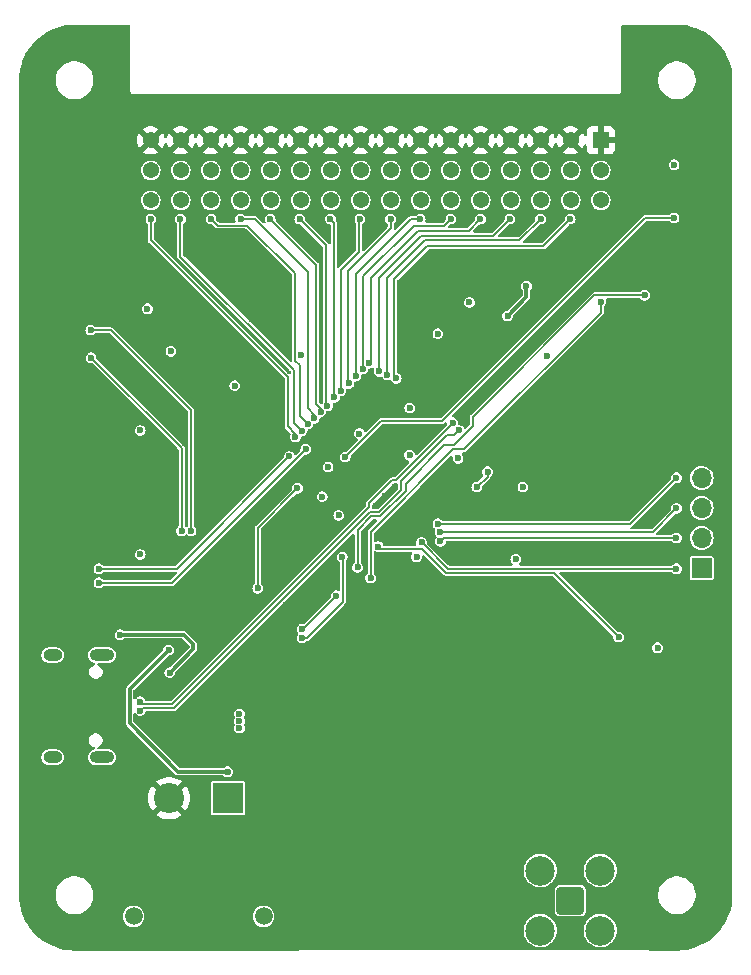
<source format=gbr>
G04 #@! TF.GenerationSoftware,KiCad,Pcbnew,8.0.4*
G04 #@! TF.CreationDate,2024-08-14T20:28:55-04:00*
G04 #@! TF.ProjectId,RP2350_80QFN_minimal,52503233-3530-45f3-9830-51464e5f6d69,REV3*
G04 #@! TF.SameCoordinates,Original*
G04 #@! TF.FileFunction,Copper,L4,Bot*
G04 #@! TF.FilePolarity,Positive*
%FSLAX46Y46*%
G04 Gerber Fmt 4.6, Leading zero omitted, Abs format (unit mm)*
G04 Created by KiCad (PCBNEW 8.0.4) date 2024-08-14 20:28:55*
%MOMM*%
%LPD*%
G01*
G04 APERTURE LIST*
G04 Aperture macros list*
%AMRoundRect*
0 Rectangle with rounded corners*
0 $1 Rounding radius*
0 $2 $3 $4 $5 $6 $7 $8 $9 X,Y pos of 4 corners*
0 Add a 4 corners polygon primitive as box body*
4,1,4,$2,$3,$4,$5,$6,$7,$8,$9,$2,$3,0*
0 Add four circle primitives for the rounded corners*
1,1,$1+$1,$2,$3*
1,1,$1+$1,$4,$5*
1,1,$1+$1,$6,$7*
1,1,$1+$1,$8,$9*
0 Add four rect primitives between the rounded corners*
20,1,$1+$1,$2,$3,$4,$5,0*
20,1,$1+$1,$4,$5,$6,$7,0*
20,1,$1+$1,$6,$7,$8,$9,0*
20,1,$1+$1,$8,$9,$2,$3,0*%
G04 Aperture macros list end*
G04 #@! TA.AperFunction,ComponentPad*
%ADD10R,1.700000X1.700000*%
G04 #@! TD*
G04 #@! TA.AperFunction,ComponentPad*
%ADD11O,1.700000X1.700000*%
G04 #@! TD*
G04 #@! TA.AperFunction,ComponentPad*
%ADD12C,1.508000*%
G04 #@! TD*
G04 #@! TA.AperFunction,ComponentPad*
%ADD13C,2.550000*%
G04 #@! TD*
G04 #@! TA.AperFunction,ComponentPad*
%ADD14R,2.550000X2.550000*%
G04 #@! TD*
G04 #@! TA.AperFunction,ComponentPad*
%ADD15C,0.600000*%
G04 #@! TD*
G04 #@! TA.AperFunction,ComponentPad*
%ADD16RoundRect,0.200100X0.949900X0.949900X-0.949900X0.949900X-0.949900X-0.949900X0.949900X-0.949900X0*%
G04 #@! TD*
G04 #@! TA.AperFunction,ComponentPad*
%ADD17C,2.500000*%
G04 #@! TD*
G04 #@! TA.AperFunction,ComponentPad*
%ADD18R,1.370000X1.370000*%
G04 #@! TD*
G04 #@! TA.AperFunction,ComponentPad*
%ADD19C,1.370000*%
G04 #@! TD*
G04 #@! TA.AperFunction,ComponentPad*
%ADD20O,2.100000X1.000000*%
G04 #@! TD*
G04 #@! TA.AperFunction,ComponentPad*
%ADD21O,1.600000X1.000000*%
G04 #@! TD*
G04 #@! TA.AperFunction,ViaPad*
%ADD22C,0.600000*%
G04 #@! TD*
G04 #@! TA.AperFunction,Conductor*
%ADD23C,0.200000*%
G04 #@! TD*
G04 #@! TA.AperFunction,Conductor*
%ADD24C,0.300000*%
G04 #@! TD*
G04 APERTURE END LIST*
D10*
X177040000Y-95140000D03*
D11*
X177040000Y-92600000D03*
X177040000Y-90060000D03*
X177040000Y-87520000D03*
D12*
X139940000Y-124634250D03*
X128940000Y-124634250D03*
D13*
X131940000Y-114634250D03*
D14*
X136940000Y-114634250D03*
D15*
X149454859Y-89882331D03*
X150256246Y-89080943D03*
X151057634Y-88279556D03*
X148653472Y-89080943D03*
X149454859Y-88279556D03*
X150256246Y-87478169D03*
X147852084Y-88279556D03*
X148653472Y-87478169D03*
X149454859Y-86676781D03*
D16*
X165900000Y-123300000D03*
D17*
X168440000Y-125840000D03*
X168440000Y-120760000D03*
X163360000Y-125840000D03*
X163360000Y-120760000D03*
D18*
X168480000Y-58940000D03*
D19*
X168480000Y-61480000D03*
X168480000Y-64020000D03*
X165940000Y-58940000D03*
X165940000Y-61480000D03*
X165940000Y-64020000D03*
X163400000Y-58940000D03*
X163400000Y-61480000D03*
X163400000Y-64020000D03*
X160860000Y-58940000D03*
X160860000Y-61480000D03*
X160860000Y-64020000D03*
X158320000Y-58940000D03*
X158320000Y-61480000D03*
X158320000Y-64020000D03*
X155780000Y-58940000D03*
X155780000Y-61480000D03*
X155780000Y-64020000D03*
X153240000Y-58940000D03*
X153240000Y-61480000D03*
X153240000Y-64020000D03*
X150700000Y-58940000D03*
X150700000Y-61480000D03*
X150700000Y-64020000D03*
X148160000Y-58940000D03*
X148160000Y-61480000D03*
X148160000Y-64020000D03*
X145620000Y-58940000D03*
X145620000Y-61480000D03*
X145620000Y-64020000D03*
X143080000Y-58940000D03*
X143080000Y-61480000D03*
X143080000Y-64020000D03*
X140540000Y-58940000D03*
X140540000Y-61480000D03*
X140540000Y-64020000D03*
X138000000Y-58940000D03*
X138000000Y-61480000D03*
X138000000Y-64020000D03*
X135460000Y-58940000D03*
X135460000Y-61480000D03*
X135460000Y-64020000D03*
X132920000Y-58940000D03*
X132920000Y-61480000D03*
X132920000Y-64020000D03*
X130380000Y-58940000D03*
X130380000Y-61480000D03*
X130380000Y-64020000D03*
D20*
X126260000Y-102520000D03*
D21*
X122080000Y-102520000D03*
D20*
X126260000Y-111160000D03*
D21*
X122080000Y-111160000D03*
D22*
X156700000Y-73200000D03*
X168480000Y-72607535D03*
X149000000Y-96000000D03*
X156412474Y-85874545D03*
X138000000Y-70000000D03*
X137000000Y-69000000D03*
X138000000Y-68000000D03*
X137000000Y-70000000D03*
X136000000Y-70000000D03*
X136000000Y-68000000D03*
X137000000Y-68000000D03*
X136000000Y-69000000D03*
X138000000Y-69000000D03*
X170000000Y-111000000D03*
X169000000Y-111000000D03*
X168000000Y-111000000D03*
X122200000Y-86300000D03*
X121200000Y-86300000D03*
X120200000Y-86300000D03*
X135000000Y-123000000D03*
X134000000Y-123000000D03*
X133000000Y-123000000D03*
X135000000Y-122000000D03*
X134000000Y-122000000D03*
X133000000Y-122000000D03*
X135000000Y-121000000D03*
X134000000Y-121000000D03*
X133000000Y-121000000D03*
X122200000Y-85300000D03*
X121200000Y-85300000D03*
X120200000Y-85300000D03*
X122200000Y-84300000D03*
X121200000Y-84300000D03*
X120200000Y-84300000D03*
X170000000Y-110000000D03*
X169000000Y-110000000D03*
X168000000Y-110000000D03*
X170000000Y-109000000D03*
X169000000Y-109000000D03*
X168000000Y-109000000D03*
X169000000Y-86000000D03*
X168000000Y-86000000D03*
X167000000Y-86000000D03*
X169000000Y-85000000D03*
X168000000Y-85000000D03*
X167000000Y-85000000D03*
X167000000Y-84000000D03*
X168000000Y-84000000D03*
X169000000Y-84000000D03*
X146600000Y-94200000D03*
X143200000Y-101050003D03*
X125340000Y-77340000D03*
X133000000Y-92000000D03*
X133800000Y-91994974D03*
X125304999Y-75000000D03*
X146100000Y-97500000D03*
X143200000Y-100300000D03*
X133600000Y-104000000D03*
X142800000Y-88400000D03*
X139441422Y-96858578D03*
X149648353Y-93327841D03*
X170000000Y-101000000D03*
X152900000Y-94200000D03*
X146300000Y-90700000D03*
X144900000Y-89100000D03*
X145400000Y-86600000D03*
X146850000Y-85750000D03*
X174700000Y-65500000D03*
X174700000Y-61000000D03*
X163900000Y-77200000D03*
X154700000Y-75300000D03*
X157365557Y-72665558D03*
X160600000Y-73800000D03*
X162200000Y-71300000D03*
X157941975Y-76636052D03*
X158000000Y-88300000D03*
X158900000Y-87000000D03*
X154500000Y-97100000D03*
X173300000Y-101900000D03*
X161300000Y-94400000D03*
X156793361Y-90850000D03*
X161900000Y-93800000D03*
X153313388Y-92986612D03*
X174900000Y-95200000D03*
X154910615Y-92877063D03*
X174900000Y-92600000D03*
X154881902Y-92127610D03*
X174900000Y-90100000D03*
X154700000Y-91400000D03*
X174900000Y-87500000D03*
X161900000Y-88300000D03*
X158154779Y-86523039D03*
X147900000Y-95100000D03*
X172206067Y-72057535D03*
X152300000Y-85600000D03*
X152320593Y-81600000D03*
X148046787Y-83760534D03*
X143150000Y-77100000D03*
X137500000Y-79700000D03*
X139000000Y-74100000D03*
X136200000Y-74000000D03*
X132100000Y-76800000D03*
X130100000Y-73200000D03*
X129500000Y-83500000D03*
X136000000Y-106500000D03*
X136000000Y-105300000D03*
X136000000Y-105900000D03*
X137900000Y-108700000D03*
X137900000Y-107500000D03*
X137900000Y-108100000D03*
X143508793Y-85091207D03*
X126000000Y-96400000D03*
X142100000Y-85700000D03*
X126000000Y-95200000D03*
X127800000Y-100800000D03*
X132000000Y-104000000D03*
X136900000Y-112400000D03*
X131900000Y-102100000D03*
X141812653Y-98312653D03*
X143200000Y-94700000D03*
X151173064Y-79100271D03*
X165900000Y-65600000D03*
X150426582Y-78812000D03*
X163400000Y-65600000D03*
X149742997Y-78503431D03*
X160800000Y-65600000D03*
X148900000Y-77800000D03*
X158300000Y-65600000D03*
X148344168Y-78303543D03*
X155800000Y-65600000D03*
X147724039Y-78900000D03*
X153200000Y-65600000D03*
X150700000Y-65600000D03*
X147174039Y-79508408D03*
X146485654Y-80131478D03*
X148100000Y-65600000D03*
X145935654Y-80693988D03*
X145600000Y-65600000D03*
X145350215Y-81399693D03*
X143000000Y-65600000D03*
X144787262Y-81900000D03*
X140500000Y-65600000D03*
X144237262Y-82468131D03*
X138000000Y-65600000D03*
X135500000Y-65600000D03*
X143678281Y-82968176D03*
X143178665Y-83527539D03*
X132900000Y-65600000D03*
X142642397Y-84051868D03*
X130400000Y-65600000D03*
X129500000Y-94000000D03*
X155947538Y-82847538D03*
X156500000Y-83500000D03*
X129500000Y-106465000D03*
X129500000Y-107215000D03*
D23*
X168480000Y-73520000D02*
X156895043Y-85104957D01*
X156000000Y-85104957D02*
X149000000Y-92104957D01*
X168480000Y-72607535D02*
X168480000Y-73520000D01*
X156895043Y-85104957D02*
X156000000Y-85104957D01*
X149000000Y-92104957D02*
X149000000Y-96000000D01*
X133800000Y-81800000D02*
X133800000Y-91994974D01*
X127000000Y-75000000D02*
X133800000Y-81800000D01*
X125304999Y-75000000D02*
X127000000Y-75000000D01*
X133000000Y-85000000D02*
X133000000Y-92000000D01*
X125340000Y-77340000D02*
X133000000Y-85000000D01*
X139441422Y-96858578D02*
X139441422Y-91758578D01*
X139441422Y-91758578D02*
X142800000Y-88400000D01*
X167942465Y-72057535D02*
X172206067Y-72057535D01*
X157650000Y-82350000D02*
X167942465Y-72057535D01*
X157650000Y-83127818D02*
X157650000Y-82350000D01*
X155250000Y-84750000D02*
X156027818Y-84750000D01*
X156027818Y-84750000D02*
X157650000Y-83127818D01*
X151957634Y-88042366D02*
X155250000Y-84750000D01*
X149827652Y-90782331D02*
X151957634Y-88652349D01*
X149060131Y-90782331D02*
X149827652Y-90782331D01*
X151957634Y-88652349D02*
X151957634Y-88042366D01*
X147900000Y-91942462D02*
X149060131Y-90782331D01*
X147900000Y-95100000D02*
X147900000Y-91942462D01*
X129700000Y-107015000D02*
X129500000Y-107215000D01*
X132332488Y-107015000D02*
X129700000Y-107015000D01*
X148915157Y-90432331D02*
X132332488Y-107015000D01*
X149682677Y-90432331D02*
X148915157Y-90432331D01*
X151607634Y-87739854D02*
X151607634Y-88507374D01*
X155447488Y-83900000D02*
X151607634Y-87739854D01*
X156100000Y-83900000D02*
X155447488Y-83900000D01*
X151607634Y-88507374D02*
X149682677Y-90432331D01*
X156500000Y-83500000D02*
X156100000Y-83900000D01*
X129700000Y-106665000D02*
X129500000Y-106465000D01*
X132187512Y-106665000D02*
X129700000Y-106665000D01*
X148904859Y-89947653D02*
X132187512Y-106665000D01*
X148904859Y-89654513D02*
X148904859Y-89947653D01*
X151122956Y-87729556D02*
X150829816Y-87729556D01*
X155947538Y-82904974D02*
X151122956Y-87729556D01*
X155947538Y-82847538D02*
X155947538Y-82904974D01*
X150829816Y-87729556D02*
X148904859Y-89654513D01*
X172252513Y-65500000D02*
X174700000Y-65500000D01*
X149900000Y-82700000D02*
X155052513Y-82700000D01*
X146850000Y-85750000D02*
X149900000Y-82700000D01*
X155052513Y-82700000D02*
X172252513Y-65500000D01*
X142000000Y-79000000D02*
X130400000Y-67400000D01*
X142000000Y-83126692D02*
X142000000Y-79000000D01*
X130400000Y-67400000D02*
X130400000Y-65600000D01*
X142642397Y-83769089D02*
X142000000Y-83126692D01*
X142642397Y-84051868D02*
X142642397Y-83769089D01*
X132900000Y-68777818D02*
X132900000Y-65600000D01*
X142500000Y-82848874D02*
X142500000Y-78377818D01*
X142500000Y-78377818D02*
X132900000Y-68777818D01*
X143178665Y-83527539D02*
X142500000Y-82848874D01*
X136050000Y-66150000D02*
X135500000Y-65600000D01*
X138550000Y-66150000D02*
X136050000Y-66150000D01*
X142600000Y-70200000D02*
X138550000Y-66150000D01*
X142600000Y-77600000D02*
X142600000Y-70200000D01*
X143000000Y-82289895D02*
X143000000Y-78000000D01*
X143000000Y-78000000D02*
X142600000Y-77600000D01*
X143678281Y-82968176D02*
X143000000Y-82289895D01*
X143700000Y-70100000D02*
X139200000Y-65600000D01*
X143700000Y-81627334D02*
X143700000Y-70100000D01*
X144237262Y-82164596D02*
X143700000Y-81627334D01*
X139200000Y-65600000D02*
X138000000Y-65600000D01*
X144237262Y-82468131D02*
X144237262Y-82164596D01*
X144400000Y-81266673D02*
X144400000Y-69500000D01*
X144400000Y-69500000D02*
X140500000Y-65600000D01*
X144787262Y-81653935D02*
X144400000Y-81266673D01*
X144787262Y-81900000D02*
X144787262Y-81653935D01*
X145200000Y-81249478D02*
X145200000Y-67800000D01*
X145350215Y-81399693D02*
X145200000Y-81249478D01*
X145200000Y-67800000D02*
X143000000Y-65600000D01*
X157300000Y-66600000D02*
X158300000Y-65600000D01*
X149000000Y-70600000D02*
X153000000Y-66600000D01*
X149000000Y-77700000D02*
X149000000Y-70600000D01*
X148900000Y-77800000D02*
X149000000Y-77700000D01*
X153000000Y-66600000D02*
X157300000Y-66600000D01*
X145900000Y-80658334D02*
X145900000Y-65900000D01*
X145935654Y-80693988D02*
X145900000Y-80658334D01*
X145900000Y-65900000D02*
X145600000Y-65600000D01*
X132600000Y-95200000D02*
X142100000Y-85700000D01*
X126000000Y-95200000D02*
X132600000Y-95200000D01*
X146650000Y-94250000D02*
X146600000Y-94200000D01*
X146650000Y-98010664D02*
X146650000Y-94250000D01*
X146630332Y-98030332D02*
X146650000Y-98010664D01*
X143610661Y-101050003D02*
X146630332Y-98030332D01*
X143200000Y-101050003D02*
X143610661Y-101050003D01*
X146100000Y-97500000D02*
X143300000Y-100300000D01*
X143300000Y-100300000D02*
X143200000Y-100300000D01*
X164550000Y-95550000D02*
X170000000Y-101000000D01*
X155381802Y-95550000D02*
X164550000Y-95550000D01*
X149857124Y-93536612D02*
X153368414Y-93536612D01*
X149648353Y-93327841D02*
X149857124Y-93536612D01*
D24*
X162200000Y-72200000D02*
X160600000Y-73800000D01*
X162200000Y-71300000D02*
X162200000Y-72200000D01*
D23*
X158900000Y-87400000D02*
X158000000Y-88300000D01*
X158900000Y-87000000D02*
X158900000Y-87400000D01*
X153313388Y-92986612D02*
X155526776Y-95200000D01*
X155526776Y-95200000D02*
X174900000Y-95200000D01*
X155187678Y-92600000D02*
X154910615Y-92877063D01*
X174900000Y-92600000D02*
X155187678Y-92600000D01*
X174900000Y-90100000D02*
X172872390Y-92127610D01*
X172872390Y-92127610D02*
X154881902Y-92127610D01*
X174900000Y-87500000D02*
X171000000Y-91400000D01*
X171000000Y-91400000D02*
X154700000Y-91400000D01*
D24*
X134000000Y-102000000D02*
X134000000Y-101600000D01*
X132000000Y-104000000D02*
X134000000Y-102000000D01*
X134000000Y-101600000D02*
X133200000Y-100800000D01*
X133200000Y-100800000D02*
X127800000Y-100800000D01*
D23*
X126000000Y-96400000D02*
X132200000Y-96400000D01*
X132200000Y-96400000D02*
X143508793Y-85091207D01*
D24*
X128600000Y-108300000D02*
X132700000Y-112400000D01*
X132700000Y-112400000D02*
X136900000Y-112400000D01*
X131900000Y-102100000D02*
X128600000Y-105400000D01*
X128600000Y-105400000D02*
X128600000Y-108300000D01*
D23*
X147100000Y-70000000D02*
X150700000Y-66400000D01*
X147174039Y-79508408D02*
X147100000Y-79434369D01*
X150700000Y-66400000D02*
X150700000Y-65600000D01*
X147100000Y-79434369D02*
X147100000Y-70000000D01*
X147724039Y-70275961D02*
X152400000Y-65600000D01*
X147724039Y-78900000D02*
X147724039Y-70275961D01*
X152400000Y-65600000D02*
X153200000Y-65600000D01*
X155250000Y-66150000D02*
X155800000Y-65600000D01*
X148348079Y-70451921D02*
X152650000Y-66150000D01*
X152650000Y-66150000D02*
X155250000Y-66150000D01*
X148348079Y-78299632D02*
X148348079Y-70451921D01*
X148344168Y-78303543D02*
X148348079Y-78299632D01*
X151000000Y-78927207D02*
X151173064Y-79100271D01*
X151000000Y-70700000D02*
X151000000Y-78927207D01*
X165900000Y-65600000D02*
X163600000Y-67900000D01*
X153800000Y-67900000D02*
X151000000Y-70700000D01*
X154300000Y-67900000D02*
X153800000Y-67900000D01*
X163600000Y-67900000D02*
X154300000Y-67900000D01*
X150426582Y-70573418D02*
X150426582Y-78812000D01*
X153600000Y-67400000D02*
X150426582Y-70573418D01*
X161600000Y-67400000D02*
X153600000Y-67400000D01*
X163400000Y-65600000D02*
X161600000Y-67400000D01*
X149742997Y-70557003D02*
X149742997Y-78503431D01*
X153300000Y-67000000D02*
X149742997Y-70557003D01*
X159400000Y-67000000D02*
X153300000Y-67000000D01*
X160800000Y-65600000D02*
X159400000Y-67000000D01*
X148000000Y-65700000D02*
X148000000Y-68400000D01*
X148100000Y-65600000D02*
X148000000Y-65700000D01*
X148000000Y-68400000D02*
X146485654Y-69914346D01*
X146485654Y-69914346D02*
X146485654Y-80131478D01*
X153368414Y-93536612D02*
X155381802Y-95550000D01*
G04 #@! TA.AperFunction,Conductor*
G36*
X151317627Y-87998516D02*
G01*
X151353281Y-88058604D01*
X151357134Y-88089274D01*
X151357134Y-88352251D01*
X151337449Y-88419290D01*
X151320815Y-88439932D01*
X149615235Y-90145512D01*
X149553912Y-90178997D01*
X149527554Y-90181831D01*
X149264578Y-90181831D01*
X149197539Y-90162146D01*
X149151784Y-90109342D01*
X149141840Y-90040184D01*
X149150017Y-90010379D01*
X149152126Y-90005285D01*
X149155359Y-89997481D01*
X149155359Y-89809636D01*
X149175044Y-89742597D01*
X149191678Y-89721955D01*
X150897258Y-88016375D01*
X150958581Y-87982890D01*
X150984939Y-87980056D01*
X151172782Y-87980056D01*
X151172784Y-87980056D01*
X151185681Y-87974713D01*
X151255147Y-87967244D01*
X151317627Y-87998516D01*
G37*
G04 #@! TD.AperFunction*
G04 #@! TA.AperFunction,Conductor*
G36*
X128582539Y-49160185D02*
G01*
X128628294Y-49212989D01*
X128639500Y-49264500D01*
X128639500Y-54660438D01*
X128639500Y-54739562D01*
X128653152Y-54790513D01*
X128659979Y-54815990D01*
X128659982Y-54815995D01*
X128699535Y-54884504D01*
X128699539Y-54884509D01*
X128699540Y-54884511D01*
X128755489Y-54940460D01*
X128755491Y-54940461D01*
X128755495Y-54940464D01*
X128824004Y-54980017D01*
X128824011Y-54980021D01*
X128900438Y-55000500D01*
X128900440Y-55000500D01*
X169979560Y-55000500D01*
X169979562Y-55000500D01*
X170055989Y-54980021D01*
X170124511Y-54940460D01*
X170180460Y-54884511D01*
X170220021Y-54815989D01*
X170240500Y-54739562D01*
X170240500Y-53714038D01*
X173339500Y-53714038D01*
X173339500Y-53965961D01*
X173378910Y-54214785D01*
X173456760Y-54454383D01*
X173535413Y-54608747D01*
X173561751Y-54660438D01*
X173571132Y-54678848D01*
X173719201Y-54882649D01*
X173719205Y-54882654D01*
X173897345Y-55060794D01*
X173897350Y-55060798D01*
X174075117Y-55189952D01*
X174101155Y-55208870D01*
X174244184Y-55281747D01*
X174325616Y-55323239D01*
X174325618Y-55323239D01*
X174325621Y-55323241D01*
X174565215Y-55401090D01*
X174814038Y-55440500D01*
X174814039Y-55440500D01*
X175065961Y-55440500D01*
X175065962Y-55440500D01*
X175314785Y-55401090D01*
X175554379Y-55323241D01*
X175778845Y-55208870D01*
X175982656Y-55060793D01*
X176160793Y-54882656D01*
X176308870Y-54678845D01*
X176423241Y-54454379D01*
X176501090Y-54214785D01*
X176540500Y-53965962D01*
X176540500Y-53714038D01*
X176501090Y-53465215D01*
X176423241Y-53225621D01*
X176423239Y-53225618D01*
X176423239Y-53225616D01*
X176381747Y-53144184D01*
X176308870Y-53001155D01*
X176289952Y-52975117D01*
X176160798Y-52797350D01*
X176160794Y-52797345D01*
X175982654Y-52619205D01*
X175982649Y-52619201D01*
X175778848Y-52471132D01*
X175778847Y-52471131D01*
X175778845Y-52471130D01*
X175708747Y-52435413D01*
X175554383Y-52356760D01*
X175314785Y-52278910D01*
X175065962Y-52239500D01*
X174814038Y-52239500D01*
X174689626Y-52259205D01*
X174565214Y-52278910D01*
X174325616Y-52356760D01*
X174101151Y-52471132D01*
X173897350Y-52619201D01*
X173897345Y-52619205D01*
X173719205Y-52797345D01*
X173719201Y-52797350D01*
X173571132Y-53001151D01*
X173456760Y-53225616D01*
X173378910Y-53465214D01*
X173339500Y-53714038D01*
X170240500Y-53714038D01*
X170240500Y-49264500D01*
X170260185Y-49197461D01*
X170312989Y-49151706D01*
X170364500Y-49140500D01*
X174892405Y-49140500D01*
X174937294Y-49140500D01*
X174942702Y-49140617D01*
X175344202Y-49158147D01*
X175354937Y-49159087D01*
X175750693Y-49211189D01*
X175761331Y-49213064D01*
X176151043Y-49299462D01*
X176161483Y-49302260D01*
X176542168Y-49422289D01*
X176552315Y-49425982D01*
X176921102Y-49578739D01*
X176930893Y-49583305D01*
X177284942Y-49767611D01*
X177294310Y-49773019D01*
X177630959Y-49987488D01*
X177639820Y-49993693D01*
X177956487Y-50236680D01*
X177964774Y-50243634D01*
X178259056Y-50513294D01*
X178266705Y-50520943D01*
X178536365Y-50815225D01*
X178543319Y-50823512D01*
X178786306Y-51140179D01*
X178792511Y-51149040D01*
X179006980Y-51485689D01*
X179012388Y-51495057D01*
X179196691Y-51849099D01*
X179201263Y-51858903D01*
X179354013Y-52227674D01*
X179357713Y-52237840D01*
X179477738Y-52618512D01*
X179480538Y-52628960D01*
X179566933Y-53018660D01*
X179568811Y-53029314D01*
X179620910Y-53425042D01*
X179621853Y-53435818D01*
X179639382Y-53837297D01*
X179639500Y-53842706D01*
X179639500Y-122837293D01*
X179639382Y-122842702D01*
X179621853Y-123244181D01*
X179620910Y-123254957D01*
X179568811Y-123650685D01*
X179566933Y-123661339D01*
X179480538Y-124051039D01*
X179477738Y-124061487D01*
X179357713Y-124442159D01*
X179354013Y-124452325D01*
X179201263Y-124821096D01*
X179196691Y-124830900D01*
X179012388Y-125184942D01*
X179006980Y-125194310D01*
X178792511Y-125530959D01*
X178786306Y-125539820D01*
X178543319Y-125856487D01*
X178536365Y-125864774D01*
X178266705Y-126159056D01*
X178259056Y-126166705D01*
X177964774Y-126436365D01*
X177956487Y-126443319D01*
X177639820Y-126686306D01*
X177630959Y-126692511D01*
X177294310Y-126906980D01*
X177284942Y-126912388D01*
X176930900Y-127096691D01*
X176921096Y-127101263D01*
X176552325Y-127254013D01*
X176542159Y-127257713D01*
X176161487Y-127377738D01*
X176151039Y-127380538D01*
X175761339Y-127466933D01*
X175750685Y-127468811D01*
X175354958Y-127520910D01*
X175344181Y-127521853D01*
X174943428Y-127539349D01*
X174936974Y-127539463D01*
X170249769Y-127499908D01*
X170243907Y-127499500D01*
X170239562Y-127499500D01*
X170201821Y-127499500D01*
X170200776Y-127499496D01*
X170158608Y-127499140D01*
X170152748Y-127499500D01*
X161647648Y-127499500D01*
X161646875Y-127499449D01*
X161599756Y-127499499D01*
X161599700Y-127499500D01*
X161553024Y-127499500D01*
X161552255Y-127499549D01*
X123942761Y-127539496D01*
X123937220Y-127539378D01*
X123535817Y-127521853D01*
X123525043Y-127520910D01*
X123456419Y-127511875D01*
X123129314Y-127468811D01*
X123118660Y-127466933D01*
X122728960Y-127380538D01*
X122718512Y-127377738D01*
X122337840Y-127257713D01*
X122327674Y-127254013D01*
X121958903Y-127101263D01*
X121949099Y-127096691D01*
X121595057Y-126912388D01*
X121585689Y-126906980D01*
X121249040Y-126692511D01*
X121240179Y-126686306D01*
X120923512Y-126443319D01*
X120915225Y-126436365D01*
X120620943Y-126166705D01*
X120613294Y-126159056D01*
X120343634Y-125864774D01*
X120336680Y-125856487D01*
X120324024Y-125839993D01*
X161954700Y-125839993D01*
X161954700Y-125840006D01*
X161973864Y-126071297D01*
X161973866Y-126071308D01*
X162030842Y-126296300D01*
X162124075Y-126508848D01*
X162251016Y-126703147D01*
X162251019Y-126703151D01*
X162251021Y-126703153D01*
X162408216Y-126873913D01*
X162408219Y-126873915D01*
X162408222Y-126873918D01*
X162591365Y-127016464D01*
X162591371Y-127016468D01*
X162591374Y-127016470D01*
X162795497Y-127126936D01*
X162909487Y-127166068D01*
X163015015Y-127202297D01*
X163015017Y-127202297D01*
X163015019Y-127202298D01*
X163243951Y-127240500D01*
X163243952Y-127240500D01*
X163476048Y-127240500D01*
X163476049Y-127240500D01*
X163704981Y-127202298D01*
X163924503Y-127126936D01*
X164128626Y-127016470D01*
X164311784Y-126873913D01*
X164468979Y-126703153D01*
X164595924Y-126508849D01*
X164689157Y-126296300D01*
X164746134Y-126071305D01*
X164746135Y-126071297D01*
X164765300Y-125840006D01*
X164765300Y-125839993D01*
X167034700Y-125839993D01*
X167034700Y-125840006D01*
X167053864Y-126071297D01*
X167053866Y-126071308D01*
X167110842Y-126296300D01*
X167204075Y-126508848D01*
X167331016Y-126703147D01*
X167331019Y-126703151D01*
X167331021Y-126703153D01*
X167488216Y-126873913D01*
X167488219Y-126873915D01*
X167488222Y-126873918D01*
X167671365Y-127016464D01*
X167671371Y-127016468D01*
X167671374Y-127016470D01*
X167875497Y-127126936D01*
X167989487Y-127166068D01*
X168095015Y-127202297D01*
X168095017Y-127202297D01*
X168095019Y-127202298D01*
X168323951Y-127240500D01*
X168323952Y-127240500D01*
X168556048Y-127240500D01*
X168556049Y-127240500D01*
X168784981Y-127202298D01*
X169004503Y-127126936D01*
X169208626Y-127016470D01*
X169391784Y-126873913D01*
X169548979Y-126703153D01*
X169675924Y-126508849D01*
X169769157Y-126296300D01*
X169826134Y-126071305D01*
X169826135Y-126071297D01*
X169845300Y-125840006D01*
X169845300Y-125839993D01*
X169826135Y-125608702D01*
X169826133Y-125608691D01*
X169769157Y-125383699D01*
X169675924Y-125171151D01*
X169548983Y-124976852D01*
X169548980Y-124976849D01*
X169548979Y-124976847D01*
X169391784Y-124806087D01*
X169391779Y-124806083D01*
X169391777Y-124806081D01*
X169208634Y-124663535D01*
X169208628Y-124663531D01*
X169004504Y-124553064D01*
X169004495Y-124553061D01*
X168784984Y-124477702D01*
X168613282Y-124449050D01*
X168556049Y-124439500D01*
X168323951Y-124439500D01*
X168278164Y-124447140D01*
X168095015Y-124477702D01*
X167875504Y-124553061D01*
X167875495Y-124553064D01*
X167671371Y-124663531D01*
X167671365Y-124663535D01*
X167488222Y-124806081D01*
X167488219Y-124806084D01*
X167488216Y-124806086D01*
X167488216Y-124806087D01*
X167465374Y-124830900D01*
X167331016Y-124976852D01*
X167204075Y-125171151D01*
X167110842Y-125383699D01*
X167053866Y-125608691D01*
X167053864Y-125608702D01*
X167034700Y-125839993D01*
X164765300Y-125839993D01*
X164746135Y-125608702D01*
X164746133Y-125608691D01*
X164689157Y-125383699D01*
X164595924Y-125171151D01*
X164468983Y-124976852D01*
X164468980Y-124976849D01*
X164468979Y-124976847D01*
X164311784Y-124806087D01*
X164311779Y-124806083D01*
X164311777Y-124806081D01*
X164128634Y-124663535D01*
X164128628Y-124663531D01*
X163924504Y-124553064D01*
X163924495Y-124553061D01*
X163704984Y-124477702D01*
X163533282Y-124449050D01*
X163476049Y-124439500D01*
X163243951Y-124439500D01*
X163198164Y-124447140D01*
X163015015Y-124477702D01*
X162795504Y-124553061D01*
X162795495Y-124553064D01*
X162591371Y-124663531D01*
X162591365Y-124663535D01*
X162408222Y-124806081D01*
X162408219Y-124806084D01*
X162408216Y-124806086D01*
X162408216Y-124806087D01*
X162385374Y-124830900D01*
X162251016Y-124976852D01*
X162124075Y-125171151D01*
X162030842Y-125383699D01*
X161973866Y-125608691D01*
X161973864Y-125608702D01*
X161954700Y-125839993D01*
X120324024Y-125839993D01*
X120093693Y-125539820D01*
X120087488Y-125530959D01*
X119873019Y-125194310D01*
X119867611Y-125184942D01*
X119759286Y-124976852D01*
X119683305Y-124830893D01*
X119678736Y-124821096D01*
X119672517Y-124806081D01*
X119601342Y-124634250D01*
X128030518Y-124634250D01*
X128050392Y-124823342D01*
X128050393Y-124823345D01*
X128109144Y-125004163D01*
X128109147Y-125004170D01*
X128204214Y-125168830D01*
X128331438Y-125310127D01*
X128485259Y-125421885D01*
X128658955Y-125499219D01*
X128844933Y-125538750D01*
X129035067Y-125538750D01*
X129221045Y-125499219D01*
X129394741Y-125421885D01*
X129548562Y-125310127D01*
X129675786Y-125168830D01*
X129770853Y-125004170D01*
X129829608Y-124823342D01*
X129849482Y-124634250D01*
X139030518Y-124634250D01*
X139050392Y-124823342D01*
X139050393Y-124823345D01*
X139109144Y-125004163D01*
X139109147Y-125004170D01*
X139204214Y-125168830D01*
X139331438Y-125310127D01*
X139485259Y-125421885D01*
X139658955Y-125499219D01*
X139844933Y-125538750D01*
X140035067Y-125538750D01*
X140221045Y-125499219D01*
X140394741Y-125421885D01*
X140548562Y-125310127D01*
X140675786Y-125168830D01*
X140770853Y-125004170D01*
X140829608Y-124823342D01*
X140849482Y-124634250D01*
X140829608Y-124445158D01*
X140770853Y-124264330D01*
X140675786Y-124099670D01*
X140548562Y-123958373D01*
X140394741Y-123846615D01*
X140221045Y-123769281D01*
X140221043Y-123769280D01*
X140035067Y-123729750D01*
X139844933Y-123729750D01*
X139658957Y-123769280D01*
X139485257Y-123846616D01*
X139331436Y-123958374D01*
X139204213Y-124099671D01*
X139109147Y-124264329D01*
X139109144Y-124264336D01*
X139052230Y-124439500D01*
X139050392Y-124445158D01*
X139030518Y-124634250D01*
X129849482Y-124634250D01*
X129829608Y-124445158D01*
X129770853Y-124264330D01*
X129675786Y-124099670D01*
X129548562Y-123958373D01*
X129394741Y-123846615D01*
X129221045Y-123769281D01*
X129221043Y-123769280D01*
X129035067Y-123729750D01*
X128844933Y-123729750D01*
X128658957Y-123769280D01*
X128485257Y-123846616D01*
X128331436Y-123958374D01*
X128204213Y-124099671D01*
X128109147Y-124264329D01*
X128109144Y-124264336D01*
X128052230Y-124439500D01*
X128050392Y-124445158D01*
X128030518Y-124634250D01*
X119601342Y-124634250D01*
X119525982Y-124452315D01*
X119522286Y-124442159D01*
X119493645Y-124351322D01*
X119402260Y-124061483D01*
X119399461Y-124051039D01*
X119378918Y-123958374D01*
X119313064Y-123661331D01*
X119311188Y-123650685D01*
X119290849Y-123496193D01*
X119259087Y-123254937D01*
X119258147Y-123244202D01*
X119240618Y-122842702D01*
X119240500Y-122837293D01*
X119240500Y-122714038D01*
X122339500Y-122714038D01*
X122339500Y-122965961D01*
X122378910Y-123214785D01*
X122456760Y-123454383D01*
X122478064Y-123496193D01*
X122562210Y-123661339D01*
X122571132Y-123678848D01*
X122719201Y-123882649D01*
X122719205Y-123882654D01*
X122897345Y-124060794D01*
X122897350Y-124060798D01*
X123075117Y-124189952D01*
X123101155Y-124208870D01*
X123244184Y-124281747D01*
X123325616Y-124323239D01*
X123325618Y-124323239D01*
X123325621Y-124323241D01*
X123565215Y-124401090D01*
X123814038Y-124440500D01*
X123814039Y-124440500D01*
X124065961Y-124440500D01*
X124065962Y-124440500D01*
X124314785Y-124401090D01*
X124554379Y-124323241D01*
X124778845Y-124208870D01*
X124982656Y-124060793D01*
X125160793Y-123882656D01*
X125308870Y-123678845D01*
X125423241Y-123454379D01*
X125501090Y-123214785D01*
X125540500Y-122965962D01*
X125540500Y-122714038D01*
X125501090Y-122465215D01*
X125452875Y-122316826D01*
X164599500Y-122316826D01*
X164599500Y-124283174D01*
X164609429Y-124351322D01*
X164633759Y-124401090D01*
X164660820Y-124456445D01*
X164743554Y-124539179D01*
X164743555Y-124539179D01*
X164743557Y-124539181D01*
X164848678Y-124590571D01*
X164916826Y-124600500D01*
X164916831Y-124600500D01*
X166883169Y-124600500D01*
X166883174Y-124600500D01*
X166951322Y-124590571D01*
X167056443Y-124539181D01*
X167139181Y-124456443D01*
X167190571Y-124351322D01*
X167200500Y-124283174D01*
X167200500Y-122714038D01*
X173339500Y-122714038D01*
X173339500Y-122965961D01*
X173378910Y-123214785D01*
X173456760Y-123454383D01*
X173478064Y-123496193D01*
X173562210Y-123661339D01*
X173571132Y-123678848D01*
X173719201Y-123882649D01*
X173719205Y-123882654D01*
X173897345Y-124060794D01*
X173897350Y-124060798D01*
X174075117Y-124189952D01*
X174101155Y-124208870D01*
X174244184Y-124281747D01*
X174325616Y-124323239D01*
X174325618Y-124323239D01*
X174325621Y-124323241D01*
X174565215Y-124401090D01*
X174814038Y-124440500D01*
X174814039Y-124440500D01*
X175065961Y-124440500D01*
X175065962Y-124440500D01*
X175314785Y-124401090D01*
X175554379Y-124323241D01*
X175778845Y-124208870D01*
X175982656Y-124060793D01*
X176160793Y-123882656D01*
X176308870Y-123678845D01*
X176423241Y-123454379D01*
X176501090Y-123214785D01*
X176540500Y-122965962D01*
X176540500Y-122714038D01*
X176501090Y-122465215D01*
X176423241Y-122225621D01*
X176423239Y-122225618D01*
X176423239Y-122225616D01*
X176370595Y-122122297D01*
X176308870Y-122001155D01*
X176261869Y-121936464D01*
X176160798Y-121797350D01*
X176160794Y-121797345D01*
X175982654Y-121619205D01*
X175982649Y-121619201D01*
X175778848Y-121471132D01*
X175778847Y-121471131D01*
X175778845Y-121471130D01*
X175695862Y-121428848D01*
X175554383Y-121356760D01*
X175314785Y-121278910D01*
X175065962Y-121239500D01*
X174814038Y-121239500D01*
X174689626Y-121259205D01*
X174565214Y-121278910D01*
X174325616Y-121356760D01*
X174101151Y-121471132D01*
X173897350Y-121619201D01*
X173897345Y-121619205D01*
X173719205Y-121797345D01*
X173719201Y-121797350D01*
X173571132Y-122001151D01*
X173456760Y-122225616D01*
X173378910Y-122465214D01*
X173339500Y-122714038D01*
X167200500Y-122714038D01*
X167200500Y-122316826D01*
X167190571Y-122248678D01*
X167139181Y-122143557D01*
X167139179Y-122143555D01*
X167139179Y-122143554D01*
X167056445Y-122060820D01*
X167056443Y-122060819D01*
X166951322Y-122009429D01*
X166883174Y-121999500D01*
X164916826Y-121999500D01*
X164848678Y-122009429D01*
X164743554Y-122060820D01*
X164660820Y-122143554D01*
X164660819Y-122143557D01*
X164609429Y-122248678D01*
X164599500Y-122316826D01*
X125452875Y-122316826D01*
X125423241Y-122225621D01*
X125423239Y-122225618D01*
X125423239Y-122225616D01*
X125370595Y-122122297D01*
X125308870Y-122001155D01*
X125261869Y-121936464D01*
X125160798Y-121797350D01*
X125160794Y-121797345D01*
X124982654Y-121619205D01*
X124982649Y-121619201D01*
X124778848Y-121471132D01*
X124778847Y-121471131D01*
X124778845Y-121471130D01*
X124695862Y-121428848D01*
X124554383Y-121356760D01*
X124314785Y-121278910D01*
X124065962Y-121239500D01*
X123814038Y-121239500D01*
X123689626Y-121259205D01*
X123565214Y-121278910D01*
X123325616Y-121356760D01*
X123101151Y-121471132D01*
X122897350Y-121619201D01*
X122897345Y-121619205D01*
X122719205Y-121797345D01*
X122719201Y-121797350D01*
X122571132Y-122001151D01*
X122456760Y-122225616D01*
X122378910Y-122465214D01*
X122339500Y-122714038D01*
X119240500Y-122714038D01*
X119240500Y-120759993D01*
X161954700Y-120759993D01*
X161954700Y-120760006D01*
X161973864Y-120991297D01*
X161973866Y-120991308D01*
X162030842Y-121216300D01*
X162124075Y-121428848D01*
X162251016Y-121623147D01*
X162251019Y-121623151D01*
X162251021Y-121623153D01*
X162408216Y-121793913D01*
X162408219Y-121793915D01*
X162408222Y-121793918D01*
X162591365Y-121936464D01*
X162591371Y-121936468D01*
X162591374Y-121936470D01*
X162795497Y-122046936D01*
X162835940Y-122060820D01*
X163015015Y-122122297D01*
X163015017Y-122122297D01*
X163015019Y-122122298D01*
X163243951Y-122160500D01*
X163243952Y-122160500D01*
X163476048Y-122160500D01*
X163476049Y-122160500D01*
X163704981Y-122122298D01*
X163924503Y-122046936D01*
X164128626Y-121936470D01*
X164311784Y-121793913D01*
X164468979Y-121623153D01*
X164595924Y-121428849D01*
X164689157Y-121216300D01*
X164746134Y-120991305D01*
X164765300Y-120760000D01*
X164765300Y-120759993D01*
X167034700Y-120759993D01*
X167034700Y-120760006D01*
X167053864Y-120991297D01*
X167053866Y-120991308D01*
X167110842Y-121216300D01*
X167204075Y-121428848D01*
X167331016Y-121623147D01*
X167331019Y-121623151D01*
X167331021Y-121623153D01*
X167488216Y-121793913D01*
X167488219Y-121793915D01*
X167488222Y-121793918D01*
X167671365Y-121936464D01*
X167671371Y-121936468D01*
X167671374Y-121936470D01*
X167875497Y-122046936D01*
X167915940Y-122060820D01*
X168095015Y-122122297D01*
X168095017Y-122122297D01*
X168095019Y-122122298D01*
X168323951Y-122160500D01*
X168323952Y-122160500D01*
X168556048Y-122160500D01*
X168556049Y-122160500D01*
X168784981Y-122122298D01*
X169004503Y-122046936D01*
X169208626Y-121936470D01*
X169391784Y-121793913D01*
X169548979Y-121623153D01*
X169675924Y-121428849D01*
X169769157Y-121216300D01*
X169826134Y-120991305D01*
X169845300Y-120760000D01*
X169845300Y-120759993D01*
X169826135Y-120528702D01*
X169826133Y-120528691D01*
X169769157Y-120303699D01*
X169675924Y-120091151D01*
X169548983Y-119896852D01*
X169548980Y-119896849D01*
X169548979Y-119896847D01*
X169391784Y-119726087D01*
X169391779Y-119726083D01*
X169391777Y-119726081D01*
X169208634Y-119583535D01*
X169208628Y-119583531D01*
X169004504Y-119473064D01*
X169004495Y-119473061D01*
X168784984Y-119397702D01*
X168613282Y-119369050D01*
X168556049Y-119359500D01*
X168323951Y-119359500D01*
X168278164Y-119367140D01*
X168095015Y-119397702D01*
X167875504Y-119473061D01*
X167875495Y-119473064D01*
X167671371Y-119583531D01*
X167671365Y-119583535D01*
X167488222Y-119726081D01*
X167488219Y-119726084D01*
X167331016Y-119896852D01*
X167204075Y-120091151D01*
X167110842Y-120303699D01*
X167053866Y-120528691D01*
X167053864Y-120528702D01*
X167034700Y-120759993D01*
X164765300Y-120759993D01*
X164746135Y-120528702D01*
X164746133Y-120528691D01*
X164689157Y-120303699D01*
X164595924Y-120091151D01*
X164468983Y-119896852D01*
X164468980Y-119896849D01*
X164468979Y-119896847D01*
X164311784Y-119726087D01*
X164311779Y-119726083D01*
X164311777Y-119726081D01*
X164128634Y-119583535D01*
X164128628Y-119583531D01*
X163924504Y-119473064D01*
X163924495Y-119473061D01*
X163704984Y-119397702D01*
X163533282Y-119369050D01*
X163476049Y-119359500D01*
X163243951Y-119359500D01*
X163198164Y-119367140D01*
X163015015Y-119397702D01*
X162795504Y-119473061D01*
X162795495Y-119473064D01*
X162591371Y-119583531D01*
X162591365Y-119583535D01*
X162408222Y-119726081D01*
X162408219Y-119726084D01*
X162251016Y-119896852D01*
X162124075Y-120091151D01*
X162030842Y-120303699D01*
X161973866Y-120528691D01*
X161973864Y-120528702D01*
X161954700Y-120759993D01*
X119240500Y-120759993D01*
X119240500Y-114634245D01*
X130160023Y-114634245D01*
X130160023Y-114634254D01*
X130179903Y-114899540D01*
X130179903Y-114899542D01*
X130239098Y-115158893D01*
X130239104Y-115158912D01*
X130336296Y-115406553D01*
X130469316Y-115636950D01*
X130520083Y-115700611D01*
X130520084Y-115700611D01*
X131185884Y-115034810D01*
X131186740Y-115036876D01*
X131279762Y-115176094D01*
X131398156Y-115294488D01*
X131537374Y-115387510D01*
X131539437Y-115388364D01*
X130872840Y-116054961D01*
X131050011Y-116175754D01*
X131050015Y-116175756D01*
X131289695Y-116291181D01*
X131289699Y-116291182D01*
X131543909Y-116369596D01*
X131543915Y-116369597D01*
X131806976Y-116409249D01*
X131806983Y-116409250D01*
X132073017Y-116409250D01*
X132073023Y-116409249D01*
X132336084Y-116369597D01*
X132336090Y-116369596D01*
X132590299Y-116291183D01*
X132829992Y-116175753D01*
X133007158Y-116054961D01*
X132876269Y-115924072D01*
X135514499Y-115924072D01*
X135523231Y-115967967D01*
X135523232Y-115967971D01*
X135523233Y-115967972D01*
X135556496Y-116017754D01*
X135606278Y-116051017D01*
X135606281Y-116051017D01*
X135606282Y-116051018D01*
X135650177Y-116059750D01*
X135650180Y-116059750D01*
X138229822Y-116059750D01*
X138273717Y-116051018D01*
X138273717Y-116051017D01*
X138273722Y-116051017D01*
X138323504Y-116017754D01*
X138356767Y-115967972D01*
X138365500Y-115924070D01*
X138365500Y-113344430D01*
X138365500Y-113344427D01*
X138356768Y-113300532D01*
X138356767Y-113300531D01*
X138356767Y-113300528D01*
X138323504Y-113250746D01*
X138323503Y-113250745D01*
X138273724Y-113217484D01*
X138273717Y-113217481D01*
X138229822Y-113208750D01*
X138229820Y-113208750D01*
X135650180Y-113208750D01*
X135650178Y-113208750D01*
X135606282Y-113217481D01*
X135606275Y-113217484D01*
X135556496Y-113250745D01*
X135556495Y-113250746D01*
X135523234Y-113300525D01*
X135523231Y-113300532D01*
X135514500Y-113344427D01*
X135514500Y-113344430D01*
X135514500Y-115924070D01*
X135514500Y-115924072D01*
X135514499Y-115924072D01*
X132876269Y-115924072D01*
X132340562Y-115388364D01*
X132342626Y-115387510D01*
X132481844Y-115294488D01*
X132600238Y-115176094D01*
X132693260Y-115036876D01*
X132694114Y-115034811D01*
X133359914Y-115700611D01*
X133359915Y-115700610D01*
X133410679Y-115636956D01*
X133410686Y-115636945D01*
X133543703Y-115406553D01*
X133640895Y-115158912D01*
X133640901Y-115158893D01*
X133700096Y-114899542D01*
X133700096Y-114899540D01*
X133719977Y-114634254D01*
X133719977Y-114634245D01*
X133700096Y-114368959D01*
X133700096Y-114368957D01*
X133640901Y-114109606D01*
X133640895Y-114109587D01*
X133543703Y-113861946D01*
X133410683Y-113631549D01*
X133359915Y-113567887D01*
X132694114Y-114233687D01*
X132693260Y-114231624D01*
X132600238Y-114092406D01*
X132481844Y-113974012D01*
X132342626Y-113880990D01*
X132340561Y-113880134D01*
X133007158Y-113213537D01*
X132829984Y-113092742D01*
X132590299Y-112977316D01*
X132336090Y-112898903D01*
X132336084Y-112898902D01*
X132073023Y-112859250D01*
X131806976Y-112859250D01*
X131543915Y-112898902D01*
X131543909Y-112898903D01*
X131289699Y-112977317D01*
X131289695Y-112977318D01*
X131050015Y-113092743D01*
X131050011Y-113092745D01*
X130872840Y-113213537D01*
X131539438Y-113880134D01*
X131537374Y-113880990D01*
X131398156Y-113974012D01*
X131279762Y-114092406D01*
X131186740Y-114231624D01*
X131185884Y-114233688D01*
X130520084Y-113567888D01*
X130469314Y-113631552D01*
X130336296Y-113861946D01*
X130239104Y-114109587D01*
X130239098Y-114109606D01*
X130179903Y-114368957D01*
X130179903Y-114368959D01*
X130160023Y-114634245D01*
X119240500Y-114634245D01*
X119240500Y-111224071D01*
X121129499Y-111224071D01*
X121154497Y-111349738D01*
X121154499Y-111349744D01*
X121203533Y-111468124D01*
X121203538Y-111468133D01*
X121274723Y-111574668D01*
X121274726Y-111574672D01*
X121365327Y-111665273D01*
X121365331Y-111665276D01*
X121471866Y-111736461D01*
X121471872Y-111736464D01*
X121471873Y-111736465D01*
X121590256Y-111785501D01*
X121590260Y-111785501D01*
X121590261Y-111785502D01*
X121715928Y-111810500D01*
X121715931Y-111810500D01*
X122444071Y-111810500D01*
X122528615Y-111793682D01*
X122569744Y-111785501D01*
X122688127Y-111736465D01*
X122794669Y-111665276D01*
X122885276Y-111574669D01*
X122956465Y-111468127D01*
X123005501Y-111349744D01*
X123030500Y-111224071D01*
X125059499Y-111224071D01*
X125084497Y-111349738D01*
X125084499Y-111349744D01*
X125133533Y-111468124D01*
X125133538Y-111468133D01*
X125204723Y-111574668D01*
X125204726Y-111574672D01*
X125295327Y-111665273D01*
X125295331Y-111665276D01*
X125401866Y-111736461D01*
X125401872Y-111736464D01*
X125401873Y-111736465D01*
X125520256Y-111785501D01*
X125520260Y-111785501D01*
X125520261Y-111785502D01*
X125645928Y-111810500D01*
X125645931Y-111810500D01*
X126874071Y-111810500D01*
X126958615Y-111793682D01*
X126999744Y-111785501D01*
X127118127Y-111736465D01*
X127224669Y-111665276D01*
X127315276Y-111574669D01*
X127386465Y-111468127D01*
X127435501Y-111349744D01*
X127460500Y-111224069D01*
X127460500Y-111095931D01*
X127460500Y-111095928D01*
X127435502Y-110970261D01*
X127435501Y-110970260D01*
X127435501Y-110970256D01*
X127386465Y-110851873D01*
X127386464Y-110851872D01*
X127386461Y-110851866D01*
X127315276Y-110745331D01*
X127315273Y-110745327D01*
X127224672Y-110654726D01*
X127224668Y-110654723D01*
X127118133Y-110583538D01*
X127118124Y-110583533D01*
X126999744Y-110534499D01*
X126999738Y-110534497D01*
X126874071Y-110509500D01*
X126874069Y-110509500D01*
X125986302Y-110509500D01*
X125919263Y-110489815D01*
X125873508Y-110437011D01*
X125863564Y-110367853D01*
X125892589Y-110304297D01*
X125945109Y-110270544D01*
X125944631Y-110269389D01*
X125951033Y-110266737D01*
X125951367Y-110266523D01*
X125951938Y-110266362D01*
X125952132Y-110266281D01*
X125952135Y-110266281D01*
X126083365Y-110190515D01*
X126190515Y-110083365D01*
X126266281Y-109952135D01*
X126305500Y-109805766D01*
X126305500Y-109654234D01*
X126266281Y-109507865D01*
X126190515Y-109376635D01*
X126083365Y-109269485D01*
X126017750Y-109231602D01*
X125952136Y-109193719D01*
X125878950Y-109174109D01*
X125805766Y-109154500D01*
X125654234Y-109154500D01*
X125507863Y-109193719D01*
X125376635Y-109269485D01*
X125376632Y-109269487D01*
X125269487Y-109376632D01*
X125269485Y-109376635D01*
X125193719Y-109507863D01*
X125154500Y-109654234D01*
X125154500Y-109805765D01*
X125193719Y-109952136D01*
X125231602Y-110017750D01*
X125269485Y-110083365D01*
X125376635Y-110190515D01*
X125507865Y-110266281D01*
X125573971Y-110283994D01*
X125633630Y-110320358D01*
X125664160Y-110383204D01*
X125655866Y-110452580D01*
X125611381Y-110506458D01*
X125566070Y-110525385D01*
X125520260Y-110534497D01*
X125520255Y-110534499D01*
X125401875Y-110583533D01*
X125401866Y-110583538D01*
X125295331Y-110654723D01*
X125295327Y-110654726D01*
X125204726Y-110745327D01*
X125204723Y-110745331D01*
X125133538Y-110851866D01*
X125133533Y-110851875D01*
X125084499Y-110970255D01*
X125084497Y-110970261D01*
X125059500Y-111095928D01*
X125059500Y-111095931D01*
X125059500Y-111224069D01*
X125059500Y-111224071D01*
X125059499Y-111224071D01*
X123030500Y-111224071D01*
X123030500Y-111224069D01*
X123030500Y-111095931D01*
X123030500Y-111095928D01*
X123005502Y-110970261D01*
X123005501Y-110970260D01*
X123005501Y-110970256D01*
X122956465Y-110851873D01*
X122956464Y-110851872D01*
X122956461Y-110851866D01*
X122885276Y-110745331D01*
X122885273Y-110745327D01*
X122794672Y-110654726D01*
X122794668Y-110654723D01*
X122688133Y-110583538D01*
X122688124Y-110583533D01*
X122569744Y-110534499D01*
X122569738Y-110534497D01*
X122444071Y-110509500D01*
X122444069Y-110509500D01*
X121715931Y-110509500D01*
X121715929Y-110509500D01*
X121590261Y-110534497D01*
X121590255Y-110534499D01*
X121471875Y-110583533D01*
X121471866Y-110583538D01*
X121365331Y-110654723D01*
X121365327Y-110654726D01*
X121274726Y-110745327D01*
X121274723Y-110745331D01*
X121203538Y-110851866D01*
X121203533Y-110851875D01*
X121154499Y-110970255D01*
X121154497Y-110970261D01*
X121129500Y-111095928D01*
X121129500Y-111095931D01*
X121129500Y-111224069D01*
X121129500Y-111224071D01*
X121129499Y-111224071D01*
X119240500Y-111224071D01*
X119240500Y-105360438D01*
X128299500Y-105360438D01*
X128299500Y-108339562D01*
X128301242Y-108346063D01*
X128319979Y-108415990D01*
X128319980Y-108415991D01*
X128341888Y-108453937D01*
X128359540Y-108484511D01*
X132515489Y-112640460D01*
X132584012Y-112680022D01*
X132660438Y-112700500D01*
X136507657Y-112700500D01*
X136574696Y-112720185D01*
X136601369Y-112743296D01*
X136601949Y-112743965D01*
X136601951Y-112743967D01*
X136710931Y-112814004D01*
X136835225Y-112850499D01*
X136835227Y-112850500D01*
X136835228Y-112850500D01*
X136964773Y-112850500D01*
X136964773Y-112850499D01*
X137089069Y-112814004D01*
X137198049Y-112743967D01*
X137282882Y-112646063D01*
X137336697Y-112528226D01*
X137355133Y-112400000D01*
X137336697Y-112271774D01*
X137282882Y-112153937D01*
X137198049Y-112056033D01*
X137089069Y-111985996D01*
X137089065Y-111985994D01*
X137089064Y-111985994D01*
X136964774Y-111949500D01*
X136964772Y-111949500D01*
X136835228Y-111949500D01*
X136835226Y-111949500D01*
X136710935Y-111985994D01*
X136710932Y-111985995D01*
X136710931Y-111985996D01*
X136638277Y-112032687D01*
X136601949Y-112056034D01*
X136601369Y-112056704D01*
X136600620Y-112057184D01*
X136595246Y-112061842D01*
X136594576Y-112061069D01*
X136542591Y-112094477D01*
X136507657Y-112099500D01*
X132875833Y-112099500D01*
X132808794Y-112079815D01*
X132788152Y-112063181D01*
X128936819Y-108211848D01*
X128903334Y-108150525D01*
X128900500Y-108124167D01*
X128900500Y-107543529D01*
X128920185Y-107476490D01*
X128972989Y-107430735D01*
X129042147Y-107420791D01*
X129105703Y-107449816D01*
X129118208Y-107462321D01*
X129201951Y-107558967D01*
X129310931Y-107629004D01*
X129435225Y-107665499D01*
X129435227Y-107665500D01*
X129435228Y-107665500D01*
X129564773Y-107665500D01*
X129564773Y-107665499D01*
X129689069Y-107629004D01*
X129798049Y-107558967D01*
X129849143Y-107500000D01*
X137444867Y-107500000D01*
X137463302Y-107628225D01*
X137518225Y-107748488D01*
X137528169Y-107817647D01*
X137518225Y-107851512D01*
X137463302Y-107971774D01*
X137444867Y-108100000D01*
X137463302Y-108228225D01*
X137518225Y-108348488D01*
X137528169Y-108417647D01*
X137518225Y-108451512D01*
X137463302Y-108571774D01*
X137444867Y-108700000D01*
X137463302Y-108828225D01*
X137517117Y-108946061D01*
X137517118Y-108946063D01*
X137601951Y-109043967D01*
X137710931Y-109114004D01*
X137835225Y-109150499D01*
X137835227Y-109150500D01*
X137835228Y-109150500D01*
X137964773Y-109150500D01*
X137964773Y-109150499D01*
X138089069Y-109114004D01*
X138198049Y-109043967D01*
X138282882Y-108946063D01*
X138336697Y-108828226D01*
X138355133Y-108700000D01*
X138336697Y-108571774D01*
X138282882Y-108453937D01*
X138282880Y-108453935D01*
X138281774Y-108451512D01*
X138271830Y-108382354D01*
X138281774Y-108348488D01*
X138282880Y-108346064D01*
X138282882Y-108346063D01*
X138336697Y-108228226D01*
X138355133Y-108100000D01*
X138336697Y-107971774D01*
X138282882Y-107853937D01*
X138282880Y-107853935D01*
X138281774Y-107851512D01*
X138271830Y-107782354D01*
X138281774Y-107748488D01*
X138282880Y-107746064D01*
X138282882Y-107746063D01*
X138336697Y-107628226D01*
X138355133Y-107500000D01*
X138336697Y-107371774D01*
X138282882Y-107253937D01*
X138198049Y-107156033D01*
X138089069Y-107085996D01*
X138089065Y-107085994D01*
X138089064Y-107085994D01*
X137964774Y-107049500D01*
X137964772Y-107049500D01*
X137835228Y-107049500D01*
X137835226Y-107049500D01*
X137710935Y-107085994D01*
X137710932Y-107085995D01*
X137710931Y-107085996D01*
X137659677Y-107118934D01*
X137601950Y-107156033D01*
X137517118Y-107253937D01*
X137517117Y-107253938D01*
X137463302Y-107371774D01*
X137444867Y-107500000D01*
X129849143Y-107500000D01*
X129882882Y-107461063D01*
X129936697Y-107343226D01*
X129936697Y-107343225D01*
X129939089Y-107337988D01*
X129984844Y-107285184D01*
X130051883Y-107265500D01*
X132382314Y-107265500D01*
X132382316Y-107265500D01*
X132474385Y-107227364D01*
X137801749Y-101900000D01*
X172844867Y-101900000D01*
X172863302Y-102028225D01*
X172868479Y-102039560D01*
X172917118Y-102146063D01*
X173001951Y-102243967D01*
X173110931Y-102314004D01*
X173220117Y-102346063D01*
X173235225Y-102350499D01*
X173235227Y-102350500D01*
X173235228Y-102350500D01*
X173364773Y-102350500D01*
X173364773Y-102350499D01*
X173489069Y-102314004D01*
X173598049Y-102243967D01*
X173682882Y-102146063D01*
X173736697Y-102028226D01*
X173755133Y-101900000D01*
X173736697Y-101771774D01*
X173682882Y-101653937D01*
X173598049Y-101556033D01*
X173489069Y-101485996D01*
X173489065Y-101485994D01*
X173489064Y-101485994D01*
X173364774Y-101449500D01*
X173364772Y-101449500D01*
X173235228Y-101449500D01*
X173235226Y-101449500D01*
X173110935Y-101485994D01*
X173110932Y-101485995D01*
X173110931Y-101485996D01*
X173088358Y-101500503D01*
X173001950Y-101556033D01*
X172917118Y-101653937D01*
X172917117Y-101653938D01*
X172863302Y-101771774D01*
X172844867Y-101900000D01*
X137801749Y-101900000D01*
X139401749Y-100300000D01*
X142744867Y-100300000D01*
X142763302Y-100428225D01*
X142784808Y-100475315D01*
X142817118Y-100546063D01*
X142828796Y-100559540D01*
X142858481Y-100593799D01*
X142887505Y-100657355D01*
X142877561Y-100726513D01*
X142858481Y-100756202D01*
X142817120Y-100803935D01*
X142817117Y-100803941D01*
X142763302Y-100921777D01*
X142744867Y-101050003D01*
X142763302Y-101178228D01*
X142801728Y-101262367D01*
X142817118Y-101296066D01*
X142901951Y-101393970D01*
X143010931Y-101464007D01*
X143135225Y-101500502D01*
X143135227Y-101500503D01*
X143135228Y-101500503D01*
X143264773Y-101500503D01*
X143264773Y-101500502D01*
X143389069Y-101464007D01*
X143498049Y-101393970D01*
X143541953Y-101343300D01*
X143600731Y-101305526D01*
X143635667Y-101300503D01*
X143660487Y-101300503D01*
X143660489Y-101300503D01*
X143752558Y-101262367D01*
X146754787Y-98260135D01*
X146754790Y-98260134D01*
X146772228Y-98242696D01*
X146772229Y-98242696D01*
X146791897Y-98223028D01*
X146862364Y-98152561D01*
X146873534Y-98125594D01*
X146900501Y-98060492D01*
X146900501Y-97960836D01*
X146900501Y-97950847D01*
X146900500Y-97950833D01*
X146900500Y-94587386D01*
X146920185Y-94520347D01*
X146930778Y-94506194D01*
X146982882Y-94446063D01*
X147036697Y-94328226D01*
X147055133Y-94200000D01*
X147036697Y-94071774D01*
X146982882Y-93953937D01*
X146898049Y-93856033D01*
X146789069Y-93785996D01*
X146789065Y-93785994D01*
X146789064Y-93785994D01*
X146664774Y-93749500D01*
X146664772Y-93749500D01*
X146535228Y-93749500D01*
X146535226Y-93749500D01*
X146410935Y-93785994D01*
X146410932Y-93785995D01*
X146410931Y-93785996D01*
X146378564Y-93806797D01*
X146301950Y-93856033D01*
X146217118Y-93953937D01*
X146217117Y-93953938D01*
X146163302Y-94071774D01*
X146144867Y-94200000D01*
X146163302Y-94328225D01*
X146196081Y-94400000D01*
X146217118Y-94446063D01*
X146281484Y-94520347D01*
X146299499Y-94541138D01*
X146301951Y-94543967D01*
X146342540Y-94570051D01*
X146388293Y-94622853D01*
X146399500Y-94674366D01*
X146399500Y-96952776D01*
X146379815Y-97019815D01*
X146327011Y-97065570D01*
X146257853Y-97075514D01*
X146240567Y-97071754D01*
X146164772Y-97049500D01*
X146035228Y-97049500D01*
X146035226Y-97049500D01*
X145910935Y-97085994D01*
X145910932Y-97085995D01*
X145910931Y-97085996D01*
X145881919Y-97104641D01*
X145801950Y-97156033D01*
X145717118Y-97253937D01*
X145717117Y-97253938D01*
X145663302Y-97371774D01*
X145644867Y-97500000D01*
X145644867Y-97500002D01*
X145648713Y-97526755D01*
X145638769Y-97595913D01*
X145613656Y-97632081D01*
X143418422Y-99827315D01*
X143357099Y-99860800D01*
X143295810Y-99858612D01*
X143264774Y-99849500D01*
X143264772Y-99849500D01*
X143135228Y-99849500D01*
X143135226Y-99849500D01*
X143010935Y-99885994D01*
X143010932Y-99885995D01*
X143010931Y-99885996D01*
X142959677Y-99918934D01*
X142901950Y-99956033D01*
X142817118Y-100053937D01*
X142817117Y-100053938D01*
X142763302Y-100171774D01*
X142744867Y-100300000D01*
X139401749Y-100300000D01*
X147437819Y-92263930D01*
X147499142Y-92230445D01*
X147568834Y-92235429D01*
X147624767Y-92277301D01*
X147649184Y-92342765D01*
X147649500Y-92351611D01*
X147649500Y-94658202D01*
X147629815Y-94725241D01*
X147606704Y-94751914D01*
X147601952Y-94756031D01*
X147517118Y-94853937D01*
X147517117Y-94853938D01*
X147463302Y-94971774D01*
X147444867Y-95100000D01*
X147463302Y-95228225D01*
X147508972Y-95328226D01*
X147517118Y-95346063D01*
X147601951Y-95443967D01*
X147710931Y-95514004D01*
X147835225Y-95550499D01*
X147835227Y-95550500D01*
X147835228Y-95550500D01*
X147964773Y-95550500D01*
X147964773Y-95550499D01*
X148089069Y-95514004D01*
X148198049Y-95443967D01*
X148282882Y-95346063D01*
X148336697Y-95228226D01*
X148355133Y-95100000D01*
X148336697Y-94971774D01*
X148282882Y-94853937D01*
X148198049Y-94756033D01*
X148198048Y-94756032D01*
X148198047Y-94756031D01*
X148193296Y-94751914D01*
X148155523Y-94693136D01*
X148150500Y-94658202D01*
X148150500Y-92097585D01*
X148170185Y-92030546D01*
X148186819Y-92009904D01*
X149127573Y-91069150D01*
X149188896Y-91035665D01*
X149215254Y-91032831D01*
X149418503Y-91032831D01*
X149485542Y-91052516D01*
X149531297Y-91105320D01*
X149541241Y-91174478D01*
X149512216Y-91238034D01*
X149506187Y-91244508D01*
X149162585Y-91588110D01*
X148840662Y-91910033D01*
X148840661Y-91910033D01*
X148840662Y-91910034D01*
X148787636Y-91963060D01*
X148749500Y-92055127D01*
X148749500Y-95558202D01*
X148729815Y-95625241D01*
X148706704Y-95651914D01*
X148701952Y-95656031D01*
X148617118Y-95753937D01*
X148617117Y-95753938D01*
X148563302Y-95871774D01*
X148544867Y-96000000D01*
X148563302Y-96128225D01*
X148575045Y-96153937D01*
X148617118Y-96246063D01*
X148701951Y-96343967D01*
X148810931Y-96414004D01*
X148935225Y-96450499D01*
X148935227Y-96450500D01*
X148935228Y-96450500D01*
X149064773Y-96450500D01*
X149064773Y-96450499D01*
X149189069Y-96414004D01*
X149298049Y-96343967D01*
X149382882Y-96246063D01*
X149436697Y-96128226D01*
X149455133Y-96000000D01*
X149436697Y-95871774D01*
X149382882Y-95753937D01*
X149298049Y-95656033D01*
X149298048Y-95656032D01*
X149298047Y-95656031D01*
X149293296Y-95651914D01*
X149255523Y-95593136D01*
X149250500Y-95558202D01*
X149250500Y-93834756D01*
X149270185Y-93767717D01*
X149322989Y-93721962D01*
X149392147Y-93712018D01*
X149441537Y-93730440D01*
X149459284Y-93741845D01*
X149459286Y-93741845D01*
X149459287Y-93741846D01*
X149500470Y-93753938D01*
X149582835Y-93778122D01*
X149583578Y-93778340D01*
X149583580Y-93778341D01*
X149583581Y-93778341D01*
X149713124Y-93778341D01*
X149713125Y-93778341D01*
X149713863Y-93778123D01*
X149714634Y-93778123D01*
X149721901Y-93777079D01*
X149722051Y-93778123D01*
X149783733Y-93778122D01*
X149796254Y-93782539D01*
X149807296Y-93787113D01*
X149807298Y-93787113D01*
X149921386Y-93787113D01*
X149921394Y-93787112D01*
X152400357Y-93787112D01*
X152467396Y-93806797D01*
X152513151Y-93859601D01*
X152523095Y-93928759D01*
X152513151Y-93962624D01*
X152463302Y-94071774D01*
X152444867Y-94200000D01*
X152463302Y-94328225D01*
X152496081Y-94400000D01*
X152517118Y-94446063D01*
X152601951Y-94543967D01*
X152710931Y-94614004D01*
X152820117Y-94646063D01*
X152835225Y-94650499D01*
X152835227Y-94650500D01*
X152835228Y-94650500D01*
X152964773Y-94650500D01*
X152964773Y-94650499D01*
X153089069Y-94614004D01*
X153198049Y-94543967D01*
X153282882Y-94446063D01*
X153336697Y-94328226D01*
X153355133Y-94200000D01*
X153354014Y-94192219D01*
X153363957Y-94123064D01*
X153409711Y-94070259D01*
X153476750Y-94050573D01*
X153543789Y-94070256D01*
X153564433Y-94086892D01*
X155162367Y-95684825D01*
X155162370Y-95684829D01*
X155162371Y-95684829D01*
X155169437Y-95691895D01*
X155169438Y-95691897D01*
X155239905Y-95762364D01*
X155278042Y-95778160D01*
X155331975Y-95800501D01*
X155331976Y-95800501D01*
X155446064Y-95800501D01*
X155446072Y-95800500D01*
X164394877Y-95800500D01*
X164461916Y-95820185D01*
X164482558Y-95836819D01*
X169513656Y-100867916D01*
X169547141Y-100929239D01*
X169548713Y-100973240D01*
X169544867Y-100999995D01*
X169544867Y-100999999D01*
X169563302Y-101128225D01*
X169586138Y-101178228D01*
X169617118Y-101246063D01*
X169701951Y-101343967D01*
X169810931Y-101414004D01*
X169935225Y-101450499D01*
X169935227Y-101450500D01*
X169935228Y-101450500D01*
X170064773Y-101450500D01*
X170064773Y-101450499D01*
X170189069Y-101414004D01*
X170298049Y-101343967D01*
X170382882Y-101246063D01*
X170436697Y-101128226D01*
X170455133Y-101000000D01*
X170436697Y-100871774D01*
X170382882Y-100753937D01*
X170298049Y-100656033D01*
X170189069Y-100585996D01*
X170189065Y-100585994D01*
X170189064Y-100585994D01*
X170064774Y-100549500D01*
X170064772Y-100549500D01*
X169955122Y-100549500D01*
X169888083Y-100529815D01*
X169867441Y-100513181D01*
X165359083Y-96004822D01*
X176039499Y-96004822D01*
X176048231Y-96048717D01*
X176048232Y-96048721D01*
X176048233Y-96048722D01*
X176081496Y-96098504D01*
X176131278Y-96131767D01*
X176131281Y-96131767D01*
X176131282Y-96131768D01*
X176175177Y-96140500D01*
X176175180Y-96140500D01*
X177904822Y-96140500D01*
X177948717Y-96131768D01*
X177948717Y-96131767D01*
X177948722Y-96131767D01*
X177998504Y-96098504D01*
X178031767Y-96048722D01*
X178040500Y-96004820D01*
X178040500Y-94275180D01*
X178040500Y-94275177D01*
X178031768Y-94231282D01*
X178031767Y-94231281D01*
X178031767Y-94231278D01*
X177998504Y-94181496D01*
X177998503Y-94181495D01*
X177948724Y-94148234D01*
X177948717Y-94148231D01*
X177904822Y-94139500D01*
X177904820Y-94139500D01*
X176175180Y-94139500D01*
X176175178Y-94139500D01*
X176131282Y-94148231D01*
X176131275Y-94148234D01*
X176081496Y-94181495D01*
X176081495Y-94181496D01*
X176048234Y-94231275D01*
X176048231Y-94231282D01*
X176039500Y-94275177D01*
X176039500Y-94275180D01*
X176039500Y-96004820D01*
X176039500Y-96004822D01*
X176039499Y-96004822D01*
X165359083Y-96004822D01*
X165016442Y-95662181D01*
X164982957Y-95600858D01*
X164987941Y-95531166D01*
X165029813Y-95475233D01*
X165095277Y-95450816D01*
X165104123Y-95450500D01*
X174464333Y-95450500D01*
X174531372Y-95470185D01*
X174558046Y-95493297D01*
X174601951Y-95543967D01*
X174710931Y-95614004D01*
X174749202Y-95625241D01*
X174835225Y-95650499D01*
X174835227Y-95650500D01*
X174835228Y-95650500D01*
X174964773Y-95650500D01*
X174964773Y-95650499D01*
X175089069Y-95614004D01*
X175198049Y-95543967D01*
X175282882Y-95446063D01*
X175336697Y-95328226D01*
X175355133Y-95200000D01*
X175336697Y-95071774D01*
X175282882Y-94953937D01*
X175198049Y-94856033D01*
X175089069Y-94785996D01*
X175089065Y-94785994D01*
X175089064Y-94785994D01*
X174964774Y-94749500D01*
X174964772Y-94749500D01*
X174835228Y-94749500D01*
X174835226Y-94749500D01*
X174710935Y-94785994D01*
X174710932Y-94785995D01*
X174710931Y-94785996D01*
X174676921Y-94807853D01*
X174601950Y-94856033D01*
X174558047Y-94906702D01*
X174499269Y-94944477D01*
X174464333Y-94949500D01*
X161691476Y-94949500D01*
X161624437Y-94929815D01*
X161578682Y-94877011D01*
X161568738Y-94807853D01*
X161597762Y-94744298D01*
X161614072Y-94725475D01*
X161682882Y-94646063D01*
X161736697Y-94528226D01*
X161755133Y-94400000D01*
X161736697Y-94271774D01*
X161682882Y-94153937D01*
X161598049Y-94056033D01*
X161489069Y-93985996D01*
X161489065Y-93985994D01*
X161489064Y-93985994D01*
X161364774Y-93949500D01*
X161364772Y-93949500D01*
X161235228Y-93949500D01*
X161235226Y-93949500D01*
X161110935Y-93985994D01*
X161110932Y-93985995D01*
X161110931Y-93985996D01*
X161059677Y-94018934D01*
X161001950Y-94056033D01*
X160917118Y-94153937D01*
X160917117Y-94153938D01*
X160863302Y-94271774D01*
X160844867Y-94400000D01*
X160863302Y-94528225D01*
X160902477Y-94614004D01*
X160917118Y-94646063D01*
X160985725Y-94725241D01*
X161002238Y-94744298D01*
X161031262Y-94807854D01*
X161021318Y-94877012D01*
X160975563Y-94929816D01*
X160908524Y-94949500D01*
X155681899Y-94949500D01*
X155614860Y-94929815D01*
X155594218Y-94913181D01*
X153799731Y-93118694D01*
X153766246Y-93057371D01*
X153764674Y-93013365D01*
X153765835Y-93005289D01*
X153768521Y-92986612D01*
X153750085Y-92858386D01*
X153696270Y-92740549D01*
X153611437Y-92642645D01*
X153502457Y-92572608D01*
X153502453Y-92572606D01*
X153502452Y-92572606D01*
X153378162Y-92536112D01*
X153378160Y-92536112D01*
X153248616Y-92536112D01*
X153248614Y-92536112D01*
X153124323Y-92572606D01*
X153124320Y-92572607D01*
X153124319Y-92572608D01*
X153081696Y-92600000D01*
X153015338Y-92642645D01*
X152930506Y-92740549D01*
X152930505Y-92740550D01*
X152876690Y-92858386D01*
X152858255Y-92986612D01*
X152876690Y-93114838D01*
X152879189Y-93123345D01*
X152876692Y-93124078D01*
X152884701Y-93179750D01*
X152855681Y-93243308D01*
X152796906Y-93281086D01*
X152761962Y-93286112D01*
X150203273Y-93286112D01*
X150136234Y-93266427D01*
X150090479Y-93213623D01*
X150086159Y-93202045D01*
X150085050Y-93199617D01*
X150085050Y-93199615D01*
X150031235Y-93081778D01*
X149946402Y-92983874D01*
X149837422Y-92913837D01*
X149837418Y-92913835D01*
X149837417Y-92913835D01*
X149713127Y-92877341D01*
X149713125Y-92877341D01*
X149583581Y-92877341D01*
X149583579Y-92877341D01*
X149459286Y-92913835D01*
X149441537Y-92925242D01*
X149374497Y-92944925D01*
X149307458Y-92925239D01*
X149261704Y-92872434D01*
X149250500Y-92820925D01*
X149250500Y-92260079D01*
X149270185Y-92193040D01*
X149286819Y-92172398D01*
X150059217Y-91400000D01*
X154244867Y-91400000D01*
X154263302Y-91528225D01*
X154313686Y-91638549D01*
X154317118Y-91646063D01*
X154401951Y-91743967D01*
X154435179Y-91765321D01*
X154480934Y-91818125D01*
X154490878Y-91887284D01*
X154480934Y-91921149D01*
X154445204Y-91999384D01*
X154426769Y-92127610D01*
X154445204Y-92255835D01*
X154499019Y-92373671D01*
X154499022Y-92373676D01*
X154554501Y-92437704D01*
X154583525Y-92501260D01*
X154573581Y-92570418D01*
X154554501Y-92600106D01*
X154527735Y-92630995D01*
X154527732Y-92631001D01*
X154473917Y-92748837D01*
X154455482Y-92877063D01*
X154473917Y-93005288D01*
X154523948Y-93114838D01*
X154527733Y-93123126D01*
X154612566Y-93221030D01*
X154721546Y-93291067D01*
X154789035Y-93310883D01*
X154845840Y-93327562D01*
X154845842Y-93327563D01*
X154845843Y-93327563D01*
X154975388Y-93327563D01*
X154975388Y-93327562D01*
X155099684Y-93291067D01*
X155208664Y-93221030D01*
X155293497Y-93123126D01*
X155347312Y-93005289D01*
X155354276Y-92956852D01*
X155383301Y-92893297D01*
X155442079Y-92855523D01*
X155477014Y-92850500D01*
X174464333Y-92850500D01*
X174531372Y-92870185D01*
X174558046Y-92893297D01*
X174601951Y-92943967D01*
X174710931Y-93014004D01*
X174835225Y-93050499D01*
X174835227Y-93050500D01*
X174835228Y-93050500D01*
X174964773Y-93050500D01*
X174964773Y-93050499D01*
X175089069Y-93014004D01*
X175198049Y-92943967D01*
X175282882Y-92846063D01*
X175336697Y-92728226D01*
X175355133Y-92600000D01*
X176034659Y-92600000D01*
X176053975Y-92796129D01*
X176053976Y-92796132D01*
X176102730Y-92956853D01*
X176111188Y-92984733D01*
X176204086Y-93158532D01*
X176204090Y-93158539D01*
X176329116Y-93310883D01*
X176481460Y-93435909D01*
X176481467Y-93435913D01*
X176655266Y-93528811D01*
X176655269Y-93528811D01*
X176655273Y-93528814D01*
X176843868Y-93586024D01*
X177040000Y-93605341D01*
X177236132Y-93586024D01*
X177424727Y-93528814D01*
X177598538Y-93435910D01*
X177750883Y-93310883D01*
X177875910Y-93158538D01*
X177953507Y-93013365D01*
X177968811Y-92984733D01*
X177968811Y-92984732D01*
X177968814Y-92984727D01*
X178026024Y-92796132D01*
X178045341Y-92600000D01*
X178026024Y-92403868D01*
X177968814Y-92215273D01*
X177968811Y-92215269D01*
X177968811Y-92215266D01*
X177875913Y-92041467D01*
X177875909Y-92041460D01*
X177750883Y-91889116D01*
X177598539Y-91764090D01*
X177598532Y-91764086D01*
X177424733Y-91671188D01*
X177424727Y-91671186D01*
X177273268Y-91625241D01*
X177236129Y-91613975D01*
X177040000Y-91594659D01*
X176843870Y-91613975D01*
X176655266Y-91671188D01*
X176481467Y-91764086D01*
X176481460Y-91764090D01*
X176329116Y-91889116D01*
X176204090Y-92041460D01*
X176204086Y-92041467D01*
X176111188Y-92215266D01*
X176053975Y-92403870D01*
X176034659Y-92600000D01*
X175355133Y-92600000D01*
X175336697Y-92471774D01*
X175282882Y-92353937D01*
X175198049Y-92256033D01*
X175089069Y-92185996D01*
X175089065Y-92185994D01*
X175089064Y-92185994D01*
X174964774Y-92149500D01*
X174964772Y-92149500D01*
X174835228Y-92149500D01*
X174835226Y-92149500D01*
X174710935Y-92185994D01*
X174710932Y-92185995D01*
X174710931Y-92185996D01*
X174665386Y-92215266D01*
X174601950Y-92256033D01*
X174558047Y-92306702D01*
X174499269Y-92344477D01*
X174464333Y-92349500D01*
X173304123Y-92349500D01*
X173237084Y-92329815D01*
X173191329Y-92277011D01*
X173181385Y-92207853D01*
X173210410Y-92144297D01*
X173216442Y-92137819D01*
X174767440Y-90586819D01*
X174828763Y-90553334D01*
X174855121Y-90550500D01*
X174964773Y-90550500D01*
X174964773Y-90550499D01*
X175089069Y-90514004D01*
X175198049Y-90443967D01*
X175282882Y-90346063D01*
X175336697Y-90228226D01*
X175355133Y-90100000D01*
X175349382Y-90060000D01*
X176034659Y-90060000D01*
X176053975Y-90256129D01*
X176053976Y-90256132D01*
X176110955Y-90443967D01*
X176111188Y-90444733D01*
X176204086Y-90618532D01*
X176204090Y-90618539D01*
X176329116Y-90770883D01*
X176481460Y-90895909D01*
X176481467Y-90895913D01*
X176655266Y-90988811D01*
X176655269Y-90988811D01*
X176655273Y-90988814D01*
X176843868Y-91046024D01*
X177040000Y-91065341D01*
X177236132Y-91046024D01*
X177424727Y-90988814D01*
X177598538Y-90895910D01*
X177750883Y-90770883D01*
X177875910Y-90618538D01*
X177968814Y-90444727D01*
X178026024Y-90256132D01*
X178045341Y-90060000D01*
X178026024Y-89863868D01*
X177968814Y-89675273D01*
X177968811Y-89675269D01*
X177968811Y-89675266D01*
X177875913Y-89501467D01*
X177875909Y-89501460D01*
X177750883Y-89349116D01*
X177598539Y-89224090D01*
X177598532Y-89224086D01*
X177424733Y-89131188D01*
X177424727Y-89131186D01*
X177236132Y-89073976D01*
X177236129Y-89073975D01*
X177040000Y-89054659D01*
X176843870Y-89073975D01*
X176655266Y-89131188D01*
X176481467Y-89224086D01*
X176481460Y-89224090D01*
X176329116Y-89349116D01*
X176204090Y-89501460D01*
X176204086Y-89501467D01*
X176111188Y-89675266D01*
X176053975Y-89863870D01*
X176034659Y-90060000D01*
X175349382Y-90060000D01*
X175336697Y-89971774D01*
X175282882Y-89853937D01*
X175198049Y-89756033D01*
X175089069Y-89685996D01*
X175089065Y-89685994D01*
X175089064Y-89685994D01*
X174964774Y-89649500D01*
X174964772Y-89649500D01*
X174835228Y-89649500D01*
X174835226Y-89649500D01*
X174710935Y-89685994D01*
X174710932Y-89685995D01*
X174710931Y-89685996D01*
X174659677Y-89718934D01*
X174601950Y-89756033D01*
X174517118Y-89853937D01*
X174517117Y-89853938D01*
X174463302Y-89971774D01*
X174459606Y-89997484D01*
X174446370Y-90089550D01*
X174444867Y-90100001D01*
X174444867Y-90100002D01*
X174448713Y-90126757D01*
X174438768Y-90195915D01*
X174413656Y-90232082D01*
X172804948Y-91840791D01*
X172743625Y-91874276D01*
X172717267Y-91877110D01*
X171126133Y-91877110D01*
X171059094Y-91857425D01*
X171013339Y-91804621D01*
X171003395Y-91735463D01*
X171032420Y-91671907D01*
X171078680Y-91638549D01*
X171141897Y-91612364D01*
X174767440Y-87986818D01*
X174828763Y-87953334D01*
X174855121Y-87950500D01*
X174964773Y-87950500D01*
X174964773Y-87950499D01*
X175089069Y-87914004D01*
X175198049Y-87843967D01*
X175282882Y-87746063D01*
X175336697Y-87628226D01*
X175352257Y-87520000D01*
X176034659Y-87520000D01*
X176053975Y-87716129D01*
X176073046Y-87778997D01*
X176105503Y-87885994D01*
X176111188Y-87904733D01*
X176204086Y-88078532D01*
X176204090Y-88078539D01*
X176329116Y-88230883D01*
X176481460Y-88355909D01*
X176481467Y-88355913D01*
X176655266Y-88448811D01*
X176655269Y-88448811D01*
X176655273Y-88448814D01*
X176843868Y-88506024D01*
X177040000Y-88525341D01*
X177236132Y-88506024D01*
X177424727Y-88448814D01*
X177463245Y-88428226D01*
X177598532Y-88355913D01*
X177598538Y-88355910D01*
X177750883Y-88230883D01*
X177875910Y-88078538D01*
X177963855Y-87914005D01*
X177968811Y-87904733D01*
X177968811Y-87904732D01*
X177968814Y-87904727D01*
X178026024Y-87716132D01*
X178045341Y-87520000D01*
X178026024Y-87323868D01*
X177968814Y-87135273D01*
X177968811Y-87135269D01*
X177968811Y-87135266D01*
X177875913Y-86961467D01*
X177875909Y-86961460D01*
X177750883Y-86809116D01*
X177598539Y-86684090D01*
X177598532Y-86684086D01*
X177424733Y-86591188D01*
X177424727Y-86591186D01*
X177298997Y-86553046D01*
X177236129Y-86533975D01*
X177040000Y-86514659D01*
X176843870Y-86533975D01*
X176655266Y-86591188D01*
X176481467Y-86684086D01*
X176481460Y-86684090D01*
X176329116Y-86809116D01*
X176204090Y-86961460D01*
X176204086Y-86961467D01*
X176111188Y-87135266D01*
X176053975Y-87323870D01*
X176034659Y-87520000D01*
X175352257Y-87520000D01*
X175355133Y-87500000D01*
X175336697Y-87371774D01*
X175282882Y-87253937D01*
X175198049Y-87156033D01*
X175089069Y-87085996D01*
X175089065Y-87085994D01*
X175089064Y-87085994D01*
X174964774Y-87049500D01*
X174964772Y-87049500D01*
X174835228Y-87049500D01*
X174835226Y-87049500D01*
X174710935Y-87085994D01*
X174710932Y-87085995D01*
X174710931Y-87085996D01*
X174659677Y-87118934D01*
X174601950Y-87156033D01*
X174517118Y-87253937D01*
X174517117Y-87253938D01*
X174463302Y-87371774D01*
X174444867Y-87500001D01*
X174444867Y-87500002D01*
X174448713Y-87526757D01*
X174438768Y-87595915D01*
X174413656Y-87632082D01*
X170932558Y-91113181D01*
X170871235Y-91146666D01*
X170844877Y-91149500D01*
X155135667Y-91149500D01*
X155068628Y-91129815D01*
X155041953Y-91106702D01*
X154998049Y-91056033D01*
X154992576Y-91052516D01*
X154889069Y-90985996D01*
X154889065Y-90985994D01*
X154889064Y-90985994D01*
X154764774Y-90949500D01*
X154764772Y-90949500D01*
X154635228Y-90949500D01*
X154635226Y-90949500D01*
X154510935Y-90985994D01*
X154510932Y-90985995D01*
X154510931Y-90985996D01*
X154459677Y-91018934D01*
X154401950Y-91056033D01*
X154317118Y-91153937D01*
X154317117Y-91153938D01*
X154263302Y-91271774D01*
X154244867Y-91400000D01*
X150059217Y-91400000D01*
X152487443Y-88971774D01*
X153159217Y-88300000D01*
X157544867Y-88300000D01*
X157563302Y-88428225D01*
X157608972Y-88528226D01*
X157617118Y-88546063D01*
X157701951Y-88643967D01*
X157810931Y-88714004D01*
X157935225Y-88750499D01*
X157935227Y-88750500D01*
X157935228Y-88750500D01*
X158064773Y-88750500D01*
X158064773Y-88750499D01*
X158189069Y-88714004D01*
X158298049Y-88643967D01*
X158382882Y-88546063D01*
X158436697Y-88428226D01*
X158455133Y-88300000D01*
X161444867Y-88300000D01*
X161463302Y-88428225D01*
X161508972Y-88528226D01*
X161517118Y-88546063D01*
X161601951Y-88643967D01*
X161710931Y-88714004D01*
X161835225Y-88750499D01*
X161835227Y-88750500D01*
X161835228Y-88750500D01*
X161964773Y-88750500D01*
X161964773Y-88750499D01*
X162089069Y-88714004D01*
X162198049Y-88643967D01*
X162282882Y-88546063D01*
X162336697Y-88428226D01*
X162355133Y-88300000D01*
X162336697Y-88171774D01*
X162282882Y-88053937D01*
X162198049Y-87956033D01*
X162089069Y-87885996D01*
X162089065Y-87885994D01*
X162089064Y-87885994D01*
X161964774Y-87849500D01*
X161964772Y-87849500D01*
X161835228Y-87849500D01*
X161835226Y-87849500D01*
X161710935Y-87885994D01*
X161710932Y-87885995D01*
X161710931Y-87885996D01*
X161681785Y-87904727D01*
X161601950Y-87956033D01*
X161517118Y-88053937D01*
X161517117Y-88053938D01*
X161463302Y-88171774D01*
X161444867Y-88300000D01*
X158455133Y-88300000D01*
X158451286Y-88273247D01*
X158461227Y-88204090D01*
X158486339Y-88167920D01*
X159112364Y-87541897D01*
X159150500Y-87449828D01*
X159150500Y-87441796D01*
X159170185Y-87374757D01*
X159193302Y-87348079D01*
X159198038Y-87343973D01*
X159198049Y-87343967D01*
X159260900Y-87271431D01*
X159282879Y-87246067D01*
X159282879Y-87246065D01*
X159282882Y-87246063D01*
X159336697Y-87128226D01*
X159355133Y-87000000D01*
X159336697Y-86871774D01*
X159282882Y-86753937D01*
X159198049Y-86656033D01*
X159089069Y-86585996D01*
X159089065Y-86585994D01*
X159089064Y-86585994D01*
X158964774Y-86549500D01*
X158964772Y-86549500D01*
X158835228Y-86549500D01*
X158835226Y-86549500D01*
X158710935Y-86585994D01*
X158710932Y-86585995D01*
X158710931Y-86585996D01*
X158659677Y-86618934D01*
X158601950Y-86656033D01*
X158517118Y-86753937D01*
X158517117Y-86753938D01*
X158463302Y-86871774D01*
X158444867Y-87000000D01*
X158463302Y-87128225D01*
X158517116Y-87246060D01*
X158517117Y-87246061D01*
X158517118Y-87246063D01*
X158526267Y-87256622D01*
X158555291Y-87320174D01*
X158545348Y-87389333D01*
X158520234Y-87425503D01*
X158132557Y-87813181D01*
X158071234Y-87846666D01*
X158044876Y-87849500D01*
X157935226Y-87849500D01*
X157810935Y-87885994D01*
X157810932Y-87885995D01*
X157810931Y-87885996D01*
X157781785Y-87904727D01*
X157701950Y-87956033D01*
X157617118Y-88053937D01*
X157617117Y-88053938D01*
X157563302Y-88171774D01*
X157544867Y-88300000D01*
X153159217Y-88300000D01*
X155756482Y-85702734D01*
X155817803Y-85669251D01*
X155887495Y-85674235D01*
X155943428Y-85716107D01*
X155967845Y-85781571D01*
X155966899Y-85808063D01*
X155957341Y-85874544D01*
X155975776Y-86002770D01*
X156017425Y-86093966D01*
X156029592Y-86120608D01*
X156114425Y-86218512D01*
X156223405Y-86288549D01*
X156347699Y-86325044D01*
X156347701Y-86325045D01*
X156347702Y-86325045D01*
X156477247Y-86325045D01*
X156477247Y-86325044D01*
X156601543Y-86288549D01*
X156710523Y-86218512D01*
X156795356Y-86120608D01*
X156849171Y-86002771D01*
X156867607Y-85874545D01*
X156849171Y-85746319D01*
X156795356Y-85628482D01*
X156736588Y-85560659D01*
X156707564Y-85497103D01*
X156717508Y-85427944D01*
X156763264Y-85375141D01*
X156830302Y-85355457D01*
X156944869Y-85355457D01*
X156944871Y-85355457D01*
X157036940Y-85317321D01*
X168692364Y-73661897D01*
X168730500Y-73569828D01*
X168730500Y-73470173D01*
X168730500Y-73049331D01*
X168750185Y-72982292D01*
X168773302Y-72955614D01*
X168778038Y-72951508D01*
X168778049Y-72951502D01*
X168840900Y-72878966D01*
X168862879Y-72853602D01*
X168862879Y-72853600D01*
X168862882Y-72853598D01*
X168916697Y-72735761D01*
X168935133Y-72607535D01*
X168916697Y-72479309D01*
X168916697Y-72479308D01*
X168914199Y-72470802D01*
X168916695Y-72470068D01*
X168908687Y-72414397D01*
X168937707Y-72350839D01*
X168996482Y-72313061D01*
X169031426Y-72308035D01*
X171770400Y-72308035D01*
X171837439Y-72327720D01*
X171864113Y-72350832D01*
X171878051Y-72366917D01*
X171893295Y-72384511D01*
X171908018Y-72401502D01*
X172016998Y-72471539D01*
X172043461Y-72479309D01*
X172141292Y-72508034D01*
X172141294Y-72508035D01*
X172141295Y-72508035D01*
X172270840Y-72508035D01*
X172270840Y-72508034D01*
X172395136Y-72471539D01*
X172504116Y-72401502D01*
X172588949Y-72303598D01*
X172642764Y-72185761D01*
X172661200Y-72057535D01*
X172642764Y-71929309D01*
X172588949Y-71811472D01*
X172504116Y-71713568D01*
X172395136Y-71643531D01*
X172395132Y-71643529D01*
X172395131Y-71643529D01*
X172270841Y-71607035D01*
X172270839Y-71607035D01*
X172141295Y-71607035D01*
X172141293Y-71607035D01*
X172017002Y-71643529D01*
X172016999Y-71643530D01*
X172016998Y-71643531D01*
X171976219Y-71669738D01*
X171908017Y-71713568D01*
X171864114Y-71764237D01*
X171805336Y-71802012D01*
X171770400Y-71807035D01*
X168006735Y-71807035D01*
X168006727Y-71807034D01*
X167992293Y-71807034D01*
X167892638Y-71807034D01*
X167892637Y-71807034D01*
X167881921Y-71811473D01*
X167838705Y-71829374D01*
X167800568Y-71845171D01*
X167800566Y-71845172D01*
X167730100Y-71915639D01*
X157490662Y-82155076D01*
X157490661Y-82155076D01*
X157490662Y-82155077D01*
X157437636Y-82208103D01*
X157399500Y-82300170D01*
X157399500Y-82972694D01*
X157379815Y-83039733D01*
X157363181Y-83060375D01*
X157099062Y-83324494D01*
X157037739Y-83357979D01*
X156968047Y-83352995D01*
X156912114Y-83311123D01*
X156898587Y-83288325D01*
X156882882Y-83253938D01*
X156882882Y-83253937D01*
X156798049Y-83156033D01*
X156689069Y-83085996D01*
X156689065Y-83085994D01*
X156689064Y-83085994D01*
X156564774Y-83049500D01*
X156564772Y-83049500D01*
X156516737Y-83049500D01*
X156449698Y-83029815D01*
X156403943Y-82977011D01*
X156393999Y-82907853D01*
X156396727Y-82888877D01*
X156402671Y-82847538D01*
X156384235Y-82719312D01*
X156330420Y-82601475D01*
X156245587Y-82503571D01*
X156136607Y-82433534D01*
X156136603Y-82433532D01*
X156136602Y-82433532D01*
X156012312Y-82397038D01*
X156012310Y-82397038D01*
X156009098Y-82397038D01*
X156006015Y-82396132D01*
X156003533Y-82395776D01*
X156003584Y-82395418D01*
X155942059Y-82377353D01*
X155896304Y-82324549D01*
X155886360Y-82255391D01*
X155915385Y-82191835D01*
X155921417Y-82185357D01*
X172319955Y-65786819D01*
X172381278Y-65753334D01*
X172407636Y-65750500D01*
X174264333Y-65750500D01*
X174331372Y-65770185D01*
X174358046Y-65793297D01*
X174401951Y-65843967D01*
X174510931Y-65914004D01*
X174626983Y-65948079D01*
X174635225Y-65950499D01*
X174635227Y-65950500D01*
X174635228Y-65950500D01*
X174764773Y-65950500D01*
X174764773Y-65950499D01*
X174889069Y-65914004D01*
X174998049Y-65843967D01*
X175082882Y-65746063D01*
X175136697Y-65628226D01*
X175155133Y-65500000D01*
X175136697Y-65371774D01*
X175082882Y-65253937D01*
X174998049Y-65156033D01*
X174889069Y-65085996D01*
X174889065Y-65085994D01*
X174889064Y-65085994D01*
X174764774Y-65049500D01*
X174764772Y-65049500D01*
X174635228Y-65049500D01*
X174635226Y-65049500D01*
X174510935Y-65085994D01*
X174510932Y-65085995D01*
X174510931Y-65085996D01*
X174459677Y-65118934D01*
X174401950Y-65156033D01*
X174358047Y-65206702D01*
X174299269Y-65244477D01*
X174264333Y-65249500D01*
X172202683Y-65249500D01*
X172110615Y-65287636D01*
X172110614Y-65287637D01*
X154985071Y-82413181D01*
X154923748Y-82446666D01*
X154897390Y-82449500D01*
X149850170Y-82449500D01*
X149758102Y-82487636D01*
X148650508Y-83595230D01*
X148589185Y-83628715D01*
X148519493Y-83623731D01*
X148463560Y-83581859D01*
X148450033Y-83559061D01*
X148429669Y-83514472D01*
X148429669Y-83514471D01*
X148344836Y-83416567D01*
X148235856Y-83346530D01*
X148235852Y-83346528D01*
X148235851Y-83346528D01*
X148111561Y-83310034D01*
X148111559Y-83310034D01*
X147982015Y-83310034D01*
X147982013Y-83310034D01*
X147857722Y-83346528D01*
X147857719Y-83346529D01*
X147857718Y-83346530D01*
X147806464Y-83379468D01*
X147748737Y-83416567D01*
X147663905Y-83514471D01*
X147663904Y-83514472D01*
X147610089Y-83632308D01*
X147591654Y-83760534D01*
X147610089Y-83888759D01*
X147650862Y-83978038D01*
X147663905Y-84006597D01*
X147748738Y-84104501D01*
X147857718Y-84174538D01*
X147857721Y-84174539D01*
X147858232Y-84174867D01*
X147903987Y-84227671D01*
X147913931Y-84296829D01*
X147884907Y-84360385D01*
X147878874Y-84366864D01*
X146982557Y-85263181D01*
X146921234Y-85296666D01*
X146894876Y-85299500D01*
X146785226Y-85299500D01*
X146660935Y-85335994D01*
X146660932Y-85335995D01*
X146660931Y-85335996D01*
X146633013Y-85353938D01*
X146551950Y-85406033D01*
X146467118Y-85503937D01*
X146467117Y-85503938D01*
X146413302Y-85621774D01*
X146394867Y-85750000D01*
X146413302Y-85878225D01*
X146443326Y-85943966D01*
X146467118Y-85996063D01*
X146551951Y-86093967D01*
X146660931Y-86164004D01*
X146735824Y-86185994D01*
X146785225Y-86200499D01*
X146785227Y-86200500D01*
X146785228Y-86200500D01*
X146914773Y-86200500D01*
X146914773Y-86200499D01*
X147039069Y-86164004D01*
X147148049Y-86093967D01*
X147232882Y-85996063D01*
X147286697Y-85878226D01*
X147305133Y-85750000D01*
X147301286Y-85723247D01*
X147311227Y-85654090D01*
X147336339Y-85617920D01*
X149967442Y-82986819D01*
X150028765Y-82953334D01*
X150055123Y-82950500D01*
X155102339Y-82950500D01*
X155102341Y-82950500D01*
X155194410Y-82912364D01*
X155287932Y-82818841D01*
X155349251Y-82785359D01*
X155418943Y-82790343D01*
X155474877Y-82832214D01*
X155498348Y-82888877D01*
X155503471Y-82924506D01*
X155493528Y-82993664D01*
X155468414Y-83029835D01*
X152948288Y-85549961D01*
X152886965Y-85583446D01*
X152817273Y-85578462D01*
X152761340Y-85536590D01*
X152737869Y-85479925D01*
X152736697Y-85471775D01*
X152719982Y-85435173D01*
X152682882Y-85353937D01*
X152598049Y-85256033D01*
X152489069Y-85185996D01*
X152489065Y-85185994D01*
X152489064Y-85185994D01*
X152364774Y-85149500D01*
X152364772Y-85149500D01*
X152235228Y-85149500D01*
X152235226Y-85149500D01*
X152110935Y-85185994D01*
X152110932Y-85185995D01*
X152110931Y-85185996D01*
X152070186Y-85212181D01*
X152001950Y-85256033D01*
X151917118Y-85353937D01*
X151917117Y-85353938D01*
X151863302Y-85471774D01*
X151844867Y-85600000D01*
X151863302Y-85728225D01*
X151873246Y-85749998D01*
X151917118Y-85846063D01*
X152001951Y-85943967D01*
X152110931Y-86014004D01*
X152129685Y-86019510D01*
X152198985Y-86039859D01*
X152257763Y-86077633D01*
X152286789Y-86141188D01*
X152276846Y-86210347D01*
X152251732Y-86246517D01*
X151055514Y-87442737D01*
X150994191Y-87476222D01*
X150967833Y-87479056D01*
X150779986Y-87479056D01*
X150687918Y-87517192D01*
X148692495Y-89512615D01*
X148654359Y-89604683D01*
X148654359Y-89792530D01*
X148634674Y-89859569D01*
X148618040Y-89880211D01*
X132120070Y-106378181D01*
X132058747Y-106411666D01*
X132032389Y-106414500D01*
X130051883Y-106414500D01*
X129984844Y-106394815D01*
X129939089Y-106342012D01*
X129936697Y-106336774D01*
X129882882Y-106218937D01*
X129798049Y-106121033D01*
X129689069Y-106050996D01*
X129689065Y-106050994D01*
X129689064Y-106050994D01*
X129564774Y-106014500D01*
X129564772Y-106014500D01*
X129435228Y-106014500D01*
X129435226Y-106014500D01*
X129310935Y-106050994D01*
X129310932Y-106050995D01*
X129310931Y-106050996D01*
X129259677Y-106083934D01*
X129201950Y-106121033D01*
X129118214Y-106217672D01*
X129059436Y-106255447D01*
X128989566Y-106255447D01*
X128930788Y-106217673D01*
X128901762Y-106154118D01*
X128900500Y-106136470D01*
X128900500Y-105575833D01*
X128920185Y-105508794D01*
X128936819Y-105488152D01*
X131838152Y-102586819D01*
X131899475Y-102553334D01*
X131925833Y-102550500D01*
X131964773Y-102550500D01*
X131964773Y-102550499D01*
X132089069Y-102514004D01*
X132198049Y-102443967D01*
X132282882Y-102346063D01*
X132336697Y-102228226D01*
X132355133Y-102100000D01*
X132336697Y-101971774D01*
X132282882Y-101853937D01*
X132198049Y-101756033D01*
X132089069Y-101685996D01*
X132089065Y-101685994D01*
X132089064Y-101685994D01*
X131964774Y-101649500D01*
X131964772Y-101649500D01*
X131835228Y-101649500D01*
X131835226Y-101649500D01*
X131710935Y-101685994D01*
X131710932Y-101685995D01*
X131710931Y-101685996D01*
X131659677Y-101718934D01*
X131601950Y-101756033D01*
X131517118Y-101853937D01*
X131517117Y-101853938D01*
X131463302Y-101971774D01*
X131445675Y-102094376D01*
X131416650Y-102157931D01*
X131410618Y-102164409D01*
X128415489Y-105159540D01*
X128359541Y-105215487D01*
X128359535Y-105215495D01*
X128319982Y-105284004D01*
X128319979Y-105284009D01*
X128306326Y-105334962D01*
X128299500Y-105360438D01*
X119240500Y-105360438D01*
X119240500Y-102584071D01*
X121129499Y-102584071D01*
X121154497Y-102709738D01*
X121154499Y-102709744D01*
X121203533Y-102828124D01*
X121203538Y-102828133D01*
X121274723Y-102934668D01*
X121274726Y-102934672D01*
X121365327Y-103025273D01*
X121365331Y-103025276D01*
X121471866Y-103096461D01*
X121471872Y-103096464D01*
X121471873Y-103096465D01*
X121590256Y-103145501D01*
X121590260Y-103145501D01*
X121590261Y-103145502D01*
X121715928Y-103170500D01*
X121715931Y-103170500D01*
X122444071Y-103170500D01*
X122528615Y-103153682D01*
X122569744Y-103145501D01*
X122688127Y-103096465D01*
X122794669Y-103025276D01*
X122885276Y-102934669D01*
X122956465Y-102828127D01*
X123005501Y-102709744D01*
X123030500Y-102584071D01*
X125059499Y-102584071D01*
X125084497Y-102709738D01*
X125084499Y-102709744D01*
X125133533Y-102828124D01*
X125133538Y-102828133D01*
X125204723Y-102934668D01*
X125204726Y-102934672D01*
X125295327Y-103025273D01*
X125295331Y-103025276D01*
X125401866Y-103096461D01*
X125401872Y-103096464D01*
X125401873Y-103096465D01*
X125520256Y-103145501D01*
X125551899Y-103151795D01*
X125566068Y-103154614D01*
X125627979Y-103186999D01*
X125662553Y-103247714D01*
X125658814Y-103317484D01*
X125617948Y-103374156D01*
X125573971Y-103396006D01*
X125507863Y-103413719D01*
X125376635Y-103489485D01*
X125376632Y-103489487D01*
X125269487Y-103596632D01*
X125269485Y-103596635D01*
X125193719Y-103727863D01*
X125154500Y-103874234D01*
X125154500Y-104025765D01*
X125193719Y-104172136D01*
X125231602Y-104237750D01*
X125269485Y-104303365D01*
X125376635Y-104410515D01*
X125507865Y-104486281D01*
X125654234Y-104525500D01*
X125654236Y-104525500D01*
X125805764Y-104525500D01*
X125805766Y-104525500D01*
X125952135Y-104486281D01*
X126083365Y-104410515D01*
X126190515Y-104303365D01*
X126266281Y-104172135D01*
X126305500Y-104025766D01*
X126305500Y-103874234D01*
X126266281Y-103727865D01*
X126190515Y-103596635D01*
X126083365Y-103489485D01*
X126007598Y-103445740D01*
X125952134Y-103413718D01*
X125944631Y-103410611D01*
X125945349Y-103408875D01*
X125894547Y-103377909D01*
X125864019Y-103315062D01*
X125872314Y-103245686D01*
X125916800Y-103191809D01*
X125983352Y-103170535D01*
X125986302Y-103170500D01*
X126874071Y-103170500D01*
X126958615Y-103153682D01*
X126999744Y-103145501D01*
X127118127Y-103096465D01*
X127224669Y-103025276D01*
X127315276Y-102934669D01*
X127386465Y-102828127D01*
X127435501Y-102709744D01*
X127460500Y-102584069D01*
X127460500Y-102455931D01*
X127460500Y-102455928D01*
X127435502Y-102330261D01*
X127435501Y-102330260D01*
X127435501Y-102330256D01*
X127386465Y-102211873D01*
X127386464Y-102211872D01*
X127386461Y-102211866D01*
X127315276Y-102105331D01*
X127315273Y-102105327D01*
X127224672Y-102014726D01*
X127224668Y-102014723D01*
X127118133Y-101943538D01*
X127118124Y-101943533D01*
X126999744Y-101894499D01*
X126999738Y-101894497D01*
X126874071Y-101869500D01*
X126874069Y-101869500D01*
X125645931Y-101869500D01*
X125645929Y-101869500D01*
X125520261Y-101894497D01*
X125520255Y-101894499D01*
X125401875Y-101943533D01*
X125401866Y-101943538D01*
X125295331Y-102014723D01*
X125295327Y-102014726D01*
X125204726Y-102105327D01*
X125204723Y-102105331D01*
X125133538Y-102211866D01*
X125133533Y-102211875D01*
X125084499Y-102330255D01*
X125084497Y-102330261D01*
X125059500Y-102455928D01*
X125059500Y-102455931D01*
X125059500Y-102584069D01*
X125059500Y-102584071D01*
X125059499Y-102584071D01*
X123030500Y-102584071D01*
X123030500Y-102584069D01*
X123030500Y-102455931D01*
X123030500Y-102455928D01*
X123005502Y-102330261D01*
X123005501Y-102330260D01*
X123005501Y-102330256D01*
X122956465Y-102211873D01*
X122956464Y-102211872D01*
X122956461Y-102211866D01*
X122885276Y-102105331D01*
X122885273Y-102105327D01*
X122794672Y-102014726D01*
X122794668Y-102014723D01*
X122688133Y-101943538D01*
X122688124Y-101943533D01*
X122569744Y-101894499D01*
X122569738Y-101894497D01*
X122444071Y-101869500D01*
X122444069Y-101869500D01*
X121715931Y-101869500D01*
X121715929Y-101869500D01*
X121590261Y-101894497D01*
X121590255Y-101894499D01*
X121471875Y-101943533D01*
X121471866Y-101943538D01*
X121365331Y-102014723D01*
X121365327Y-102014726D01*
X121274726Y-102105327D01*
X121274723Y-102105331D01*
X121203538Y-102211866D01*
X121203533Y-102211875D01*
X121154499Y-102330255D01*
X121154497Y-102330261D01*
X121129500Y-102455928D01*
X121129500Y-102455931D01*
X121129500Y-102584069D01*
X121129500Y-102584071D01*
X121129499Y-102584071D01*
X119240500Y-102584071D01*
X119240500Y-100800000D01*
X127344867Y-100800000D01*
X127363302Y-100928225D01*
X127383860Y-100973240D01*
X127417118Y-101046063D01*
X127468640Y-101105523D01*
X127501369Y-101143296D01*
X127501951Y-101143967D01*
X127610931Y-101214004D01*
X127720117Y-101246063D01*
X127735225Y-101250499D01*
X127735227Y-101250500D01*
X127735228Y-101250500D01*
X127864773Y-101250500D01*
X127864773Y-101250499D01*
X127989069Y-101214004D01*
X128098049Y-101143967D01*
X128098374Y-101143591D01*
X128098631Y-101143296D01*
X128099379Y-101142815D01*
X128104754Y-101138158D01*
X128105423Y-101138930D01*
X128157409Y-101105523D01*
X128192343Y-101100500D01*
X133024167Y-101100500D01*
X133091206Y-101120185D01*
X133111848Y-101136819D01*
X133663181Y-101688152D01*
X133696666Y-101749475D01*
X133699500Y-101775833D01*
X133699500Y-101824167D01*
X133679815Y-101891206D01*
X133663181Y-101911848D01*
X132061848Y-103513181D01*
X132000525Y-103546666D01*
X131974167Y-103549500D01*
X131935226Y-103549500D01*
X131810935Y-103585994D01*
X131810932Y-103585995D01*
X131810931Y-103585996D01*
X131759677Y-103618934D01*
X131701950Y-103656033D01*
X131617118Y-103753937D01*
X131617117Y-103753938D01*
X131563302Y-103871774D01*
X131544867Y-104000000D01*
X131563302Y-104128225D01*
X131583356Y-104172136D01*
X131617118Y-104246063D01*
X131701951Y-104343967D01*
X131810931Y-104414004D01*
X131935225Y-104450499D01*
X131935227Y-104450500D01*
X131935228Y-104450500D01*
X132064773Y-104450500D01*
X132064773Y-104450499D01*
X132189069Y-104414004D01*
X132298049Y-104343967D01*
X132382882Y-104246063D01*
X132436697Y-104128226D01*
X132454324Y-104005621D01*
X132483349Y-103942067D01*
X132489367Y-103935602D01*
X134240460Y-102184511D01*
X134266411Y-102139562D01*
X134280021Y-102115989D01*
X134300500Y-102039562D01*
X134300500Y-101560438D01*
X134280021Y-101484011D01*
X134280017Y-101484004D01*
X134240464Y-101415495D01*
X134240458Y-101415487D01*
X133384510Y-100559539D01*
X133367121Y-100549500D01*
X133361168Y-100546063D01*
X133315991Y-100519980D01*
X133315990Y-100519979D01*
X133290513Y-100513152D01*
X133239562Y-100499500D01*
X133239560Y-100499500D01*
X128192343Y-100499500D01*
X128125304Y-100479815D01*
X128098631Y-100456704D01*
X128098050Y-100456034D01*
X128098049Y-100456033D01*
X127989069Y-100385996D01*
X127989065Y-100385994D01*
X127989064Y-100385994D01*
X127864774Y-100349500D01*
X127864772Y-100349500D01*
X127735228Y-100349500D01*
X127735226Y-100349500D01*
X127610935Y-100385994D01*
X127610932Y-100385995D01*
X127610931Y-100385996D01*
X127559677Y-100418934D01*
X127501950Y-100456033D01*
X127417118Y-100553937D01*
X127417117Y-100553938D01*
X127363302Y-100671774D01*
X127344867Y-100800000D01*
X119240500Y-100800000D01*
X119240500Y-96858578D01*
X138986289Y-96858578D01*
X139004724Y-96986803D01*
X139043521Y-97071754D01*
X139058540Y-97104641D01*
X139143373Y-97202545D01*
X139252353Y-97272582D01*
X139376647Y-97309077D01*
X139376649Y-97309078D01*
X139376650Y-97309078D01*
X139506195Y-97309078D01*
X139506195Y-97309077D01*
X139630491Y-97272582D01*
X139739471Y-97202545D01*
X139824304Y-97104641D01*
X139878119Y-96986804D01*
X139896555Y-96858578D01*
X139878119Y-96730352D01*
X139824304Y-96612515D01*
X139739471Y-96514611D01*
X139739470Y-96514610D01*
X139739469Y-96514609D01*
X139734718Y-96510492D01*
X139696945Y-96451714D01*
X139691922Y-96416780D01*
X139691922Y-91913699D01*
X139711607Y-91846660D01*
X139728236Y-91826023D01*
X140854259Y-90700000D01*
X145844867Y-90700000D01*
X145863302Y-90828225D01*
X145894215Y-90895913D01*
X145917118Y-90946063D01*
X146001951Y-91043967D01*
X146110931Y-91114004D01*
X146235225Y-91150499D01*
X146235227Y-91150500D01*
X146235228Y-91150500D01*
X146364773Y-91150500D01*
X146364773Y-91150499D01*
X146489069Y-91114004D01*
X146598049Y-91043967D01*
X146682882Y-90946063D01*
X146736697Y-90828226D01*
X146755133Y-90700000D01*
X146736697Y-90571774D01*
X146682882Y-90453937D01*
X146598049Y-90356033D01*
X146489069Y-90285996D01*
X146489065Y-90285994D01*
X146489064Y-90285994D01*
X146364774Y-90249500D01*
X146364772Y-90249500D01*
X146235228Y-90249500D01*
X146235226Y-90249500D01*
X146110935Y-90285994D01*
X146110932Y-90285995D01*
X146110931Y-90285996D01*
X146059677Y-90318934D01*
X146001950Y-90356033D01*
X145917118Y-90453937D01*
X145917117Y-90453938D01*
X145863302Y-90571774D01*
X145844867Y-90700000D01*
X140854259Y-90700000D01*
X142454258Y-89100000D01*
X144444867Y-89100000D01*
X144463302Y-89228225D01*
X144517117Y-89346061D01*
X144517118Y-89346063D01*
X144601951Y-89443967D01*
X144710931Y-89514004D01*
X144835225Y-89550499D01*
X144835227Y-89550500D01*
X144835228Y-89550500D01*
X144964773Y-89550500D01*
X144964773Y-89550499D01*
X145089069Y-89514004D01*
X145198049Y-89443967D01*
X145282882Y-89346063D01*
X145336697Y-89228226D01*
X145355133Y-89100000D01*
X145336697Y-88971774D01*
X145282882Y-88853937D01*
X145198049Y-88756033D01*
X145089069Y-88685996D01*
X145089065Y-88685994D01*
X145089064Y-88685994D01*
X144964774Y-88649500D01*
X144964772Y-88649500D01*
X144835228Y-88649500D01*
X144835226Y-88649500D01*
X144710935Y-88685994D01*
X144710932Y-88685995D01*
X144710931Y-88685996D01*
X144667350Y-88714004D01*
X144601950Y-88756033D01*
X144517118Y-88853937D01*
X144517117Y-88853938D01*
X144463302Y-88971774D01*
X144444867Y-89100000D01*
X142454258Y-89100000D01*
X142667440Y-88886818D01*
X142728763Y-88853334D01*
X142755121Y-88850500D01*
X142864773Y-88850500D01*
X142864773Y-88850499D01*
X142989069Y-88814004D01*
X143098049Y-88743967D01*
X143182882Y-88646063D01*
X143236697Y-88528226D01*
X143255133Y-88400000D01*
X143236697Y-88271774D01*
X143182882Y-88153937D01*
X143098049Y-88056033D01*
X142989069Y-87985996D01*
X142989065Y-87985994D01*
X142989064Y-87985994D01*
X142864774Y-87949500D01*
X142864772Y-87949500D01*
X142735228Y-87949500D01*
X142735226Y-87949500D01*
X142610935Y-87985994D01*
X142610932Y-87985995D01*
X142610931Y-87985996D01*
X142563660Y-88016375D01*
X142501950Y-88056033D01*
X142417118Y-88153937D01*
X142417117Y-88153938D01*
X142363302Y-88271774D01*
X142344867Y-88400001D01*
X142344867Y-88400002D01*
X142348713Y-88426757D01*
X142338768Y-88495915D01*
X142313656Y-88532082D01*
X139282083Y-91563654D01*
X139282084Y-91563655D01*
X139229058Y-91616681D01*
X139190922Y-91708748D01*
X139190922Y-96416780D01*
X139171237Y-96483819D01*
X139148126Y-96510492D01*
X139143374Y-96514609D01*
X139058540Y-96612515D01*
X139058539Y-96612516D01*
X139004724Y-96730352D01*
X138986289Y-96858578D01*
X119240500Y-96858578D01*
X119240500Y-95200000D01*
X125544867Y-95200000D01*
X125563302Y-95328225D01*
X125571449Y-95346063D01*
X125617118Y-95446063D01*
X125701951Y-95543967D01*
X125810931Y-95614004D01*
X125849202Y-95625241D01*
X125935225Y-95650499D01*
X125935227Y-95650500D01*
X125935228Y-95650500D01*
X126064773Y-95650500D01*
X126064773Y-95650499D01*
X126189069Y-95614004D01*
X126298049Y-95543967D01*
X126341953Y-95493297D01*
X126400731Y-95455523D01*
X126435667Y-95450500D01*
X132495877Y-95450500D01*
X132562916Y-95470185D01*
X132608671Y-95522989D01*
X132618615Y-95592147D01*
X132589590Y-95655703D01*
X132583558Y-95662181D01*
X132132558Y-96113181D01*
X132071235Y-96146666D01*
X132044877Y-96149500D01*
X126435667Y-96149500D01*
X126368628Y-96129815D01*
X126341953Y-96106702D01*
X126298049Y-96056033D01*
X126286665Y-96048717D01*
X126189069Y-95985996D01*
X126189065Y-95985994D01*
X126189064Y-95985994D01*
X126064774Y-95949500D01*
X126064772Y-95949500D01*
X125935228Y-95949500D01*
X125935226Y-95949500D01*
X125810935Y-95985994D01*
X125810932Y-95985995D01*
X125810931Y-95985996D01*
X125781637Y-96004822D01*
X125701950Y-96056033D01*
X125617118Y-96153937D01*
X125617117Y-96153938D01*
X125563302Y-96271774D01*
X125544867Y-96400000D01*
X125563302Y-96528225D01*
X125601728Y-96612364D01*
X125617118Y-96646063D01*
X125701951Y-96743967D01*
X125810931Y-96814004D01*
X125935225Y-96850499D01*
X125935227Y-96850500D01*
X125935228Y-96850500D01*
X126064773Y-96850500D01*
X126064773Y-96850499D01*
X126189069Y-96814004D01*
X126298049Y-96743967D01*
X126341953Y-96693297D01*
X126400731Y-96655523D01*
X126435667Y-96650500D01*
X132249826Y-96650500D01*
X132249828Y-96650500D01*
X132341897Y-96612364D01*
X142354259Y-86600000D01*
X144944867Y-86600000D01*
X144963302Y-86728225D01*
X145000245Y-86809117D01*
X145017118Y-86846063D01*
X145101951Y-86943967D01*
X145210931Y-87014004D01*
X145335225Y-87050499D01*
X145335227Y-87050500D01*
X145335228Y-87050500D01*
X145464773Y-87050500D01*
X145464773Y-87050499D01*
X145589069Y-87014004D01*
X145698049Y-86943967D01*
X145782882Y-86846063D01*
X145836697Y-86728226D01*
X145855133Y-86600000D01*
X145836697Y-86471774D01*
X145782882Y-86353937D01*
X145698049Y-86256033D01*
X145589069Y-86185996D01*
X145589065Y-86185994D01*
X145589064Y-86185994D01*
X145464774Y-86149500D01*
X145464772Y-86149500D01*
X145335228Y-86149500D01*
X145335226Y-86149500D01*
X145210935Y-86185994D01*
X145210932Y-86185995D01*
X145210931Y-86185996D01*
X145173040Y-86210347D01*
X145101950Y-86256033D01*
X145017118Y-86353937D01*
X145017117Y-86353938D01*
X144963302Y-86471774D01*
X144944867Y-86600000D01*
X142354259Y-86600000D01*
X143376234Y-85578025D01*
X143437557Y-85544541D01*
X143463915Y-85541707D01*
X143573566Y-85541707D01*
X143573566Y-85541706D01*
X143697862Y-85505211D01*
X143806842Y-85435174D01*
X143891675Y-85337270D01*
X143945490Y-85219433D01*
X143963926Y-85091207D01*
X143945490Y-84962981D01*
X143891675Y-84845144D01*
X143806842Y-84747240D01*
X143697862Y-84677203D01*
X143697858Y-84677201D01*
X143697857Y-84677201D01*
X143573567Y-84640707D01*
X143573565Y-84640707D01*
X143444021Y-84640707D01*
X143444019Y-84640707D01*
X143319728Y-84677201D01*
X143319725Y-84677202D01*
X143319724Y-84677203D01*
X143268470Y-84710141D01*
X143210743Y-84747240D01*
X143125911Y-84845144D01*
X143125910Y-84845145D01*
X143072095Y-84962981D01*
X143053660Y-85091207D01*
X143053660Y-85091209D01*
X143057506Y-85117962D01*
X143047562Y-85187120D01*
X143022449Y-85223288D01*
X142706016Y-85539721D01*
X142644693Y-85573206D01*
X142575001Y-85568222D01*
X142519068Y-85526350D01*
X142505541Y-85503552D01*
X142482882Y-85453938D01*
X142482882Y-85453937D01*
X142398049Y-85356033D01*
X142289069Y-85285996D01*
X142289065Y-85285994D01*
X142289064Y-85285994D01*
X142164774Y-85249500D01*
X142164772Y-85249500D01*
X142035228Y-85249500D01*
X142035226Y-85249500D01*
X141910935Y-85285994D01*
X141910932Y-85285995D01*
X141910931Y-85285996D01*
X141878805Y-85306642D01*
X141801950Y-85356033D01*
X141717118Y-85453937D01*
X141717117Y-85453938D01*
X141663302Y-85571774D01*
X141644867Y-85700001D01*
X141644867Y-85700002D01*
X141648713Y-85726757D01*
X141638768Y-85795915D01*
X141613656Y-85832082D01*
X132532558Y-94913181D01*
X132471235Y-94946666D01*
X132444877Y-94949500D01*
X126435667Y-94949500D01*
X126368628Y-94929815D01*
X126341953Y-94906702D01*
X126298049Y-94856033D01*
X126294789Y-94853938D01*
X126189069Y-94785996D01*
X126189065Y-94785994D01*
X126189064Y-94785994D01*
X126064774Y-94749500D01*
X126064772Y-94749500D01*
X125935228Y-94749500D01*
X125935226Y-94749500D01*
X125810935Y-94785994D01*
X125810932Y-94785995D01*
X125810931Y-94785996D01*
X125776921Y-94807853D01*
X125701950Y-94856033D01*
X125617118Y-94953937D01*
X125617117Y-94953938D01*
X125563302Y-95071774D01*
X125544867Y-95200000D01*
X119240500Y-95200000D01*
X119240500Y-94000000D01*
X129044867Y-94000000D01*
X129063302Y-94128225D01*
X129072439Y-94148231D01*
X129117118Y-94246063D01*
X129201951Y-94343967D01*
X129310931Y-94414004D01*
X129420117Y-94446063D01*
X129435225Y-94450499D01*
X129435227Y-94450500D01*
X129435228Y-94450500D01*
X129564773Y-94450500D01*
X129564773Y-94450499D01*
X129689069Y-94414004D01*
X129798049Y-94343967D01*
X129882882Y-94246063D01*
X129936697Y-94128226D01*
X129955133Y-94000000D01*
X129936697Y-93871774D01*
X129882882Y-93753937D01*
X129798049Y-93656033D01*
X129689069Y-93585996D01*
X129689065Y-93585994D01*
X129689064Y-93585994D01*
X129564774Y-93549500D01*
X129564772Y-93549500D01*
X129435228Y-93549500D01*
X129435226Y-93549500D01*
X129310935Y-93585994D01*
X129310932Y-93585995D01*
X129310931Y-93585996D01*
X129280831Y-93605340D01*
X129201950Y-93656033D01*
X129117118Y-93753937D01*
X129117117Y-93753938D01*
X129063302Y-93871774D01*
X129044867Y-94000000D01*
X119240500Y-94000000D01*
X119240500Y-83500000D01*
X129044867Y-83500000D01*
X129063302Y-83628225D01*
X129096114Y-83700072D01*
X129117118Y-83746063D01*
X129201951Y-83843967D01*
X129310931Y-83914004D01*
X129404723Y-83941543D01*
X129435225Y-83950499D01*
X129435227Y-83950500D01*
X129435228Y-83950500D01*
X129564773Y-83950500D01*
X129564773Y-83950499D01*
X129689069Y-83914004D01*
X129798049Y-83843967D01*
X129882882Y-83746063D01*
X129936697Y-83628226D01*
X129955133Y-83500000D01*
X129936697Y-83371774D01*
X129882882Y-83253937D01*
X129798049Y-83156033D01*
X129689069Y-83085996D01*
X129689065Y-83085994D01*
X129689064Y-83085994D01*
X129564774Y-83049500D01*
X129564772Y-83049500D01*
X129435228Y-83049500D01*
X129435226Y-83049500D01*
X129310935Y-83085994D01*
X129310932Y-83085995D01*
X129310931Y-83085996D01*
X129259677Y-83118934D01*
X129201950Y-83156033D01*
X129117118Y-83253937D01*
X129117117Y-83253938D01*
X129063302Y-83371774D01*
X129044867Y-83500000D01*
X119240500Y-83500000D01*
X119240500Y-75000000D01*
X124849866Y-75000000D01*
X124868301Y-75128225D01*
X124888190Y-75171774D01*
X124922117Y-75246063D01*
X125006950Y-75343967D01*
X125115930Y-75414004D01*
X125164367Y-75428226D01*
X125240224Y-75450499D01*
X125240226Y-75450500D01*
X125240227Y-75450500D01*
X125369772Y-75450500D01*
X125369772Y-75450499D01*
X125494068Y-75414004D01*
X125603048Y-75343967D01*
X125646952Y-75293297D01*
X125705730Y-75255523D01*
X125740666Y-75250500D01*
X126844877Y-75250500D01*
X126911916Y-75270185D01*
X126932558Y-75286819D01*
X133513181Y-81867442D01*
X133546666Y-81928765D01*
X133549500Y-81955123D01*
X133549500Y-91553176D01*
X133529815Y-91620215D01*
X133506704Y-91646888D01*
X133501950Y-91651007D01*
X133491534Y-91663028D01*
X133432756Y-91700801D01*
X133362886Y-91700801D01*
X133304108Y-91663026D01*
X133304107Y-91663024D01*
X133298049Y-91656033D01*
X133293296Y-91651914D01*
X133255523Y-91593136D01*
X133250500Y-91558202D01*
X133250500Y-84950173D01*
X133250499Y-84950170D01*
X133212364Y-84858103D01*
X133141897Y-84787636D01*
X133134832Y-84780571D01*
X133134825Y-84780565D01*
X125826342Y-77472082D01*
X125792857Y-77410759D01*
X125791286Y-77366753D01*
X125795133Y-77340000D01*
X125776697Y-77211774D01*
X125722882Y-77093937D01*
X125638049Y-76996033D01*
X125529069Y-76925996D01*
X125529065Y-76925994D01*
X125529064Y-76925994D01*
X125404774Y-76889500D01*
X125404772Y-76889500D01*
X125275228Y-76889500D01*
X125275226Y-76889500D01*
X125150935Y-76925994D01*
X125150932Y-76925995D01*
X125150931Y-76925996D01*
X125107454Y-76953937D01*
X125041950Y-76996033D01*
X124957118Y-77093937D01*
X124957117Y-77093938D01*
X124903302Y-77211774D01*
X124884867Y-77340000D01*
X124903302Y-77468225D01*
X124937893Y-77543967D01*
X124957118Y-77586063D01*
X125041951Y-77683967D01*
X125150931Y-77754004D01*
X125250901Y-77783357D01*
X125275225Y-77790499D01*
X125275227Y-77790500D01*
X125384877Y-77790500D01*
X125451916Y-77810185D01*
X125472558Y-77826819D01*
X132713181Y-85067441D01*
X132746666Y-85128764D01*
X132749500Y-85155122D01*
X132749500Y-91558202D01*
X132729815Y-91625241D01*
X132706704Y-91651914D01*
X132701952Y-91656031D01*
X132617118Y-91753937D01*
X132617117Y-91753938D01*
X132563302Y-91871774D01*
X132544867Y-92000000D01*
X132563302Y-92128225D01*
X132614822Y-92241035D01*
X132617118Y-92246063D01*
X132701951Y-92343967D01*
X132810931Y-92414004D01*
X132918111Y-92445474D01*
X132935225Y-92450499D01*
X132935227Y-92450500D01*
X132935228Y-92450500D01*
X133064773Y-92450500D01*
X133064773Y-92450499D01*
X133189069Y-92414004D01*
X133298049Y-92343967D01*
X133308461Y-92331949D01*
X133367236Y-92294174D01*
X133437106Y-92294170D01*
X133495886Y-92331942D01*
X133501951Y-92338941D01*
X133610931Y-92408978D01*
X133735225Y-92445473D01*
X133735227Y-92445474D01*
X133735228Y-92445474D01*
X133864773Y-92445474D01*
X133864773Y-92445473D01*
X133989069Y-92408978D01*
X134098049Y-92338941D01*
X134182882Y-92241037D01*
X134236697Y-92123200D01*
X134255133Y-91994974D01*
X134236697Y-91866748D01*
X134182882Y-91748911D01*
X134098049Y-91651007D01*
X134098048Y-91651006D01*
X134098047Y-91651005D01*
X134093296Y-91646888D01*
X134055523Y-91588110D01*
X134050500Y-91553176D01*
X134050500Y-81750173D01*
X134050499Y-81750170D01*
X134012364Y-81658103D01*
X133941897Y-81587636D01*
X132054261Y-79700000D01*
X137044867Y-79700000D01*
X137063302Y-79828225D01*
X137106317Y-79922412D01*
X137117118Y-79946063D01*
X137201951Y-80043967D01*
X137310931Y-80114004D01*
X137435225Y-80150499D01*
X137435227Y-80150500D01*
X137435228Y-80150500D01*
X137564773Y-80150500D01*
X137564773Y-80150499D01*
X137689069Y-80114004D01*
X137798049Y-80043967D01*
X137882882Y-79946063D01*
X137936697Y-79828226D01*
X137955133Y-79700000D01*
X137936697Y-79571774D01*
X137882882Y-79453937D01*
X137798049Y-79356033D01*
X137689069Y-79285996D01*
X137689065Y-79285994D01*
X137689064Y-79285994D01*
X137564774Y-79249500D01*
X137564772Y-79249500D01*
X137435228Y-79249500D01*
X137435226Y-79249500D01*
X137310935Y-79285994D01*
X137310932Y-79285995D01*
X137310931Y-79285996D01*
X137267350Y-79314004D01*
X137201950Y-79356033D01*
X137117118Y-79453937D01*
X137117117Y-79453938D01*
X137063302Y-79571774D01*
X137044867Y-79700000D01*
X132054261Y-79700000D01*
X129154261Y-76800000D01*
X131644867Y-76800000D01*
X131663302Y-76928225D01*
X131675045Y-76953937D01*
X131717118Y-77046063D01*
X131801951Y-77143967D01*
X131910931Y-77214004D01*
X132035225Y-77250499D01*
X132035227Y-77250500D01*
X132035228Y-77250500D01*
X132164773Y-77250500D01*
X132164773Y-77250499D01*
X132289069Y-77214004D01*
X132398049Y-77143967D01*
X132482882Y-77046063D01*
X132536697Y-76928226D01*
X132555133Y-76800000D01*
X132536697Y-76671774D01*
X132482882Y-76553937D01*
X132398049Y-76456033D01*
X132289069Y-76385996D01*
X132289065Y-76385994D01*
X132289064Y-76385994D01*
X132164774Y-76349500D01*
X132164772Y-76349500D01*
X132035228Y-76349500D01*
X132035226Y-76349500D01*
X131910935Y-76385994D01*
X131910932Y-76385995D01*
X131910931Y-76385996D01*
X131859677Y-76418934D01*
X131801950Y-76456033D01*
X131717118Y-76553937D01*
X131717117Y-76553938D01*
X131663302Y-76671774D01*
X131644867Y-76800000D01*
X129154261Y-76800000D01*
X127141897Y-74787636D01*
X127049829Y-74749500D01*
X127049828Y-74749500D01*
X125740666Y-74749500D01*
X125673627Y-74729815D01*
X125646952Y-74706702D01*
X125603048Y-74656033D01*
X125494068Y-74585996D01*
X125494064Y-74585994D01*
X125494063Y-74585994D01*
X125369773Y-74549500D01*
X125369771Y-74549500D01*
X125240227Y-74549500D01*
X125240225Y-74549500D01*
X125115934Y-74585994D01*
X125115931Y-74585995D01*
X125115930Y-74585996D01*
X125064676Y-74618934D01*
X125006949Y-74656033D01*
X124922117Y-74753937D01*
X124922116Y-74753938D01*
X124868301Y-74871774D01*
X124849866Y-75000000D01*
X119240500Y-75000000D01*
X119240500Y-73200000D01*
X129644867Y-73200000D01*
X129663302Y-73328225D01*
X129710657Y-73431915D01*
X129717118Y-73446063D01*
X129801951Y-73543967D01*
X129910931Y-73614004D01*
X130035225Y-73650499D01*
X130035227Y-73650500D01*
X130035228Y-73650500D01*
X130164773Y-73650500D01*
X130164773Y-73650499D01*
X130289069Y-73614004D01*
X130398049Y-73543967D01*
X130482882Y-73446063D01*
X130536697Y-73328226D01*
X130555133Y-73200000D01*
X130536697Y-73071774D01*
X130482882Y-72953937D01*
X130398049Y-72856033D01*
X130289069Y-72785996D01*
X130289065Y-72785994D01*
X130289064Y-72785994D01*
X130164774Y-72749500D01*
X130164772Y-72749500D01*
X130035228Y-72749500D01*
X130035226Y-72749500D01*
X129910935Y-72785994D01*
X129910932Y-72785995D01*
X129910931Y-72785996D01*
X129898813Y-72793784D01*
X129801950Y-72856033D01*
X129717118Y-72953937D01*
X129717117Y-72953938D01*
X129663302Y-73071774D01*
X129644867Y-73200000D01*
X119240500Y-73200000D01*
X119240500Y-65600000D01*
X129944867Y-65600000D01*
X129963302Y-65728225D01*
X130017117Y-65846061D01*
X130017120Y-65846067D01*
X130075988Y-65914004D01*
X130101951Y-65943967D01*
X130101957Y-65943971D01*
X130106698Y-65948079D01*
X130144475Y-66006856D01*
X130149500Y-66041796D01*
X130149500Y-67449829D01*
X130187636Y-67541897D01*
X141713181Y-79067442D01*
X141746666Y-79128765D01*
X141749500Y-79155123D01*
X141749500Y-83176521D01*
X141776932Y-83242748D01*
X141787636Y-83268589D01*
X142033519Y-83514472D01*
X142219120Y-83700072D01*
X142252605Y-83761395D01*
X142247621Y-83831086D01*
X142244234Y-83839264D01*
X142205699Y-83923643D01*
X142187264Y-84051868D01*
X142205699Y-84180093D01*
X142257855Y-84294297D01*
X142259515Y-84297931D01*
X142344348Y-84395835D01*
X142453328Y-84465872D01*
X142577622Y-84502367D01*
X142577624Y-84502368D01*
X142577625Y-84502368D01*
X142707170Y-84502368D01*
X142707170Y-84502367D01*
X142831466Y-84465872D01*
X142940446Y-84395835D01*
X143025279Y-84297931D01*
X143079094Y-84180094D01*
X143092854Y-84084392D01*
X143121879Y-84020836D01*
X143180657Y-83983062D01*
X143215592Y-83978039D01*
X143243438Y-83978039D01*
X143243438Y-83978038D01*
X143367734Y-83941543D01*
X143476714Y-83871506D01*
X143561547Y-83773602D01*
X143615362Y-83655765D01*
X143633798Y-83527539D01*
X143633797Y-83527536D01*
X143634263Y-83524299D01*
X143663287Y-83460743D01*
X143722065Y-83422968D01*
X143739363Y-83419206D01*
X143743044Y-83418676D01*
X143743053Y-83418676D01*
X143867350Y-83382180D01*
X143976330Y-83312143D01*
X144061163Y-83214239D01*
X144114978Y-83096402D01*
X144125246Y-83024984D01*
X144154271Y-82961429D01*
X144213049Y-82923654D01*
X144247984Y-82918631D01*
X144302035Y-82918631D01*
X144302035Y-82918630D01*
X144426331Y-82882135D01*
X144535311Y-82812098D01*
X144620144Y-82714194D01*
X144673959Y-82596357D01*
X144692395Y-82468131D01*
X144692394Y-82468130D01*
X144693657Y-82459353D01*
X144696713Y-82459792D01*
X144712080Y-82407461D01*
X144764884Y-82361706D01*
X144816395Y-82350500D01*
X144852035Y-82350500D01*
X144852035Y-82350499D01*
X144976331Y-82314004D01*
X145085311Y-82243967D01*
X145170144Y-82146063D01*
X145223959Y-82028226D01*
X145234265Y-81956546D01*
X145263290Y-81892990D01*
X145322068Y-81855216D01*
X145357003Y-81850193D01*
X145414988Y-81850193D01*
X145414988Y-81850192D01*
X145539284Y-81813697D01*
X145648264Y-81743660D01*
X145733097Y-81645756D01*
X145753993Y-81600000D01*
X151865460Y-81600000D01*
X151883895Y-81728225D01*
X151902623Y-81769232D01*
X151937711Y-81846063D01*
X152022544Y-81943967D01*
X152131524Y-82014004D01*
X152179961Y-82028226D01*
X152255818Y-82050499D01*
X152255820Y-82050500D01*
X152255821Y-82050500D01*
X152385366Y-82050500D01*
X152385366Y-82050499D01*
X152509662Y-82014004D01*
X152618642Y-81943967D01*
X152703475Y-81846063D01*
X152757290Y-81728226D01*
X152775726Y-81600000D01*
X152757290Y-81471774D01*
X152703475Y-81353937D01*
X152618642Y-81256033D01*
X152509662Y-81185996D01*
X152509658Y-81185994D01*
X152509657Y-81185994D01*
X152385367Y-81149500D01*
X152385365Y-81149500D01*
X152255821Y-81149500D01*
X152255819Y-81149500D01*
X152131528Y-81185994D01*
X152131525Y-81185995D01*
X152131524Y-81185996D01*
X152121127Y-81192678D01*
X152022543Y-81256033D01*
X151937711Y-81353937D01*
X151937710Y-81353938D01*
X151883895Y-81471774D01*
X151865460Y-81600000D01*
X145753993Y-81600000D01*
X145786912Y-81527919D01*
X145805348Y-81399693D01*
X145789021Y-81286135D01*
X145798965Y-81216976D01*
X145844720Y-81164172D01*
X145911759Y-81144488D01*
X146000427Y-81144488D01*
X146000427Y-81144487D01*
X146124723Y-81107992D01*
X146233703Y-81037955D01*
X146318536Y-80940051D01*
X146372351Y-80822214D01*
X146390787Y-80693988D01*
X146390786Y-80693986D01*
X146391600Y-80688331D01*
X146420625Y-80624776D01*
X146479403Y-80587001D01*
X146514338Y-80581978D01*
X146550427Y-80581978D01*
X146550427Y-80581977D01*
X146674723Y-80545482D01*
X146783703Y-80475445D01*
X146868536Y-80377541D01*
X146922351Y-80259704D01*
X146940787Y-80131478D01*
X146934914Y-80090632D01*
X146944857Y-80021477D01*
X146990612Y-79968672D01*
X147057651Y-79948987D01*
X147092588Y-79954010D01*
X147109265Y-79958907D01*
X147109266Y-79958908D01*
X147109267Y-79958908D01*
X147238812Y-79958908D01*
X147238812Y-79958907D01*
X147363108Y-79922412D01*
X147472088Y-79852375D01*
X147556921Y-79754471D01*
X147610736Y-79636634D01*
X147629172Y-79508408D01*
X147626834Y-79492146D01*
X147636778Y-79422988D01*
X147682533Y-79370184D01*
X147749572Y-79350500D01*
X147788812Y-79350500D01*
X147788812Y-79350499D01*
X147913108Y-79314004D01*
X148022088Y-79243967D01*
X148106921Y-79146063D01*
X148160736Y-79028226D01*
X148179172Y-78900000D01*
X148178552Y-78895689D01*
X148179172Y-78891379D01*
X148179172Y-78891131D01*
X148179208Y-78891131D01*
X148188495Y-78826533D01*
X148234249Y-78773729D01*
X148301288Y-78754043D01*
X148408941Y-78754043D01*
X148408941Y-78754042D01*
X148533237Y-78717547D01*
X148642217Y-78647510D01*
X148727050Y-78549606D01*
X148780865Y-78431769D01*
X148791636Y-78356853D01*
X148820661Y-78293298D01*
X148879439Y-78255523D01*
X148914374Y-78250500D01*
X148964773Y-78250500D01*
X148964773Y-78250499D01*
X149089069Y-78214004D01*
X149145478Y-78177752D01*
X149212514Y-78158068D01*
X149279554Y-78177752D01*
X149325309Y-78230556D01*
X149335253Y-78299714D01*
X149325310Y-78333578D01*
X149306299Y-78375205D01*
X149287864Y-78503431D01*
X149306299Y-78631656D01*
X149346013Y-78718615D01*
X149360115Y-78749494D01*
X149444948Y-78847398D01*
X149553928Y-78917435D01*
X149631549Y-78940226D01*
X149678222Y-78953930D01*
X149678224Y-78953931D01*
X149678225Y-78953931D01*
X149807770Y-78953931D01*
X149807770Y-78953930D01*
X149841174Y-78944122D01*
X149870777Y-78935431D01*
X149940646Y-78935431D01*
X149999424Y-78973206D01*
X150018505Y-79002895D01*
X150043700Y-79058063D01*
X150119949Y-79146061D01*
X150128533Y-79155967D01*
X150237513Y-79226004D01*
X150361807Y-79262499D01*
X150361809Y-79262500D01*
X150361810Y-79262500D01*
X150491354Y-79262500D01*
X150615651Y-79226004D01*
X150615653Y-79226002D01*
X150617995Y-79225315D01*
X150687865Y-79225315D01*
X150746643Y-79263089D01*
X150765724Y-79292780D01*
X150782470Y-79329447D01*
X150790182Y-79346334D01*
X150875015Y-79444238D01*
X150983995Y-79514275D01*
X151108289Y-79550770D01*
X151108291Y-79550771D01*
X151108292Y-79550771D01*
X151237837Y-79550771D01*
X151237837Y-79550770D01*
X151362133Y-79514275D01*
X151471113Y-79444238D01*
X151555946Y-79346334D01*
X151609761Y-79228497D01*
X151628197Y-79100271D01*
X151609761Y-78972045D01*
X151555946Y-78854208D01*
X151471113Y-78756304D01*
X151362133Y-78686267D01*
X151362131Y-78686266D01*
X151362129Y-78686265D01*
X151339565Y-78679640D01*
X151280787Y-78641866D01*
X151251762Y-78578310D01*
X151250500Y-78560663D01*
X151250500Y-75300000D01*
X154244867Y-75300000D01*
X154263302Y-75428225D01*
X154273475Y-75450500D01*
X154317118Y-75546063D01*
X154401951Y-75643967D01*
X154510931Y-75714004D01*
X154635225Y-75750499D01*
X154635227Y-75750500D01*
X154635228Y-75750500D01*
X154764773Y-75750500D01*
X154764773Y-75750499D01*
X154889069Y-75714004D01*
X154998049Y-75643967D01*
X155082882Y-75546063D01*
X155136697Y-75428226D01*
X155155133Y-75300000D01*
X155136697Y-75171774D01*
X155082882Y-75053937D01*
X154998049Y-74956033D01*
X154889069Y-74885996D01*
X154889065Y-74885994D01*
X154889064Y-74885994D01*
X154764774Y-74849500D01*
X154764772Y-74849500D01*
X154635228Y-74849500D01*
X154635226Y-74849500D01*
X154510935Y-74885994D01*
X154510932Y-74885995D01*
X154510931Y-74885996D01*
X154459677Y-74918934D01*
X154401950Y-74956033D01*
X154317118Y-75053937D01*
X154317117Y-75053938D01*
X154263302Y-75171774D01*
X154244867Y-75300000D01*
X151250500Y-75300000D01*
X151250500Y-73800000D01*
X160144867Y-73800000D01*
X160163302Y-73928225D01*
X160217117Y-74046061D01*
X160217118Y-74046063D01*
X160301951Y-74143967D01*
X160410931Y-74214004D01*
X160535225Y-74250499D01*
X160535227Y-74250500D01*
X160535228Y-74250500D01*
X160664773Y-74250500D01*
X160664773Y-74250499D01*
X160789069Y-74214004D01*
X160898049Y-74143967D01*
X160982882Y-74046063D01*
X161036697Y-73928226D01*
X161054324Y-73805621D01*
X161083349Y-73742067D01*
X161089367Y-73735602D01*
X162440460Y-72384511D01*
X162480022Y-72315988D01*
X162500500Y-72239562D01*
X162500500Y-72160438D01*
X162500500Y-71687386D01*
X162520185Y-71620347D01*
X162530778Y-71606194D01*
X162582882Y-71546063D01*
X162636697Y-71428226D01*
X162655133Y-71300000D01*
X162636697Y-71171774D01*
X162582882Y-71053937D01*
X162498049Y-70956033D01*
X162389069Y-70885996D01*
X162389065Y-70885994D01*
X162389064Y-70885994D01*
X162264774Y-70849500D01*
X162264772Y-70849500D01*
X162135228Y-70849500D01*
X162135226Y-70849500D01*
X162010935Y-70885994D01*
X162010932Y-70885995D01*
X162010931Y-70885996D01*
X161959677Y-70918934D01*
X161901950Y-70956033D01*
X161817118Y-71053937D01*
X161817117Y-71053938D01*
X161763302Y-71171774D01*
X161744867Y-71300000D01*
X161763302Y-71428225D01*
X161817117Y-71546061D01*
X161817118Y-71546063D01*
X161869214Y-71606186D01*
X161898238Y-71669738D01*
X161899500Y-71687386D01*
X161899500Y-72024167D01*
X161879815Y-72091206D01*
X161863181Y-72111848D01*
X160661848Y-73313181D01*
X160600525Y-73346666D01*
X160574167Y-73349500D01*
X160535226Y-73349500D01*
X160410935Y-73385994D01*
X160410932Y-73385995D01*
X160410931Y-73385996D01*
X160363872Y-73416239D01*
X160301950Y-73456033D01*
X160217118Y-73553937D01*
X160217117Y-73553938D01*
X160163302Y-73671774D01*
X160144867Y-73800000D01*
X151250500Y-73800000D01*
X151250500Y-72665558D01*
X156910424Y-72665558D01*
X156928859Y-72793783D01*
X156982674Y-72911619D01*
X156982675Y-72911621D01*
X157067508Y-73009525D01*
X157176488Y-73079562D01*
X157300782Y-73116057D01*
X157300784Y-73116058D01*
X157300785Y-73116058D01*
X157430330Y-73116058D01*
X157430330Y-73116057D01*
X157554626Y-73079562D01*
X157663606Y-73009525D01*
X157748439Y-72911621D01*
X157802254Y-72793784D01*
X157820690Y-72665558D01*
X157802254Y-72537332D01*
X157748439Y-72419495D01*
X157663606Y-72321591D01*
X157554626Y-72251554D01*
X157554622Y-72251552D01*
X157554621Y-72251552D01*
X157430331Y-72215058D01*
X157430329Y-72215058D01*
X157300785Y-72215058D01*
X157300783Y-72215058D01*
X157176492Y-72251552D01*
X157176489Y-72251553D01*
X157176488Y-72251554D01*
X157125234Y-72284492D01*
X157067507Y-72321591D01*
X156982675Y-72419495D01*
X156982674Y-72419496D01*
X156928859Y-72537332D01*
X156910424Y-72665558D01*
X151250500Y-72665558D01*
X151250500Y-70855123D01*
X151270185Y-70788084D01*
X151286819Y-70767442D01*
X153867442Y-68186819D01*
X153928765Y-68153334D01*
X153955123Y-68150500D01*
X163649826Y-68150500D01*
X163649828Y-68150500D01*
X163741897Y-68112364D01*
X165767441Y-66086818D01*
X165828764Y-66053334D01*
X165855122Y-66050500D01*
X165964773Y-66050500D01*
X165964773Y-66050499D01*
X166089069Y-66014004D01*
X166198049Y-65943967D01*
X166282882Y-65846063D01*
X166336697Y-65728226D01*
X166355133Y-65600000D01*
X166336697Y-65471774D01*
X166282882Y-65353937D01*
X166198049Y-65256033D01*
X166089069Y-65185996D01*
X166089065Y-65185994D01*
X166089064Y-65185994D01*
X165964774Y-65149500D01*
X165964772Y-65149500D01*
X165835228Y-65149500D01*
X165835226Y-65149500D01*
X165710935Y-65185994D01*
X165710932Y-65185995D01*
X165710931Y-65185996D01*
X165678712Y-65206702D01*
X165601950Y-65256033D01*
X165517118Y-65353937D01*
X165517117Y-65353938D01*
X165463302Y-65471774D01*
X165444867Y-65600000D01*
X165444867Y-65600002D01*
X165448713Y-65626755D01*
X165438769Y-65695913D01*
X165413656Y-65732081D01*
X163532558Y-67613181D01*
X163471235Y-67646666D01*
X163444877Y-67649500D01*
X162004123Y-67649500D01*
X161937084Y-67629815D01*
X161891329Y-67577011D01*
X161881385Y-67507853D01*
X161910410Y-67444297D01*
X161916442Y-67437819D01*
X163267441Y-66086819D01*
X163328764Y-66053334D01*
X163355122Y-66050500D01*
X163464773Y-66050500D01*
X163464773Y-66050499D01*
X163589069Y-66014004D01*
X163698049Y-65943967D01*
X163782882Y-65846063D01*
X163836697Y-65728226D01*
X163855133Y-65600000D01*
X163836697Y-65471774D01*
X163782882Y-65353937D01*
X163698049Y-65256033D01*
X163589069Y-65185996D01*
X163589065Y-65185994D01*
X163589064Y-65185994D01*
X163464774Y-65149500D01*
X163464772Y-65149500D01*
X163335228Y-65149500D01*
X163335226Y-65149500D01*
X163210935Y-65185994D01*
X163210932Y-65185995D01*
X163210931Y-65185996D01*
X163178712Y-65206702D01*
X163101950Y-65256033D01*
X163017118Y-65353937D01*
X163017117Y-65353938D01*
X162963302Y-65471774D01*
X162944867Y-65600000D01*
X162944867Y-65600002D01*
X162948713Y-65626755D01*
X162938769Y-65695913D01*
X162913656Y-65732081D01*
X161532558Y-67113181D01*
X161471235Y-67146666D01*
X161444877Y-67149500D01*
X159904123Y-67149500D01*
X159837084Y-67129815D01*
X159791329Y-67077011D01*
X159781385Y-67007853D01*
X159810410Y-66944297D01*
X159816442Y-66937819D01*
X160667441Y-66086819D01*
X160728764Y-66053334D01*
X160755122Y-66050500D01*
X160864773Y-66050500D01*
X160864773Y-66050499D01*
X160989069Y-66014004D01*
X161098049Y-65943967D01*
X161182882Y-65846063D01*
X161236697Y-65728226D01*
X161255133Y-65600000D01*
X161236697Y-65471774D01*
X161182882Y-65353937D01*
X161098049Y-65256033D01*
X160989069Y-65185996D01*
X160989065Y-65185994D01*
X160989064Y-65185994D01*
X160864774Y-65149500D01*
X160864772Y-65149500D01*
X160735228Y-65149500D01*
X160735226Y-65149500D01*
X160610935Y-65185994D01*
X160610932Y-65185995D01*
X160610931Y-65185996D01*
X160578712Y-65206702D01*
X160501950Y-65256033D01*
X160417118Y-65353937D01*
X160417117Y-65353938D01*
X160363302Y-65471774D01*
X160344867Y-65600000D01*
X160344867Y-65600002D01*
X160348713Y-65626755D01*
X160338769Y-65695913D01*
X160313656Y-65732081D01*
X159332558Y-66713181D01*
X159271235Y-66746666D01*
X159244877Y-66749500D01*
X157804122Y-66749500D01*
X157737083Y-66729815D01*
X157691328Y-66677011D01*
X157681384Y-66607853D01*
X157710409Y-66544297D01*
X157716441Y-66537819D01*
X157942345Y-66311915D01*
X158167440Y-66086818D01*
X158228763Y-66053334D01*
X158255121Y-66050500D01*
X158364773Y-66050500D01*
X158364773Y-66050499D01*
X158489069Y-66014004D01*
X158598049Y-65943967D01*
X158682882Y-65846063D01*
X158736697Y-65728226D01*
X158755133Y-65600000D01*
X158736697Y-65471774D01*
X158682882Y-65353937D01*
X158598049Y-65256033D01*
X158489069Y-65185996D01*
X158489065Y-65185994D01*
X158489064Y-65185994D01*
X158364774Y-65149500D01*
X158364772Y-65149500D01*
X158235228Y-65149500D01*
X158235226Y-65149500D01*
X158110935Y-65185994D01*
X158110932Y-65185995D01*
X158110931Y-65185996D01*
X158078712Y-65206702D01*
X158001950Y-65256033D01*
X157917118Y-65353937D01*
X157917117Y-65353938D01*
X157863302Y-65471774D01*
X157844867Y-65600001D01*
X157844867Y-65600002D01*
X157848713Y-65626757D01*
X157838768Y-65695915D01*
X157813656Y-65732082D01*
X157232558Y-66313181D01*
X157171235Y-66346666D01*
X157144877Y-66349500D01*
X155704122Y-66349500D01*
X155637083Y-66329815D01*
X155591328Y-66277011D01*
X155581384Y-66207853D01*
X155610409Y-66144297D01*
X155616441Y-66137819D01*
X155667441Y-66086819D01*
X155728764Y-66053334D01*
X155755122Y-66050500D01*
X155864773Y-66050500D01*
X155864773Y-66050499D01*
X155989069Y-66014004D01*
X156098049Y-65943967D01*
X156182882Y-65846063D01*
X156236697Y-65728226D01*
X156255133Y-65600000D01*
X156236697Y-65471774D01*
X156182882Y-65353937D01*
X156098049Y-65256033D01*
X155989069Y-65185996D01*
X155989065Y-65185994D01*
X155989064Y-65185994D01*
X155864774Y-65149500D01*
X155864772Y-65149500D01*
X155735228Y-65149500D01*
X155735226Y-65149500D01*
X155610935Y-65185994D01*
X155610932Y-65185995D01*
X155610931Y-65185996D01*
X155578712Y-65206702D01*
X155501950Y-65256033D01*
X155417118Y-65353937D01*
X155417117Y-65353938D01*
X155363302Y-65471774D01*
X155344867Y-65600000D01*
X155344867Y-65600002D01*
X155348713Y-65626755D01*
X155338769Y-65695913D01*
X155313656Y-65732081D01*
X155182556Y-65863182D01*
X155121236Y-65896666D01*
X155094877Y-65899500D01*
X153751426Y-65899500D01*
X153684387Y-65879815D01*
X153638632Y-65827011D01*
X153628688Y-65757853D01*
X153634835Y-65736919D01*
X153634199Y-65736733D01*
X153636697Y-65728226D01*
X153636697Y-65728225D01*
X153655133Y-65600000D01*
X153636697Y-65471774D01*
X153582882Y-65353937D01*
X153498049Y-65256033D01*
X153389069Y-65185996D01*
X153389065Y-65185994D01*
X153389064Y-65185994D01*
X153264774Y-65149500D01*
X153264772Y-65149500D01*
X153135228Y-65149500D01*
X153135226Y-65149500D01*
X153010935Y-65185994D01*
X153010932Y-65185995D01*
X153010931Y-65185996D01*
X152978712Y-65206702D01*
X152901950Y-65256033D01*
X152858047Y-65306702D01*
X152799269Y-65344477D01*
X152764333Y-65349500D01*
X152350170Y-65349500D01*
X152258102Y-65387636D01*
X152258101Y-65387637D01*
X151162181Y-66483558D01*
X151100858Y-66517043D01*
X151031166Y-66512059D01*
X150975233Y-66470187D01*
X150950816Y-66404723D01*
X150950500Y-66395877D01*
X150950500Y-66041796D01*
X150970185Y-65974757D01*
X150993302Y-65948079D01*
X150998038Y-65943973D01*
X150998049Y-65943967D01*
X151060900Y-65871431D01*
X151082879Y-65846067D01*
X151082879Y-65846065D01*
X151082882Y-65846063D01*
X151136697Y-65728226D01*
X151155133Y-65600000D01*
X151136697Y-65471774D01*
X151082882Y-65353937D01*
X150998049Y-65256033D01*
X150889069Y-65185996D01*
X150889065Y-65185994D01*
X150889064Y-65185994D01*
X150764774Y-65149500D01*
X150764772Y-65149500D01*
X150635228Y-65149500D01*
X150635226Y-65149500D01*
X150510935Y-65185994D01*
X150510932Y-65185995D01*
X150510931Y-65185996D01*
X150478712Y-65206702D01*
X150401950Y-65256033D01*
X150317118Y-65353937D01*
X150317117Y-65353938D01*
X150263302Y-65471774D01*
X150244867Y-65600000D01*
X150263302Y-65728225D01*
X150317117Y-65846061D01*
X150317120Y-65846067D01*
X150375988Y-65914004D01*
X150401951Y-65943967D01*
X150401957Y-65943971D01*
X150406698Y-65948079D01*
X150444475Y-66006856D01*
X150449500Y-66041796D01*
X150449500Y-66244876D01*
X150429815Y-66311915D01*
X150413181Y-66332557D01*
X148462181Y-68283557D01*
X148400858Y-68317042D01*
X148331166Y-68312058D01*
X148275233Y-68270186D01*
X148250816Y-68204722D01*
X148250500Y-68195876D01*
X148250500Y-66106500D01*
X148270185Y-66039461D01*
X148307461Y-66002184D01*
X148398049Y-65943967D01*
X148482882Y-65846063D01*
X148536697Y-65728226D01*
X148555133Y-65600000D01*
X148536697Y-65471774D01*
X148482882Y-65353937D01*
X148398049Y-65256033D01*
X148289069Y-65185996D01*
X148289065Y-65185994D01*
X148289064Y-65185994D01*
X148164774Y-65149500D01*
X148164772Y-65149500D01*
X148035228Y-65149500D01*
X148035226Y-65149500D01*
X147910935Y-65185994D01*
X147910932Y-65185995D01*
X147910931Y-65185996D01*
X147878712Y-65206702D01*
X147801950Y-65256033D01*
X147717118Y-65353937D01*
X147717117Y-65353938D01*
X147663302Y-65471774D01*
X147644867Y-65600000D01*
X147663302Y-65728225D01*
X147697891Y-65803962D01*
X147717118Y-65846063D01*
X147719212Y-65848480D01*
X147720540Y-65851388D01*
X147721913Y-65853524D01*
X147721606Y-65853721D01*
X147748237Y-65912032D01*
X147749500Y-65929683D01*
X147749500Y-68244876D01*
X147729815Y-68311915D01*
X147713181Y-68332557D01*
X146362181Y-69683557D01*
X146300858Y-69717042D01*
X146231166Y-69712058D01*
X146175233Y-69670186D01*
X146150816Y-69604722D01*
X146150500Y-69595876D01*
X146150500Y-65850173D01*
X146150499Y-65850170D01*
X146149798Y-65848477D01*
X146112364Y-65758103D01*
X146086342Y-65732081D01*
X146052858Y-65670759D01*
X146051286Y-65626753D01*
X146051287Y-65626749D01*
X146055133Y-65600000D01*
X146036697Y-65471774D01*
X145982882Y-65353937D01*
X145898049Y-65256033D01*
X145789069Y-65185996D01*
X145789065Y-65185994D01*
X145789064Y-65185994D01*
X145664774Y-65149500D01*
X145664772Y-65149500D01*
X145535228Y-65149500D01*
X145535226Y-65149500D01*
X145410935Y-65185994D01*
X145410932Y-65185995D01*
X145410931Y-65185996D01*
X145378712Y-65206702D01*
X145301950Y-65256033D01*
X145217118Y-65353937D01*
X145217117Y-65353938D01*
X145163302Y-65471774D01*
X145144867Y-65600000D01*
X145163302Y-65728225D01*
X145197891Y-65803962D01*
X145217118Y-65846063D01*
X145231951Y-65863181D01*
X145301246Y-65943154D01*
X145301951Y-65943967D01*
X145410931Y-66014004D01*
X145410938Y-66014006D01*
X145535220Y-66050498D01*
X145535222Y-66050498D01*
X145535228Y-66050500D01*
X145535234Y-66050500D01*
X145543142Y-66051637D01*
X145606699Y-66080660D01*
X145644476Y-66139437D01*
X145649500Y-66174376D01*
X145649500Y-67607210D01*
X145629815Y-67674249D01*
X145577011Y-67720004D01*
X145507853Y-67729948D01*
X145444297Y-67700923D01*
X145420223Y-67667539D01*
X145419149Y-67668258D01*
X145412365Y-67658105D01*
X145412364Y-67658103D01*
X145341897Y-67587636D01*
X145334832Y-67580571D01*
X145334825Y-67580565D01*
X143486342Y-65732082D01*
X143452857Y-65670759D01*
X143451286Y-65626753D01*
X143455133Y-65600000D01*
X143436697Y-65471774D01*
X143382882Y-65353937D01*
X143298049Y-65256033D01*
X143189069Y-65185996D01*
X143189065Y-65185994D01*
X143189064Y-65185994D01*
X143064774Y-65149500D01*
X143064772Y-65149500D01*
X142935228Y-65149500D01*
X142935226Y-65149500D01*
X142810935Y-65185994D01*
X142810932Y-65185995D01*
X142810931Y-65185996D01*
X142778712Y-65206702D01*
X142701950Y-65256033D01*
X142617118Y-65353937D01*
X142617117Y-65353938D01*
X142563302Y-65471774D01*
X142544867Y-65600000D01*
X142563302Y-65728225D01*
X142597891Y-65803962D01*
X142617118Y-65846063D01*
X142631951Y-65863181D01*
X142701246Y-65943154D01*
X142701951Y-65943967D01*
X142810931Y-66014004D01*
X142935225Y-66050499D01*
X142935227Y-66050500D01*
X143044877Y-66050500D01*
X143111916Y-66070185D01*
X143132558Y-66086819D01*
X144913181Y-67867441D01*
X144946666Y-67928764D01*
X144949500Y-67955122D01*
X144949500Y-81162550D01*
X144929815Y-81229589D01*
X144877011Y-81275344D01*
X144807853Y-81285288D01*
X144744297Y-81256263D01*
X144737819Y-81250231D01*
X144686819Y-81199231D01*
X144653334Y-81137908D01*
X144650500Y-81111550D01*
X144650500Y-69450173D01*
X144650499Y-69450170D01*
X144612364Y-69358103D01*
X144541897Y-69287636D01*
X144534832Y-69280571D01*
X144534825Y-69280565D01*
X140986342Y-65732082D01*
X140952857Y-65670759D01*
X140951286Y-65626753D01*
X140955133Y-65600000D01*
X140936697Y-65471774D01*
X140882882Y-65353937D01*
X140798049Y-65256033D01*
X140689069Y-65185996D01*
X140689065Y-65185994D01*
X140689064Y-65185994D01*
X140564774Y-65149500D01*
X140564772Y-65149500D01*
X140435228Y-65149500D01*
X140435226Y-65149500D01*
X140310935Y-65185994D01*
X140310932Y-65185995D01*
X140310931Y-65185996D01*
X140278712Y-65206702D01*
X140201950Y-65256033D01*
X140117118Y-65353937D01*
X140117117Y-65353938D01*
X140063302Y-65471774D01*
X140044867Y-65600000D01*
X140063302Y-65728226D01*
X140063303Y-65728227D01*
X140097890Y-65803962D01*
X140107834Y-65873120D01*
X140078809Y-65936676D01*
X140020031Y-65974450D01*
X139950161Y-65974450D01*
X139897415Y-65943154D01*
X139341897Y-65387636D01*
X139249829Y-65349500D01*
X139249828Y-65349500D01*
X138435667Y-65349500D01*
X138368628Y-65329815D01*
X138341953Y-65306702D01*
X138298049Y-65256033D01*
X138294789Y-65253938D01*
X138189069Y-65185996D01*
X138189065Y-65185994D01*
X138189064Y-65185994D01*
X138064774Y-65149500D01*
X138064772Y-65149500D01*
X137935228Y-65149500D01*
X137935226Y-65149500D01*
X137810935Y-65185994D01*
X137810932Y-65185995D01*
X137810931Y-65185996D01*
X137778712Y-65206702D01*
X137701950Y-65256033D01*
X137617118Y-65353937D01*
X137617117Y-65353938D01*
X137563302Y-65471774D01*
X137544867Y-65600000D01*
X137563302Y-65728226D01*
X137565801Y-65736733D01*
X137563304Y-65737466D01*
X137571313Y-65793138D01*
X137542293Y-65856696D01*
X137483518Y-65894474D01*
X137448574Y-65899500D01*
X136205123Y-65899500D01*
X136138084Y-65879815D01*
X136117442Y-65863181D01*
X135986343Y-65732082D01*
X135952858Y-65670759D01*
X135951286Y-65626753D01*
X135951287Y-65626749D01*
X135955133Y-65600000D01*
X135936697Y-65471774D01*
X135882882Y-65353937D01*
X135798049Y-65256033D01*
X135689069Y-65185996D01*
X135689065Y-65185994D01*
X135689064Y-65185994D01*
X135564774Y-65149500D01*
X135564772Y-65149500D01*
X135435228Y-65149500D01*
X135435226Y-65149500D01*
X135310935Y-65185994D01*
X135310932Y-65185995D01*
X135310931Y-65185996D01*
X135278712Y-65206702D01*
X135201950Y-65256033D01*
X135117118Y-65353937D01*
X135117117Y-65353938D01*
X135063302Y-65471774D01*
X135044867Y-65600000D01*
X135063302Y-65728225D01*
X135097891Y-65803962D01*
X135117118Y-65846063D01*
X135131951Y-65863181D01*
X135201246Y-65943154D01*
X135201951Y-65943967D01*
X135310931Y-66014004D01*
X135435225Y-66050499D01*
X135435227Y-66050500D01*
X135544877Y-66050500D01*
X135611916Y-66070185D01*
X135632558Y-66086819D01*
X135837636Y-66291897D01*
X135908103Y-66362364D01*
X136000172Y-66400500D01*
X138394877Y-66400500D01*
X138461916Y-66420185D01*
X138482558Y-66436819D01*
X142313181Y-70267441D01*
X142346666Y-70328764D01*
X142349500Y-70355122D01*
X142349500Y-77573695D01*
X142329815Y-77640734D01*
X142277011Y-77686489D01*
X142207853Y-77696433D01*
X142144297Y-77667408D01*
X142137819Y-77661376D01*
X133186819Y-68710376D01*
X133153334Y-68649053D01*
X133150500Y-68622695D01*
X133150500Y-66041796D01*
X133170185Y-65974757D01*
X133193302Y-65948079D01*
X133198038Y-65943973D01*
X133198049Y-65943967D01*
X133260900Y-65871431D01*
X133282879Y-65846067D01*
X133282879Y-65846065D01*
X133282882Y-65846063D01*
X133336697Y-65728226D01*
X133355133Y-65600000D01*
X133336697Y-65471774D01*
X133282882Y-65353937D01*
X133198049Y-65256033D01*
X133089069Y-65185996D01*
X133089065Y-65185994D01*
X133089064Y-65185994D01*
X132964774Y-65149500D01*
X132964772Y-65149500D01*
X132835228Y-65149500D01*
X132835226Y-65149500D01*
X132710935Y-65185994D01*
X132710932Y-65185995D01*
X132710931Y-65185996D01*
X132678712Y-65206702D01*
X132601950Y-65256033D01*
X132517118Y-65353937D01*
X132517117Y-65353938D01*
X132463302Y-65471774D01*
X132444867Y-65600000D01*
X132463302Y-65728225D01*
X132517117Y-65846061D01*
X132517120Y-65846067D01*
X132575988Y-65914004D01*
X132601951Y-65943967D01*
X132601957Y-65943971D01*
X132606698Y-65948079D01*
X132644475Y-66006856D01*
X132649500Y-66041796D01*
X132649500Y-68827647D01*
X132687636Y-68919715D01*
X142213181Y-78445260D01*
X142246666Y-78506583D01*
X142249500Y-78532941D01*
X142249500Y-78595877D01*
X142229815Y-78662916D01*
X142177011Y-78708671D01*
X142107853Y-78718615D01*
X142044297Y-78689590D01*
X142037819Y-78683558D01*
X130686819Y-67332558D01*
X130653334Y-67271235D01*
X130650500Y-67244877D01*
X130650500Y-66041796D01*
X130670185Y-65974757D01*
X130693302Y-65948079D01*
X130698038Y-65943973D01*
X130698049Y-65943967D01*
X130760900Y-65871431D01*
X130782879Y-65846067D01*
X130782879Y-65846065D01*
X130782882Y-65846063D01*
X130836697Y-65728226D01*
X130855133Y-65600000D01*
X130836697Y-65471774D01*
X130782882Y-65353937D01*
X130698049Y-65256033D01*
X130589069Y-65185996D01*
X130589065Y-65185994D01*
X130589064Y-65185994D01*
X130464774Y-65149500D01*
X130464772Y-65149500D01*
X130335228Y-65149500D01*
X130335226Y-65149500D01*
X130210935Y-65185994D01*
X130210932Y-65185995D01*
X130210931Y-65185996D01*
X130178712Y-65206702D01*
X130101950Y-65256033D01*
X130017118Y-65353937D01*
X130017117Y-65353938D01*
X129963302Y-65471774D01*
X129944867Y-65600000D01*
X119240500Y-65600000D01*
X119240500Y-64020000D01*
X129539898Y-64020000D01*
X129558256Y-64194667D01*
X129558257Y-64194670D01*
X129612529Y-64361701D01*
X129700340Y-64513796D01*
X129700341Y-64513798D01*
X129700343Y-64513800D01*
X129817862Y-64644317D01*
X129921096Y-64719321D01*
X129959950Y-64747551D01*
X130021540Y-64774971D01*
X130120394Y-64818984D01*
X130292185Y-64855500D01*
X130467815Y-64855500D01*
X130639606Y-64818984D01*
X130800051Y-64747550D01*
X130942138Y-64644317D01*
X131059657Y-64513800D01*
X131147471Y-64361700D01*
X131201744Y-64194667D01*
X131220102Y-64020000D01*
X132079898Y-64020000D01*
X132098256Y-64194667D01*
X132098257Y-64194670D01*
X132152529Y-64361701D01*
X132240340Y-64513796D01*
X132240341Y-64513798D01*
X132240343Y-64513800D01*
X132357862Y-64644317D01*
X132461096Y-64719321D01*
X132499950Y-64747551D01*
X132561540Y-64774971D01*
X132660394Y-64818984D01*
X132832185Y-64855500D01*
X133007815Y-64855500D01*
X133179606Y-64818984D01*
X133340051Y-64747550D01*
X133482138Y-64644317D01*
X133599657Y-64513800D01*
X133687471Y-64361700D01*
X133741744Y-64194667D01*
X133760102Y-64020000D01*
X134619898Y-64020000D01*
X134638256Y-64194667D01*
X134638257Y-64194670D01*
X134692529Y-64361701D01*
X134780340Y-64513796D01*
X134780341Y-64513798D01*
X134780343Y-64513800D01*
X134897862Y-64644317D01*
X135001096Y-64719321D01*
X135039950Y-64747551D01*
X135101540Y-64774971D01*
X135200394Y-64818984D01*
X135372185Y-64855500D01*
X135547815Y-64855500D01*
X135719606Y-64818984D01*
X135880051Y-64747550D01*
X136022138Y-64644317D01*
X136139657Y-64513800D01*
X136227471Y-64361700D01*
X136281744Y-64194667D01*
X136300102Y-64020000D01*
X137159898Y-64020000D01*
X137178256Y-64194667D01*
X137178257Y-64194670D01*
X137232529Y-64361701D01*
X137320340Y-64513796D01*
X137320341Y-64513798D01*
X137320343Y-64513800D01*
X137437862Y-64644317D01*
X137541096Y-64719321D01*
X137579950Y-64747551D01*
X137641540Y-64774971D01*
X137740394Y-64818984D01*
X137912185Y-64855500D01*
X138087815Y-64855500D01*
X138259606Y-64818984D01*
X138420051Y-64747550D01*
X138562138Y-64644317D01*
X138679657Y-64513800D01*
X138767471Y-64361700D01*
X138821744Y-64194667D01*
X138840102Y-64020000D01*
X139699898Y-64020000D01*
X139718256Y-64194667D01*
X139718257Y-64194670D01*
X139772529Y-64361701D01*
X139860340Y-64513796D01*
X139860341Y-64513798D01*
X139860343Y-64513800D01*
X139977862Y-64644317D01*
X140081096Y-64719321D01*
X140119950Y-64747551D01*
X140181540Y-64774971D01*
X140280394Y-64818984D01*
X140452185Y-64855500D01*
X140627815Y-64855500D01*
X140799606Y-64818984D01*
X140960051Y-64747550D01*
X141102138Y-64644317D01*
X141219657Y-64513800D01*
X141307471Y-64361700D01*
X141361744Y-64194667D01*
X141380102Y-64020000D01*
X142239898Y-64020000D01*
X142258256Y-64194667D01*
X142258257Y-64194670D01*
X142312529Y-64361701D01*
X142400340Y-64513796D01*
X142400341Y-64513798D01*
X142400343Y-64513800D01*
X142517862Y-64644317D01*
X142621096Y-64719321D01*
X142659950Y-64747551D01*
X142721540Y-64774971D01*
X142820394Y-64818984D01*
X142992185Y-64855500D01*
X143167815Y-64855500D01*
X143339606Y-64818984D01*
X143500051Y-64747550D01*
X143642138Y-64644317D01*
X143759657Y-64513800D01*
X143847471Y-64361700D01*
X143901744Y-64194667D01*
X143920102Y-64020000D01*
X144779898Y-64020000D01*
X144798256Y-64194667D01*
X144798257Y-64194670D01*
X144852529Y-64361701D01*
X144940340Y-64513796D01*
X144940341Y-64513798D01*
X144940343Y-64513800D01*
X145057862Y-64644317D01*
X145161096Y-64719321D01*
X145199950Y-64747551D01*
X145261540Y-64774971D01*
X145360394Y-64818984D01*
X145532185Y-64855500D01*
X145707815Y-64855500D01*
X145879606Y-64818984D01*
X146040051Y-64747550D01*
X146182138Y-64644317D01*
X146299657Y-64513800D01*
X146387471Y-64361700D01*
X146441744Y-64194667D01*
X146460102Y-64020000D01*
X147319898Y-64020000D01*
X147338256Y-64194667D01*
X147338257Y-64194670D01*
X147392529Y-64361701D01*
X147480340Y-64513796D01*
X147480341Y-64513798D01*
X147480343Y-64513800D01*
X147597862Y-64644317D01*
X147701096Y-64719321D01*
X147739950Y-64747551D01*
X147801540Y-64774971D01*
X147900394Y-64818984D01*
X148072185Y-64855500D01*
X148247815Y-64855500D01*
X148419606Y-64818984D01*
X148580051Y-64747550D01*
X148722138Y-64644317D01*
X148839657Y-64513800D01*
X148927471Y-64361700D01*
X148981744Y-64194667D01*
X149000102Y-64020000D01*
X149859898Y-64020000D01*
X149878256Y-64194667D01*
X149878257Y-64194670D01*
X149932529Y-64361701D01*
X150020340Y-64513796D01*
X150020341Y-64513798D01*
X150020343Y-64513800D01*
X150137862Y-64644317D01*
X150241096Y-64719321D01*
X150279950Y-64747551D01*
X150341540Y-64774971D01*
X150440394Y-64818984D01*
X150612185Y-64855500D01*
X150787815Y-64855500D01*
X150959606Y-64818984D01*
X151120051Y-64747550D01*
X151262138Y-64644317D01*
X151379657Y-64513800D01*
X151467471Y-64361700D01*
X151521744Y-64194667D01*
X151540102Y-64020000D01*
X152399898Y-64020000D01*
X152418256Y-64194667D01*
X152418257Y-64194670D01*
X152472529Y-64361701D01*
X152560340Y-64513796D01*
X152560341Y-64513798D01*
X152560343Y-64513800D01*
X152677862Y-64644317D01*
X152781096Y-64719321D01*
X152819950Y-64747551D01*
X152881540Y-64774971D01*
X152980394Y-64818984D01*
X153152185Y-64855500D01*
X153327815Y-64855500D01*
X153499606Y-64818984D01*
X153660051Y-64747550D01*
X153802138Y-64644317D01*
X153919657Y-64513800D01*
X154007471Y-64361700D01*
X154061744Y-64194667D01*
X154080102Y-64020000D01*
X154939898Y-64020000D01*
X154958256Y-64194667D01*
X154958257Y-64194670D01*
X155012529Y-64361701D01*
X155100340Y-64513796D01*
X155100341Y-64513798D01*
X155100343Y-64513800D01*
X155217862Y-64644317D01*
X155321096Y-64719321D01*
X155359950Y-64747551D01*
X155421540Y-64774971D01*
X155520394Y-64818984D01*
X155692185Y-64855500D01*
X155867815Y-64855500D01*
X156039606Y-64818984D01*
X156200051Y-64747550D01*
X156342138Y-64644317D01*
X156459657Y-64513800D01*
X156547471Y-64361700D01*
X156601744Y-64194667D01*
X156620102Y-64020000D01*
X157479898Y-64020000D01*
X157498256Y-64194667D01*
X157498257Y-64194670D01*
X157552529Y-64361701D01*
X157640340Y-64513796D01*
X157640341Y-64513798D01*
X157640343Y-64513800D01*
X157757862Y-64644317D01*
X157861096Y-64719321D01*
X157899950Y-64747551D01*
X157961540Y-64774971D01*
X158060394Y-64818984D01*
X158232185Y-64855500D01*
X158407815Y-64855500D01*
X158579606Y-64818984D01*
X158740051Y-64747550D01*
X158882138Y-64644317D01*
X158999657Y-64513800D01*
X159087471Y-64361700D01*
X159141744Y-64194667D01*
X159160102Y-64020000D01*
X160019898Y-64020000D01*
X160038256Y-64194667D01*
X160038257Y-64194670D01*
X160092529Y-64361701D01*
X160180340Y-64513796D01*
X160180341Y-64513798D01*
X160180343Y-64513800D01*
X160297862Y-64644317D01*
X160401096Y-64719321D01*
X160439950Y-64747551D01*
X160501540Y-64774971D01*
X160600394Y-64818984D01*
X160772185Y-64855500D01*
X160947815Y-64855500D01*
X161119606Y-64818984D01*
X161280051Y-64747550D01*
X161422138Y-64644317D01*
X161539657Y-64513800D01*
X161627471Y-64361700D01*
X161681744Y-64194667D01*
X161700102Y-64020000D01*
X162559898Y-64020000D01*
X162578256Y-64194667D01*
X162578257Y-64194670D01*
X162632529Y-64361701D01*
X162720340Y-64513796D01*
X162720341Y-64513798D01*
X162720343Y-64513800D01*
X162837862Y-64644317D01*
X162941096Y-64719321D01*
X162979950Y-64747551D01*
X163041540Y-64774971D01*
X163140394Y-64818984D01*
X163312185Y-64855500D01*
X163487815Y-64855500D01*
X163659606Y-64818984D01*
X163820051Y-64747550D01*
X163962138Y-64644317D01*
X164079657Y-64513800D01*
X164167471Y-64361700D01*
X164221744Y-64194667D01*
X164240102Y-64020000D01*
X165099898Y-64020000D01*
X165118256Y-64194667D01*
X165118257Y-64194670D01*
X165172529Y-64361701D01*
X165260340Y-64513796D01*
X165260341Y-64513798D01*
X165260343Y-64513800D01*
X165377862Y-64644317D01*
X165481096Y-64719321D01*
X165519950Y-64747551D01*
X165581540Y-64774971D01*
X165680394Y-64818984D01*
X165852185Y-64855500D01*
X166027815Y-64855500D01*
X166199606Y-64818984D01*
X166360051Y-64747550D01*
X166502138Y-64644317D01*
X166619657Y-64513800D01*
X166707471Y-64361700D01*
X166761744Y-64194667D01*
X166780102Y-64020000D01*
X167639898Y-64020000D01*
X167658256Y-64194667D01*
X167658257Y-64194670D01*
X167712529Y-64361701D01*
X167800340Y-64513796D01*
X167800341Y-64513798D01*
X167800343Y-64513800D01*
X167917862Y-64644317D01*
X168021096Y-64719321D01*
X168059950Y-64747551D01*
X168121540Y-64774971D01*
X168220394Y-64818984D01*
X168392185Y-64855500D01*
X168567815Y-64855500D01*
X168739606Y-64818984D01*
X168900051Y-64747550D01*
X169042138Y-64644317D01*
X169159657Y-64513800D01*
X169247471Y-64361700D01*
X169301744Y-64194667D01*
X169320102Y-64020000D01*
X169301744Y-63845333D01*
X169247471Y-63678300D01*
X169159657Y-63526200D01*
X169042138Y-63395683D01*
X168977757Y-63348907D01*
X168900049Y-63292448D01*
X168776868Y-63237606D01*
X168739606Y-63221016D01*
X168739604Y-63221015D01*
X168739603Y-63221015D01*
X168567815Y-63184500D01*
X168392185Y-63184500D01*
X168220396Y-63221015D01*
X168059950Y-63292448D01*
X167917863Y-63395682D01*
X167800340Y-63526203D01*
X167712529Y-63678298D01*
X167658257Y-63845329D01*
X167658256Y-63845333D01*
X167639898Y-64020000D01*
X166780102Y-64020000D01*
X166761744Y-63845333D01*
X166707471Y-63678300D01*
X166619657Y-63526200D01*
X166502138Y-63395683D01*
X166437757Y-63348907D01*
X166360049Y-63292448D01*
X166236868Y-63237606D01*
X166199606Y-63221016D01*
X166199604Y-63221015D01*
X166199603Y-63221015D01*
X166027815Y-63184500D01*
X165852185Y-63184500D01*
X165680396Y-63221015D01*
X165519950Y-63292448D01*
X165377863Y-63395682D01*
X165260340Y-63526203D01*
X165172529Y-63678298D01*
X165118257Y-63845329D01*
X165118256Y-63845333D01*
X165099898Y-64020000D01*
X164240102Y-64020000D01*
X164221744Y-63845333D01*
X164167471Y-63678300D01*
X164079657Y-63526200D01*
X163962138Y-63395683D01*
X163897757Y-63348907D01*
X163820049Y-63292448D01*
X163696868Y-63237606D01*
X163659606Y-63221016D01*
X163659604Y-63221015D01*
X163659603Y-63221015D01*
X163487815Y-63184500D01*
X163312185Y-63184500D01*
X163140396Y-63221015D01*
X162979950Y-63292448D01*
X162837863Y-63395682D01*
X162720340Y-63526203D01*
X162632529Y-63678298D01*
X162578257Y-63845329D01*
X162578256Y-63845333D01*
X162559898Y-64020000D01*
X161700102Y-64020000D01*
X161681744Y-63845333D01*
X161627471Y-63678300D01*
X161539657Y-63526200D01*
X161422138Y-63395683D01*
X161357757Y-63348907D01*
X161280049Y-63292448D01*
X161156868Y-63237606D01*
X161119606Y-63221016D01*
X161119604Y-63221015D01*
X161119603Y-63221015D01*
X160947815Y-63184500D01*
X160772185Y-63184500D01*
X160600396Y-63221015D01*
X160439950Y-63292448D01*
X160297863Y-63395682D01*
X160180340Y-63526203D01*
X160092529Y-63678298D01*
X160038257Y-63845329D01*
X160038256Y-63845333D01*
X160019898Y-64020000D01*
X159160102Y-64020000D01*
X159141744Y-63845333D01*
X159087471Y-63678300D01*
X158999657Y-63526200D01*
X158882138Y-63395683D01*
X158817757Y-63348907D01*
X158740049Y-63292448D01*
X158616868Y-63237606D01*
X158579606Y-63221016D01*
X158579604Y-63221015D01*
X158579603Y-63221015D01*
X158407815Y-63184500D01*
X158232185Y-63184500D01*
X158060396Y-63221015D01*
X157899950Y-63292448D01*
X157757863Y-63395682D01*
X157640340Y-63526203D01*
X157552529Y-63678298D01*
X157498257Y-63845329D01*
X157498256Y-63845333D01*
X157479898Y-64020000D01*
X156620102Y-64020000D01*
X156601744Y-63845333D01*
X156547471Y-63678300D01*
X156459657Y-63526200D01*
X156342138Y-63395683D01*
X156277757Y-63348907D01*
X156200049Y-63292448D01*
X156076868Y-63237606D01*
X156039606Y-63221016D01*
X156039604Y-63221015D01*
X156039603Y-63221015D01*
X155867815Y-63184500D01*
X155692185Y-63184500D01*
X155520396Y-63221015D01*
X155359950Y-63292448D01*
X155217863Y-63395682D01*
X155100340Y-63526203D01*
X155012529Y-63678298D01*
X154958257Y-63845329D01*
X154958256Y-63845333D01*
X154939898Y-64020000D01*
X154080102Y-64020000D01*
X154061744Y-63845333D01*
X154007471Y-63678300D01*
X153919657Y-63526200D01*
X153802138Y-63395683D01*
X153737757Y-63348907D01*
X153660049Y-63292448D01*
X153536868Y-63237606D01*
X153499606Y-63221016D01*
X153499604Y-63221015D01*
X153499603Y-63221015D01*
X153327815Y-63184500D01*
X153152185Y-63184500D01*
X152980396Y-63221015D01*
X152819950Y-63292448D01*
X152677863Y-63395682D01*
X152560340Y-63526203D01*
X152472529Y-63678298D01*
X152418257Y-63845329D01*
X152418256Y-63845333D01*
X152399898Y-64020000D01*
X151540102Y-64020000D01*
X151521744Y-63845333D01*
X151467471Y-63678300D01*
X151379657Y-63526200D01*
X151262138Y-63395683D01*
X151197757Y-63348907D01*
X151120049Y-63292448D01*
X150996868Y-63237606D01*
X150959606Y-63221016D01*
X150959604Y-63221015D01*
X150959603Y-63221015D01*
X150787815Y-63184500D01*
X150612185Y-63184500D01*
X150440396Y-63221015D01*
X150279950Y-63292448D01*
X150137863Y-63395682D01*
X150020340Y-63526203D01*
X149932529Y-63678298D01*
X149878257Y-63845329D01*
X149878256Y-63845333D01*
X149859898Y-64020000D01*
X149000102Y-64020000D01*
X148981744Y-63845333D01*
X148927471Y-63678300D01*
X148839657Y-63526200D01*
X148722138Y-63395683D01*
X148657757Y-63348907D01*
X148580049Y-63292448D01*
X148456868Y-63237606D01*
X148419606Y-63221016D01*
X148419604Y-63221015D01*
X148419603Y-63221015D01*
X148247815Y-63184500D01*
X148072185Y-63184500D01*
X147900396Y-63221015D01*
X147739950Y-63292448D01*
X147597863Y-63395682D01*
X147480340Y-63526203D01*
X147392529Y-63678298D01*
X147338257Y-63845329D01*
X147338256Y-63845333D01*
X147319898Y-64020000D01*
X146460102Y-64020000D01*
X146441744Y-63845333D01*
X146387471Y-63678300D01*
X146299657Y-63526200D01*
X146182138Y-63395683D01*
X146117757Y-63348907D01*
X146040049Y-63292448D01*
X145916868Y-63237606D01*
X145879606Y-63221016D01*
X145879604Y-63221015D01*
X145879603Y-63221015D01*
X145707815Y-63184500D01*
X145532185Y-63184500D01*
X145360396Y-63221015D01*
X145199950Y-63292448D01*
X145057863Y-63395682D01*
X144940340Y-63526203D01*
X144852529Y-63678298D01*
X144798257Y-63845329D01*
X144798256Y-63845333D01*
X144779898Y-64020000D01*
X143920102Y-64020000D01*
X143901744Y-63845333D01*
X143847471Y-63678300D01*
X143759657Y-63526200D01*
X143642138Y-63395683D01*
X143577757Y-63348907D01*
X143500049Y-63292448D01*
X143376868Y-63237606D01*
X143339606Y-63221016D01*
X143339604Y-63221015D01*
X143339603Y-63221015D01*
X143167815Y-63184500D01*
X142992185Y-63184500D01*
X142820396Y-63221015D01*
X142659950Y-63292448D01*
X142517863Y-63395682D01*
X142400340Y-63526203D01*
X142312529Y-63678298D01*
X142258257Y-63845329D01*
X142258256Y-63845333D01*
X142239898Y-64020000D01*
X141380102Y-64020000D01*
X141361744Y-63845333D01*
X141307471Y-63678300D01*
X141219657Y-63526200D01*
X141102138Y-63395683D01*
X141037757Y-63348907D01*
X140960049Y-63292448D01*
X140836868Y-63237606D01*
X140799606Y-63221016D01*
X140799604Y-63221015D01*
X140799603Y-63221015D01*
X140627815Y-63184500D01*
X140452185Y-63184500D01*
X140280396Y-63221015D01*
X140119950Y-63292448D01*
X139977863Y-63395682D01*
X139860340Y-63526203D01*
X139772529Y-63678298D01*
X139718257Y-63845329D01*
X139718256Y-63845333D01*
X139699898Y-64020000D01*
X138840102Y-64020000D01*
X138821744Y-63845333D01*
X138767471Y-63678300D01*
X138679657Y-63526200D01*
X138562138Y-63395683D01*
X138497757Y-63348907D01*
X138420049Y-63292448D01*
X138296868Y-63237606D01*
X138259606Y-63221016D01*
X138259604Y-63221015D01*
X138259603Y-63221015D01*
X138087815Y-63184500D01*
X137912185Y-63184500D01*
X137740396Y-63221015D01*
X137579950Y-63292448D01*
X137437863Y-63395682D01*
X137320340Y-63526203D01*
X137232529Y-63678298D01*
X137178257Y-63845329D01*
X137178256Y-63845333D01*
X137159898Y-64020000D01*
X136300102Y-64020000D01*
X136281744Y-63845333D01*
X136227471Y-63678300D01*
X136139657Y-63526200D01*
X136022138Y-63395683D01*
X135957757Y-63348907D01*
X135880049Y-63292448D01*
X135756868Y-63237606D01*
X135719606Y-63221016D01*
X135719604Y-63221015D01*
X135719603Y-63221015D01*
X135547815Y-63184500D01*
X135372185Y-63184500D01*
X135200396Y-63221015D01*
X135039950Y-63292448D01*
X134897863Y-63395682D01*
X134780340Y-63526203D01*
X134692529Y-63678298D01*
X134638257Y-63845329D01*
X134638256Y-63845333D01*
X134619898Y-64020000D01*
X133760102Y-64020000D01*
X133741744Y-63845333D01*
X133687471Y-63678300D01*
X133599657Y-63526200D01*
X133482138Y-63395683D01*
X133417757Y-63348907D01*
X133340049Y-63292448D01*
X133216868Y-63237606D01*
X133179606Y-63221016D01*
X133179604Y-63221015D01*
X133179603Y-63221015D01*
X133007815Y-63184500D01*
X132832185Y-63184500D01*
X132660396Y-63221015D01*
X132499950Y-63292448D01*
X132357863Y-63395682D01*
X132240340Y-63526203D01*
X132152529Y-63678298D01*
X132098257Y-63845329D01*
X132098256Y-63845333D01*
X132079898Y-64020000D01*
X131220102Y-64020000D01*
X131201744Y-63845333D01*
X131147471Y-63678300D01*
X131059657Y-63526200D01*
X130942138Y-63395683D01*
X130877757Y-63348907D01*
X130800049Y-63292448D01*
X130676868Y-63237606D01*
X130639606Y-63221016D01*
X130639604Y-63221015D01*
X130639603Y-63221015D01*
X130467815Y-63184500D01*
X130292185Y-63184500D01*
X130120396Y-63221015D01*
X129959950Y-63292448D01*
X129817863Y-63395682D01*
X129700340Y-63526203D01*
X129612529Y-63678298D01*
X129558257Y-63845329D01*
X129558256Y-63845333D01*
X129539898Y-64020000D01*
X119240500Y-64020000D01*
X119240500Y-61480000D01*
X129539898Y-61480000D01*
X129558256Y-61654667D01*
X129558257Y-61654670D01*
X129612529Y-61821701D01*
X129700340Y-61973796D01*
X129700341Y-61973798D01*
X129700343Y-61973800D01*
X129817862Y-62104317D01*
X129921096Y-62179321D01*
X129959950Y-62207551D01*
X130021540Y-62234971D01*
X130120394Y-62278984D01*
X130292185Y-62315500D01*
X130467815Y-62315500D01*
X130639606Y-62278984D01*
X130800051Y-62207550D01*
X130942138Y-62104317D01*
X131059657Y-61973800D01*
X131147471Y-61821700D01*
X131201744Y-61654667D01*
X131220102Y-61480000D01*
X132079898Y-61480000D01*
X132098256Y-61654667D01*
X132098257Y-61654670D01*
X132152529Y-61821701D01*
X132240340Y-61973796D01*
X132240341Y-61973798D01*
X132240343Y-61973800D01*
X132357862Y-62104317D01*
X132461096Y-62179321D01*
X132499950Y-62207551D01*
X132561540Y-62234971D01*
X132660394Y-62278984D01*
X132832185Y-62315500D01*
X133007815Y-62315500D01*
X133179606Y-62278984D01*
X133340051Y-62207550D01*
X133482138Y-62104317D01*
X133599657Y-61973800D01*
X133687471Y-61821700D01*
X133741744Y-61654667D01*
X133760102Y-61480000D01*
X134619898Y-61480000D01*
X134638256Y-61654667D01*
X134638257Y-61654670D01*
X134692529Y-61821701D01*
X134780340Y-61973796D01*
X134780341Y-61973798D01*
X134780343Y-61973800D01*
X134897862Y-62104317D01*
X135001096Y-62179321D01*
X135039950Y-62207551D01*
X135101540Y-62234971D01*
X135200394Y-62278984D01*
X135372185Y-62315500D01*
X135547815Y-62315500D01*
X135719606Y-62278984D01*
X135880051Y-62207550D01*
X136022138Y-62104317D01*
X136139657Y-61973800D01*
X136227471Y-61821700D01*
X136281744Y-61654667D01*
X136300102Y-61480000D01*
X137159898Y-61480000D01*
X137178256Y-61654667D01*
X137178257Y-61654670D01*
X137232529Y-61821701D01*
X137320340Y-61973796D01*
X137320341Y-61973798D01*
X137320343Y-61973800D01*
X137437862Y-62104317D01*
X137541096Y-62179321D01*
X137579950Y-62207551D01*
X137641540Y-62234971D01*
X137740394Y-62278984D01*
X137912185Y-62315500D01*
X138087815Y-62315500D01*
X138259606Y-62278984D01*
X138420051Y-62207550D01*
X138562138Y-62104317D01*
X138679657Y-61973800D01*
X138767471Y-61821700D01*
X138821744Y-61654667D01*
X138840102Y-61480000D01*
X139699898Y-61480000D01*
X139718256Y-61654667D01*
X139718257Y-61654670D01*
X139772529Y-61821701D01*
X139860340Y-61973796D01*
X139860341Y-61973798D01*
X139860343Y-61973800D01*
X139977862Y-62104317D01*
X140081096Y-62179321D01*
X140119950Y-62207551D01*
X140181540Y-62234971D01*
X140280394Y-62278984D01*
X140452185Y-62315500D01*
X140627815Y-62315500D01*
X140799606Y-62278984D01*
X140960051Y-62207550D01*
X141102138Y-62104317D01*
X141219657Y-61973800D01*
X141307471Y-61821700D01*
X141361744Y-61654667D01*
X141380102Y-61480000D01*
X142239898Y-61480000D01*
X142258256Y-61654667D01*
X142258257Y-61654670D01*
X142312529Y-61821701D01*
X142400340Y-61973796D01*
X142400341Y-61973798D01*
X142400343Y-61973800D01*
X142517862Y-62104317D01*
X142621096Y-62179321D01*
X142659950Y-62207551D01*
X142721540Y-62234971D01*
X142820394Y-62278984D01*
X142992185Y-62315500D01*
X143167815Y-62315500D01*
X143339606Y-62278984D01*
X143500051Y-62207550D01*
X143642138Y-62104317D01*
X143759657Y-61973800D01*
X143847471Y-61821700D01*
X143901744Y-61654667D01*
X143920102Y-61480000D01*
X144779898Y-61480000D01*
X144798256Y-61654667D01*
X144798257Y-61654670D01*
X144852529Y-61821701D01*
X144940340Y-61973796D01*
X144940341Y-61973798D01*
X144940343Y-61973800D01*
X145057862Y-62104317D01*
X145161096Y-62179321D01*
X145199950Y-62207551D01*
X145261540Y-62234971D01*
X145360394Y-62278984D01*
X145532185Y-62315500D01*
X145707815Y-62315500D01*
X145879606Y-62278984D01*
X146040051Y-62207550D01*
X146182138Y-62104317D01*
X146299657Y-61973800D01*
X146387471Y-61821700D01*
X146441744Y-61654667D01*
X146460102Y-61480000D01*
X147319898Y-61480000D01*
X147338256Y-61654667D01*
X147338257Y-61654670D01*
X147392529Y-61821701D01*
X147480340Y-61973796D01*
X147480341Y-61973798D01*
X147480343Y-61973800D01*
X147597862Y-62104317D01*
X147701096Y-62179321D01*
X147739950Y-62207551D01*
X147801540Y-62234971D01*
X147900394Y-62278984D01*
X148072185Y-62315500D01*
X148247815Y-62315500D01*
X148419606Y-62278984D01*
X148580051Y-62207550D01*
X148722138Y-62104317D01*
X148839657Y-61973800D01*
X148927471Y-61821700D01*
X148981744Y-61654667D01*
X149000102Y-61480000D01*
X149859898Y-61480000D01*
X149878256Y-61654667D01*
X149878257Y-61654670D01*
X149932529Y-61821701D01*
X150020340Y-61973796D01*
X150020341Y-61973798D01*
X150020343Y-61973800D01*
X150137862Y-62104317D01*
X150241096Y-62179321D01*
X150279950Y-62207551D01*
X150341540Y-62234971D01*
X150440394Y-62278984D01*
X150612185Y-62315500D01*
X150787815Y-62315500D01*
X150959606Y-62278984D01*
X151120051Y-62207550D01*
X151262138Y-62104317D01*
X151379657Y-61973800D01*
X151467471Y-61821700D01*
X151521744Y-61654667D01*
X151540102Y-61480000D01*
X152399898Y-61480000D01*
X152418256Y-61654667D01*
X152418257Y-61654670D01*
X152472529Y-61821701D01*
X152560340Y-61973796D01*
X152560341Y-61973798D01*
X152560343Y-61973800D01*
X152677862Y-62104317D01*
X152781096Y-62179321D01*
X152819950Y-62207551D01*
X152881540Y-62234971D01*
X152980394Y-62278984D01*
X153152185Y-62315500D01*
X153327815Y-62315500D01*
X153499606Y-62278984D01*
X153660051Y-62207550D01*
X153802138Y-62104317D01*
X153919657Y-61973800D01*
X154007471Y-61821700D01*
X154061744Y-61654667D01*
X154080102Y-61480000D01*
X154939898Y-61480000D01*
X154958256Y-61654667D01*
X154958257Y-61654670D01*
X155012529Y-61821701D01*
X155100340Y-61973796D01*
X155100341Y-61973798D01*
X155100343Y-61973800D01*
X155217862Y-62104317D01*
X155321096Y-62179321D01*
X155359950Y-62207551D01*
X155421540Y-62234971D01*
X155520394Y-62278984D01*
X155692185Y-62315500D01*
X155867815Y-62315500D01*
X156039606Y-62278984D01*
X156200051Y-62207550D01*
X156342138Y-62104317D01*
X156459657Y-61973800D01*
X156547471Y-61821700D01*
X156601744Y-61654667D01*
X156620102Y-61480000D01*
X157479898Y-61480000D01*
X157498256Y-61654667D01*
X157498257Y-61654670D01*
X157552529Y-61821701D01*
X157640340Y-61973796D01*
X157640341Y-61973798D01*
X157640343Y-61973800D01*
X157757862Y-62104317D01*
X157861096Y-62179321D01*
X157899950Y-62207551D01*
X157961540Y-62234971D01*
X158060394Y-62278984D01*
X158232185Y-62315500D01*
X158407815Y-62315500D01*
X158579606Y-62278984D01*
X158740051Y-62207550D01*
X158882138Y-62104317D01*
X158999657Y-61973800D01*
X159087471Y-61821700D01*
X159141744Y-61654667D01*
X159160102Y-61480000D01*
X160019898Y-61480000D01*
X160038256Y-61654667D01*
X160038257Y-61654670D01*
X160092529Y-61821701D01*
X160180340Y-61973796D01*
X160180341Y-61973798D01*
X160180343Y-61973800D01*
X160297862Y-62104317D01*
X160401096Y-62179321D01*
X160439950Y-62207551D01*
X160501540Y-62234971D01*
X160600394Y-62278984D01*
X160772185Y-62315500D01*
X160947815Y-62315500D01*
X161119606Y-62278984D01*
X161280051Y-62207550D01*
X161422138Y-62104317D01*
X161539657Y-61973800D01*
X161627471Y-61821700D01*
X161681744Y-61654667D01*
X161700102Y-61480000D01*
X162559898Y-61480000D01*
X162578256Y-61654667D01*
X162578257Y-61654670D01*
X162632529Y-61821701D01*
X162720340Y-61973796D01*
X162720341Y-61973798D01*
X162720343Y-61973800D01*
X162837862Y-62104317D01*
X162941096Y-62179321D01*
X162979950Y-62207551D01*
X163041540Y-62234971D01*
X163140394Y-62278984D01*
X163312185Y-62315500D01*
X163487815Y-62315500D01*
X163659606Y-62278984D01*
X163820051Y-62207550D01*
X163962138Y-62104317D01*
X164079657Y-61973800D01*
X164167471Y-61821700D01*
X164221744Y-61654667D01*
X164240102Y-61480000D01*
X165099898Y-61480000D01*
X165118256Y-61654667D01*
X165118257Y-61654670D01*
X165172529Y-61821701D01*
X165260340Y-61973796D01*
X165260341Y-61973798D01*
X165260343Y-61973800D01*
X165377862Y-62104317D01*
X165481096Y-62179321D01*
X165519950Y-62207551D01*
X165581540Y-62234971D01*
X165680394Y-62278984D01*
X165852185Y-62315500D01*
X166027815Y-62315500D01*
X166199606Y-62278984D01*
X166360051Y-62207550D01*
X166502138Y-62104317D01*
X166619657Y-61973800D01*
X166707471Y-61821700D01*
X166761744Y-61654667D01*
X166780102Y-61480000D01*
X167639898Y-61480000D01*
X167658256Y-61654667D01*
X167658257Y-61654670D01*
X167712529Y-61821701D01*
X167800340Y-61973796D01*
X167800341Y-61973798D01*
X167800343Y-61973800D01*
X167917862Y-62104317D01*
X168021096Y-62179321D01*
X168059950Y-62207551D01*
X168121540Y-62234971D01*
X168220394Y-62278984D01*
X168392185Y-62315500D01*
X168567815Y-62315500D01*
X168739606Y-62278984D01*
X168900051Y-62207550D01*
X169042138Y-62104317D01*
X169159657Y-61973800D01*
X169247471Y-61821700D01*
X169301744Y-61654667D01*
X169320102Y-61480000D01*
X169301744Y-61305333D01*
X169247471Y-61138300D01*
X169241654Y-61128225D01*
X169167625Y-61000000D01*
X174244867Y-61000000D01*
X174263302Y-61128225D01*
X174317117Y-61246061D01*
X174317118Y-61246063D01*
X174401951Y-61343967D01*
X174510931Y-61414004D01*
X174635225Y-61450499D01*
X174635227Y-61450500D01*
X174635228Y-61450500D01*
X174764773Y-61450500D01*
X174764773Y-61450499D01*
X174889069Y-61414004D01*
X174998049Y-61343967D01*
X175082882Y-61246063D01*
X175136697Y-61128226D01*
X175155133Y-61000000D01*
X175136697Y-60871774D01*
X175082882Y-60753937D01*
X174998049Y-60656033D01*
X174889069Y-60585996D01*
X174889065Y-60585994D01*
X174889064Y-60585994D01*
X174764774Y-60549500D01*
X174764772Y-60549500D01*
X174635228Y-60549500D01*
X174635226Y-60549500D01*
X174510935Y-60585994D01*
X174510932Y-60585995D01*
X174510931Y-60585996D01*
X174459677Y-60618934D01*
X174401950Y-60656033D01*
X174317118Y-60753937D01*
X174317117Y-60753938D01*
X174263302Y-60871774D01*
X174244867Y-61000000D01*
X169167625Y-61000000D01*
X169159659Y-60986203D01*
X169159658Y-60986202D01*
X169159657Y-60986200D01*
X169042138Y-60855683D01*
X168977757Y-60808907D01*
X168900049Y-60752448D01*
X168776868Y-60697606D01*
X168739606Y-60681016D01*
X168739604Y-60681015D01*
X168739603Y-60681015D01*
X168567815Y-60644500D01*
X168392185Y-60644500D01*
X168220396Y-60681015D01*
X168059950Y-60752448D01*
X167917863Y-60855682D01*
X167917862Y-60855683D01*
X167888482Y-60888312D01*
X167800340Y-60986203D01*
X167712529Y-61138298D01*
X167677514Y-61246063D01*
X167658256Y-61305333D01*
X167639898Y-61480000D01*
X166780102Y-61480000D01*
X166761744Y-61305333D01*
X166707471Y-61138300D01*
X166701654Y-61128225D01*
X166619659Y-60986203D01*
X166619658Y-60986202D01*
X166619657Y-60986200D01*
X166502138Y-60855683D01*
X166437757Y-60808907D01*
X166360049Y-60752448D01*
X166236868Y-60697606D01*
X166199606Y-60681016D01*
X166199604Y-60681015D01*
X166199603Y-60681015D01*
X166027815Y-60644500D01*
X165852185Y-60644500D01*
X165680396Y-60681015D01*
X165519950Y-60752448D01*
X165377863Y-60855682D01*
X165377862Y-60855683D01*
X165348482Y-60888312D01*
X165260340Y-60986203D01*
X165172529Y-61138298D01*
X165137514Y-61246063D01*
X165118256Y-61305333D01*
X165099898Y-61480000D01*
X164240102Y-61480000D01*
X164221744Y-61305333D01*
X164167471Y-61138300D01*
X164161654Y-61128225D01*
X164079659Y-60986203D01*
X164079658Y-60986202D01*
X164079657Y-60986200D01*
X163962138Y-60855683D01*
X163897757Y-60808907D01*
X163820049Y-60752448D01*
X163696868Y-60697606D01*
X163659606Y-60681016D01*
X163659604Y-60681015D01*
X163659603Y-60681015D01*
X163487815Y-60644500D01*
X163312185Y-60644500D01*
X163140396Y-60681015D01*
X162979950Y-60752448D01*
X162837863Y-60855682D01*
X162837862Y-60855683D01*
X162808482Y-60888312D01*
X162720340Y-60986203D01*
X162632529Y-61138298D01*
X162597514Y-61246063D01*
X162578256Y-61305333D01*
X162559898Y-61480000D01*
X161700102Y-61480000D01*
X161681744Y-61305333D01*
X161627471Y-61138300D01*
X161621654Y-61128225D01*
X161539659Y-60986203D01*
X161539658Y-60986202D01*
X161539657Y-60986200D01*
X161422138Y-60855683D01*
X161357757Y-60808907D01*
X161280049Y-60752448D01*
X161156868Y-60697606D01*
X161119606Y-60681016D01*
X161119604Y-60681015D01*
X161119603Y-60681015D01*
X160947815Y-60644500D01*
X160772185Y-60644500D01*
X160600396Y-60681015D01*
X160439950Y-60752448D01*
X160297863Y-60855682D01*
X160297862Y-60855683D01*
X160268482Y-60888312D01*
X160180340Y-60986203D01*
X160092529Y-61138298D01*
X160057514Y-61246063D01*
X160038256Y-61305333D01*
X160019898Y-61480000D01*
X159160102Y-61480000D01*
X159141744Y-61305333D01*
X159087471Y-61138300D01*
X159081654Y-61128225D01*
X158999659Y-60986203D01*
X158999658Y-60986202D01*
X158999657Y-60986200D01*
X158882138Y-60855683D01*
X158817757Y-60808907D01*
X158740049Y-60752448D01*
X158616868Y-60697606D01*
X158579606Y-60681016D01*
X158579604Y-60681015D01*
X158579603Y-60681015D01*
X158407815Y-60644500D01*
X158232185Y-60644500D01*
X158060396Y-60681015D01*
X157899950Y-60752448D01*
X157757863Y-60855682D01*
X157757862Y-60855683D01*
X157728482Y-60888312D01*
X157640340Y-60986203D01*
X157552529Y-61138298D01*
X157517514Y-61246063D01*
X157498256Y-61305333D01*
X157479898Y-61480000D01*
X156620102Y-61480000D01*
X156601744Y-61305333D01*
X156547471Y-61138300D01*
X156541654Y-61128225D01*
X156459659Y-60986203D01*
X156459658Y-60986202D01*
X156459657Y-60986200D01*
X156342138Y-60855683D01*
X156277757Y-60808907D01*
X156200049Y-60752448D01*
X156076868Y-60697606D01*
X156039606Y-60681016D01*
X156039604Y-60681015D01*
X156039603Y-60681015D01*
X155867815Y-60644500D01*
X155692185Y-60644500D01*
X155520396Y-60681015D01*
X155359950Y-60752448D01*
X155217863Y-60855682D01*
X155217862Y-60855683D01*
X155188482Y-60888312D01*
X155100340Y-60986203D01*
X155012529Y-61138298D01*
X154977514Y-61246063D01*
X154958256Y-61305333D01*
X154939898Y-61480000D01*
X154080102Y-61480000D01*
X154061744Y-61305333D01*
X154007471Y-61138300D01*
X154001654Y-61128225D01*
X153919659Y-60986203D01*
X153919658Y-60986202D01*
X153919657Y-60986200D01*
X153802138Y-60855683D01*
X153737757Y-60808907D01*
X153660049Y-60752448D01*
X153536868Y-60697606D01*
X153499606Y-60681016D01*
X153499604Y-60681015D01*
X153499603Y-60681015D01*
X153327815Y-60644500D01*
X153152185Y-60644500D01*
X152980396Y-60681015D01*
X152819950Y-60752448D01*
X152677863Y-60855682D01*
X152677862Y-60855683D01*
X152648482Y-60888312D01*
X152560340Y-60986203D01*
X152472529Y-61138298D01*
X152437514Y-61246063D01*
X152418256Y-61305333D01*
X152399898Y-61480000D01*
X151540102Y-61480000D01*
X151521744Y-61305333D01*
X151467471Y-61138300D01*
X151461654Y-61128225D01*
X151379659Y-60986203D01*
X151379658Y-60986202D01*
X151379657Y-60986200D01*
X151262138Y-60855683D01*
X151197757Y-60808907D01*
X151120049Y-60752448D01*
X150996868Y-60697606D01*
X150959606Y-60681016D01*
X150959604Y-60681015D01*
X150959603Y-60681015D01*
X150787815Y-60644500D01*
X150612185Y-60644500D01*
X150440396Y-60681015D01*
X150279950Y-60752448D01*
X150137863Y-60855682D01*
X150137862Y-60855683D01*
X150108482Y-60888312D01*
X150020340Y-60986203D01*
X149932529Y-61138298D01*
X149897514Y-61246063D01*
X149878256Y-61305333D01*
X149859898Y-61480000D01*
X149000102Y-61480000D01*
X148981744Y-61305333D01*
X148927471Y-61138300D01*
X148921654Y-61128225D01*
X148839659Y-60986203D01*
X148839658Y-60986202D01*
X148839657Y-60986200D01*
X148722138Y-60855683D01*
X148657757Y-60808907D01*
X148580049Y-60752448D01*
X148456868Y-60697606D01*
X148419606Y-60681016D01*
X148419604Y-60681015D01*
X148419603Y-60681015D01*
X148247815Y-60644500D01*
X148072185Y-60644500D01*
X147900396Y-60681015D01*
X147739950Y-60752448D01*
X147597863Y-60855682D01*
X147597862Y-60855683D01*
X147568482Y-60888312D01*
X147480340Y-60986203D01*
X147392529Y-61138298D01*
X147357514Y-61246063D01*
X147338256Y-61305333D01*
X147319898Y-61480000D01*
X146460102Y-61480000D01*
X146441744Y-61305333D01*
X146387471Y-61138300D01*
X146381654Y-61128225D01*
X146299659Y-60986203D01*
X146299658Y-60986202D01*
X146299657Y-60986200D01*
X146182138Y-60855683D01*
X146117757Y-60808907D01*
X146040049Y-60752448D01*
X145916868Y-60697606D01*
X145879606Y-60681016D01*
X145879604Y-60681015D01*
X145879603Y-60681015D01*
X145707815Y-60644500D01*
X145532185Y-60644500D01*
X145360396Y-60681015D01*
X145199950Y-60752448D01*
X145057863Y-60855682D01*
X145057862Y-60855683D01*
X145028482Y-60888312D01*
X144940340Y-60986203D01*
X144852529Y-61138298D01*
X144817514Y-61246063D01*
X144798256Y-61305333D01*
X144779898Y-61480000D01*
X143920102Y-61480000D01*
X143901744Y-61305333D01*
X143847471Y-61138300D01*
X143841654Y-61128225D01*
X143759659Y-60986203D01*
X143759658Y-60986202D01*
X143759657Y-60986200D01*
X143642138Y-60855683D01*
X143577757Y-60808907D01*
X143500049Y-60752448D01*
X143376868Y-60697606D01*
X143339606Y-60681016D01*
X143339604Y-60681015D01*
X143339603Y-60681015D01*
X143167815Y-60644500D01*
X142992185Y-60644500D01*
X142820396Y-60681015D01*
X142659950Y-60752448D01*
X142517863Y-60855682D01*
X142517862Y-60855683D01*
X142488482Y-60888312D01*
X142400340Y-60986203D01*
X142312529Y-61138298D01*
X142277514Y-61246063D01*
X142258256Y-61305333D01*
X142239898Y-61480000D01*
X141380102Y-61480000D01*
X141361744Y-61305333D01*
X141307471Y-61138300D01*
X141301654Y-61128225D01*
X141219659Y-60986203D01*
X141219658Y-60986202D01*
X141219657Y-60986200D01*
X141102138Y-60855683D01*
X141037757Y-60808907D01*
X140960049Y-60752448D01*
X140836868Y-60697606D01*
X140799606Y-60681016D01*
X140799604Y-60681015D01*
X140799603Y-60681015D01*
X140627815Y-60644500D01*
X140452185Y-60644500D01*
X140280396Y-60681015D01*
X140119950Y-60752448D01*
X139977863Y-60855682D01*
X139977862Y-60855683D01*
X139948482Y-60888312D01*
X139860340Y-60986203D01*
X139772529Y-61138298D01*
X139737514Y-61246063D01*
X139718256Y-61305333D01*
X139699898Y-61480000D01*
X138840102Y-61480000D01*
X138821744Y-61305333D01*
X138767471Y-61138300D01*
X138761654Y-61128225D01*
X138679659Y-60986203D01*
X138679658Y-60986202D01*
X138679657Y-60986200D01*
X138562138Y-60855683D01*
X138497757Y-60808907D01*
X138420049Y-60752448D01*
X138296868Y-60697606D01*
X138259606Y-60681016D01*
X138259604Y-60681015D01*
X138259603Y-60681015D01*
X138087815Y-60644500D01*
X137912185Y-60644500D01*
X137740396Y-60681015D01*
X137579950Y-60752448D01*
X137437863Y-60855682D01*
X137437862Y-60855683D01*
X137408482Y-60888312D01*
X137320340Y-60986203D01*
X137232529Y-61138298D01*
X137197514Y-61246063D01*
X137178256Y-61305333D01*
X137159898Y-61480000D01*
X136300102Y-61480000D01*
X136281744Y-61305333D01*
X136227471Y-61138300D01*
X136221654Y-61128225D01*
X136139659Y-60986203D01*
X136139658Y-60986202D01*
X136139657Y-60986200D01*
X136022138Y-60855683D01*
X135957757Y-60808907D01*
X135880049Y-60752448D01*
X135756868Y-60697606D01*
X135719606Y-60681016D01*
X135719604Y-60681015D01*
X135719603Y-60681015D01*
X135547815Y-60644500D01*
X135372185Y-60644500D01*
X135200396Y-60681015D01*
X135039950Y-60752448D01*
X134897863Y-60855682D01*
X134897862Y-60855683D01*
X134868482Y-60888312D01*
X134780340Y-60986203D01*
X134692529Y-61138298D01*
X134657514Y-61246063D01*
X134638256Y-61305333D01*
X134619898Y-61480000D01*
X133760102Y-61480000D01*
X133741744Y-61305333D01*
X133687471Y-61138300D01*
X133681654Y-61128225D01*
X133599659Y-60986203D01*
X133599658Y-60986202D01*
X133599657Y-60986200D01*
X133482138Y-60855683D01*
X133417757Y-60808907D01*
X133340049Y-60752448D01*
X133216868Y-60697606D01*
X133179606Y-60681016D01*
X133179604Y-60681015D01*
X133179603Y-60681015D01*
X133007815Y-60644500D01*
X132832185Y-60644500D01*
X132660396Y-60681015D01*
X132499950Y-60752448D01*
X132357863Y-60855682D01*
X132357862Y-60855683D01*
X132328482Y-60888312D01*
X132240340Y-60986203D01*
X132152529Y-61138298D01*
X132117514Y-61246063D01*
X132098256Y-61305333D01*
X132079898Y-61480000D01*
X131220102Y-61480000D01*
X131201744Y-61305333D01*
X131147471Y-61138300D01*
X131141654Y-61128225D01*
X131059659Y-60986203D01*
X131059658Y-60986202D01*
X131059657Y-60986200D01*
X130942138Y-60855683D01*
X130877757Y-60808907D01*
X130800049Y-60752448D01*
X130676868Y-60697606D01*
X130639606Y-60681016D01*
X130639604Y-60681015D01*
X130639603Y-60681015D01*
X130467815Y-60644500D01*
X130292185Y-60644500D01*
X130120396Y-60681015D01*
X129959950Y-60752448D01*
X129817863Y-60855682D01*
X129817862Y-60855683D01*
X129788482Y-60888312D01*
X129700340Y-60986203D01*
X129612529Y-61138298D01*
X129577514Y-61246063D01*
X129558256Y-61305333D01*
X129539898Y-61480000D01*
X119240500Y-61480000D01*
X119240500Y-58939999D01*
X129189923Y-58939999D01*
X129189923Y-58940000D01*
X129210185Y-59158675D01*
X129210186Y-59158677D01*
X129270284Y-59369900D01*
X129270290Y-59369915D01*
X129368172Y-59566489D01*
X129368177Y-59566497D01*
X129381846Y-59584597D01*
X129381847Y-59584598D01*
X129888871Y-59077574D01*
X129904755Y-59136853D01*
X129971898Y-59253147D01*
X130066853Y-59348102D01*
X130183147Y-59415245D01*
X130242424Y-59431128D01*
X129737567Y-59935984D01*
X129737568Y-59935985D01*
X129849533Y-60005311D01*
X129849539Y-60005314D01*
X130054321Y-60084646D01*
X130270197Y-60125000D01*
X130489803Y-60125000D01*
X130705677Y-60084646D01*
X130705687Y-60084643D01*
X130910462Y-60005313D01*
X130910464Y-60005312D01*
X131022431Y-59935984D01*
X130517575Y-59431127D01*
X130576853Y-59415245D01*
X130693147Y-59348102D01*
X130788102Y-59253147D01*
X130855245Y-59136853D01*
X130871128Y-59077575D01*
X131378150Y-59584598D01*
X131378152Y-59584597D01*
X131391822Y-59566497D01*
X131391824Y-59566493D01*
X131489709Y-59369915D01*
X131489715Y-59369900D01*
X131530734Y-59225735D01*
X131568013Y-59166641D01*
X131631323Y-59137084D01*
X131700562Y-59146446D01*
X131753749Y-59191756D01*
X131769266Y-59225735D01*
X131810284Y-59369900D01*
X131810290Y-59369915D01*
X131908172Y-59566489D01*
X131908177Y-59566497D01*
X131921846Y-59584597D01*
X131921847Y-59584598D01*
X132428871Y-59077574D01*
X132444755Y-59136853D01*
X132511898Y-59253147D01*
X132606853Y-59348102D01*
X132723147Y-59415245D01*
X132782424Y-59431128D01*
X132277567Y-59935984D01*
X132277568Y-59935985D01*
X132389533Y-60005311D01*
X132389539Y-60005314D01*
X132594321Y-60084646D01*
X132810197Y-60125000D01*
X133029803Y-60125000D01*
X133245677Y-60084646D01*
X133245687Y-60084643D01*
X133450462Y-60005313D01*
X133450464Y-60005312D01*
X133562431Y-59935984D01*
X133057575Y-59431127D01*
X133116853Y-59415245D01*
X133233147Y-59348102D01*
X133328102Y-59253147D01*
X133395245Y-59136853D01*
X133411128Y-59077575D01*
X133918150Y-59584598D01*
X133918152Y-59584597D01*
X133931822Y-59566497D01*
X133931824Y-59566493D01*
X134029709Y-59369915D01*
X134029715Y-59369900D01*
X134070734Y-59225735D01*
X134108013Y-59166641D01*
X134171323Y-59137084D01*
X134240562Y-59146446D01*
X134293749Y-59191756D01*
X134309266Y-59225735D01*
X134350284Y-59369900D01*
X134350290Y-59369915D01*
X134448172Y-59566489D01*
X134448177Y-59566497D01*
X134461846Y-59584597D01*
X134461847Y-59584598D01*
X134968871Y-59077574D01*
X134984755Y-59136853D01*
X135051898Y-59253147D01*
X135146853Y-59348102D01*
X135263147Y-59415245D01*
X135322424Y-59431128D01*
X134817567Y-59935984D01*
X134817568Y-59935985D01*
X134929533Y-60005311D01*
X134929539Y-60005314D01*
X135134321Y-60084646D01*
X135350197Y-60125000D01*
X135569803Y-60125000D01*
X135785677Y-60084646D01*
X135785687Y-60084643D01*
X135990462Y-60005313D01*
X135990464Y-60005312D01*
X136102431Y-59935984D01*
X135597575Y-59431127D01*
X135656853Y-59415245D01*
X135773147Y-59348102D01*
X135868102Y-59253147D01*
X135935245Y-59136853D01*
X135951128Y-59077575D01*
X136458150Y-59584598D01*
X136458152Y-59584597D01*
X136471822Y-59566497D01*
X136471824Y-59566493D01*
X136569709Y-59369915D01*
X136569715Y-59369900D01*
X136610734Y-59225735D01*
X136648013Y-59166641D01*
X136711323Y-59137084D01*
X136780562Y-59146446D01*
X136833749Y-59191756D01*
X136849266Y-59225735D01*
X136890284Y-59369900D01*
X136890290Y-59369915D01*
X136988172Y-59566489D01*
X136988177Y-59566497D01*
X137001846Y-59584597D01*
X137001847Y-59584598D01*
X137508871Y-59077574D01*
X137524755Y-59136853D01*
X137591898Y-59253147D01*
X137686853Y-59348102D01*
X137803147Y-59415245D01*
X137862424Y-59431128D01*
X137357567Y-59935984D01*
X137357568Y-59935985D01*
X137469533Y-60005311D01*
X137469539Y-60005314D01*
X137674321Y-60084646D01*
X137890197Y-60125000D01*
X138109803Y-60125000D01*
X138325677Y-60084646D01*
X138325687Y-60084643D01*
X138530462Y-60005313D01*
X138530464Y-60005312D01*
X138642431Y-59935984D01*
X138137575Y-59431127D01*
X138196853Y-59415245D01*
X138313147Y-59348102D01*
X138408102Y-59253147D01*
X138475245Y-59136853D01*
X138491128Y-59077575D01*
X138998150Y-59584598D01*
X138998152Y-59584597D01*
X139011822Y-59566497D01*
X139011824Y-59566493D01*
X139109709Y-59369915D01*
X139109715Y-59369900D01*
X139150734Y-59225735D01*
X139188013Y-59166641D01*
X139251323Y-59137084D01*
X139320562Y-59146446D01*
X139373749Y-59191756D01*
X139389266Y-59225735D01*
X139430284Y-59369900D01*
X139430290Y-59369915D01*
X139528172Y-59566489D01*
X139528177Y-59566497D01*
X139541846Y-59584597D01*
X139541847Y-59584598D01*
X140048871Y-59077574D01*
X140064755Y-59136853D01*
X140131898Y-59253147D01*
X140226853Y-59348102D01*
X140343147Y-59415245D01*
X140402424Y-59431128D01*
X139897567Y-59935984D01*
X139897568Y-59935985D01*
X140009533Y-60005311D01*
X140009539Y-60005314D01*
X140214321Y-60084646D01*
X140430197Y-60125000D01*
X140649803Y-60125000D01*
X140865677Y-60084646D01*
X140865687Y-60084643D01*
X141070462Y-60005313D01*
X141070464Y-60005312D01*
X141182431Y-59935984D01*
X140677575Y-59431127D01*
X140736853Y-59415245D01*
X140853147Y-59348102D01*
X140948102Y-59253147D01*
X141015245Y-59136853D01*
X141031128Y-59077575D01*
X141538150Y-59584598D01*
X141538152Y-59584597D01*
X141551822Y-59566497D01*
X141551824Y-59566493D01*
X141649709Y-59369915D01*
X141649715Y-59369900D01*
X141690734Y-59225735D01*
X141728013Y-59166641D01*
X141791323Y-59137084D01*
X141860562Y-59146446D01*
X141913749Y-59191756D01*
X141929266Y-59225735D01*
X141970284Y-59369900D01*
X141970290Y-59369915D01*
X142068172Y-59566489D01*
X142068177Y-59566497D01*
X142081846Y-59584597D01*
X142081847Y-59584598D01*
X142588871Y-59077574D01*
X142604755Y-59136853D01*
X142671898Y-59253147D01*
X142766853Y-59348102D01*
X142883147Y-59415245D01*
X142942424Y-59431128D01*
X142437567Y-59935984D01*
X142437568Y-59935985D01*
X142549533Y-60005311D01*
X142549539Y-60005314D01*
X142754321Y-60084646D01*
X142970197Y-60125000D01*
X143189803Y-60125000D01*
X143405677Y-60084646D01*
X143405687Y-60084643D01*
X143610462Y-60005313D01*
X143610464Y-60005312D01*
X143722431Y-59935984D01*
X143217575Y-59431127D01*
X143276853Y-59415245D01*
X143393147Y-59348102D01*
X143488102Y-59253147D01*
X143555245Y-59136853D01*
X143571128Y-59077575D01*
X144078150Y-59584598D01*
X144078152Y-59584597D01*
X144091822Y-59566497D01*
X144091824Y-59566493D01*
X144189709Y-59369915D01*
X144189715Y-59369900D01*
X144230734Y-59225735D01*
X144268013Y-59166641D01*
X144331323Y-59137084D01*
X144400562Y-59146446D01*
X144453749Y-59191756D01*
X144469266Y-59225735D01*
X144510284Y-59369900D01*
X144510290Y-59369915D01*
X144608172Y-59566489D01*
X144608177Y-59566497D01*
X144621846Y-59584597D01*
X144621847Y-59584598D01*
X145128871Y-59077574D01*
X145144755Y-59136853D01*
X145211898Y-59253147D01*
X145306853Y-59348102D01*
X145423147Y-59415245D01*
X145482424Y-59431128D01*
X144977567Y-59935984D01*
X144977568Y-59935985D01*
X145089533Y-60005311D01*
X145089539Y-60005314D01*
X145294321Y-60084646D01*
X145510197Y-60125000D01*
X145729803Y-60125000D01*
X145945677Y-60084646D01*
X145945687Y-60084643D01*
X146150462Y-60005313D01*
X146150464Y-60005312D01*
X146262431Y-59935984D01*
X145757575Y-59431127D01*
X145816853Y-59415245D01*
X145933147Y-59348102D01*
X146028102Y-59253147D01*
X146095245Y-59136853D01*
X146111127Y-59077575D01*
X146618150Y-59584598D01*
X146618152Y-59584597D01*
X146631822Y-59566497D01*
X146631824Y-59566493D01*
X146729709Y-59369915D01*
X146729715Y-59369900D01*
X146770734Y-59225735D01*
X146808013Y-59166641D01*
X146871323Y-59137084D01*
X146940562Y-59146446D01*
X146993749Y-59191756D01*
X147009266Y-59225735D01*
X147050284Y-59369900D01*
X147050290Y-59369915D01*
X147148172Y-59566489D01*
X147148177Y-59566497D01*
X147161846Y-59584597D01*
X147161847Y-59584598D01*
X147668871Y-59077574D01*
X147684755Y-59136853D01*
X147751898Y-59253147D01*
X147846853Y-59348102D01*
X147963147Y-59415245D01*
X148022424Y-59431128D01*
X147517567Y-59935984D01*
X147517568Y-59935985D01*
X147629533Y-60005311D01*
X147629539Y-60005314D01*
X147834321Y-60084646D01*
X148050197Y-60125000D01*
X148269803Y-60125000D01*
X148485677Y-60084646D01*
X148485687Y-60084643D01*
X148690462Y-60005313D01*
X148690464Y-60005312D01*
X148802431Y-59935984D01*
X148297575Y-59431127D01*
X148356853Y-59415245D01*
X148473147Y-59348102D01*
X148568102Y-59253147D01*
X148635245Y-59136853D01*
X148651127Y-59077575D01*
X149158150Y-59584598D01*
X149158152Y-59584597D01*
X149171822Y-59566497D01*
X149171824Y-59566493D01*
X149269709Y-59369915D01*
X149269715Y-59369900D01*
X149310734Y-59225735D01*
X149348013Y-59166641D01*
X149411323Y-59137084D01*
X149480562Y-59146446D01*
X149533749Y-59191756D01*
X149549266Y-59225735D01*
X149590284Y-59369900D01*
X149590290Y-59369915D01*
X149688172Y-59566489D01*
X149688177Y-59566497D01*
X149701846Y-59584597D01*
X149701847Y-59584598D01*
X150208871Y-59077574D01*
X150224755Y-59136853D01*
X150291898Y-59253147D01*
X150386853Y-59348102D01*
X150503147Y-59415245D01*
X150562424Y-59431128D01*
X150057567Y-59935984D01*
X150057568Y-59935985D01*
X150169533Y-60005311D01*
X150169539Y-60005314D01*
X150374321Y-60084646D01*
X150590197Y-60125000D01*
X150809803Y-60125000D01*
X151025677Y-60084646D01*
X151025687Y-60084643D01*
X151230462Y-60005313D01*
X151230464Y-60005312D01*
X151342431Y-59935984D01*
X150837575Y-59431127D01*
X150896853Y-59415245D01*
X151013147Y-59348102D01*
X151108102Y-59253147D01*
X151175245Y-59136853D01*
X151191128Y-59077575D01*
X151698150Y-59584598D01*
X151698152Y-59584597D01*
X151711822Y-59566497D01*
X151711824Y-59566493D01*
X151809709Y-59369915D01*
X151809715Y-59369900D01*
X151850734Y-59225735D01*
X151888013Y-59166641D01*
X151951323Y-59137084D01*
X152020562Y-59146446D01*
X152073749Y-59191756D01*
X152089266Y-59225735D01*
X152130284Y-59369900D01*
X152130290Y-59369915D01*
X152228172Y-59566489D01*
X152228177Y-59566497D01*
X152241846Y-59584597D01*
X152241847Y-59584598D01*
X152748871Y-59077574D01*
X152764755Y-59136853D01*
X152831898Y-59253147D01*
X152926853Y-59348102D01*
X153043147Y-59415245D01*
X153102424Y-59431128D01*
X152597567Y-59935984D01*
X152597568Y-59935985D01*
X152709533Y-60005311D01*
X152709539Y-60005314D01*
X152914321Y-60084646D01*
X153130197Y-60125000D01*
X153349803Y-60125000D01*
X153565677Y-60084646D01*
X153565687Y-60084643D01*
X153770462Y-60005313D01*
X153770464Y-60005312D01*
X153882431Y-59935984D01*
X153377575Y-59431127D01*
X153436853Y-59415245D01*
X153553147Y-59348102D01*
X153648102Y-59253147D01*
X153715245Y-59136853D01*
X153731128Y-59077575D01*
X154238150Y-59584598D01*
X154238152Y-59584597D01*
X154251822Y-59566497D01*
X154251824Y-59566493D01*
X154349709Y-59369915D01*
X154349715Y-59369900D01*
X154390734Y-59225735D01*
X154428013Y-59166641D01*
X154491323Y-59137084D01*
X154560562Y-59146446D01*
X154613749Y-59191756D01*
X154629266Y-59225735D01*
X154670284Y-59369900D01*
X154670290Y-59369915D01*
X154768172Y-59566489D01*
X154768177Y-59566497D01*
X154781846Y-59584597D01*
X154781847Y-59584598D01*
X155288871Y-59077574D01*
X155304755Y-59136853D01*
X155371898Y-59253147D01*
X155466853Y-59348102D01*
X155583147Y-59415245D01*
X155642424Y-59431128D01*
X155137567Y-59935984D01*
X155137568Y-59935985D01*
X155249533Y-60005311D01*
X155249539Y-60005314D01*
X155454321Y-60084646D01*
X155670197Y-60125000D01*
X155889803Y-60125000D01*
X156105677Y-60084646D01*
X156105687Y-60084643D01*
X156310462Y-60005313D01*
X156310464Y-60005312D01*
X156422431Y-59935984D01*
X155917575Y-59431127D01*
X155976853Y-59415245D01*
X156093147Y-59348102D01*
X156188102Y-59253147D01*
X156255245Y-59136853D01*
X156271128Y-59077575D01*
X156778150Y-59584598D01*
X156778152Y-59584597D01*
X156791822Y-59566497D01*
X156791824Y-59566493D01*
X156889709Y-59369915D01*
X156889715Y-59369900D01*
X156930734Y-59225735D01*
X156968013Y-59166641D01*
X157031323Y-59137084D01*
X157100562Y-59146446D01*
X157153749Y-59191756D01*
X157169266Y-59225735D01*
X157210284Y-59369900D01*
X157210290Y-59369915D01*
X157308172Y-59566489D01*
X157308177Y-59566497D01*
X157321846Y-59584597D01*
X157321847Y-59584598D01*
X157828871Y-59077574D01*
X157844755Y-59136853D01*
X157911898Y-59253147D01*
X158006853Y-59348102D01*
X158123147Y-59415245D01*
X158182424Y-59431128D01*
X157677567Y-59935984D01*
X157677568Y-59935985D01*
X157789533Y-60005311D01*
X157789539Y-60005314D01*
X157994321Y-60084646D01*
X158210197Y-60125000D01*
X158429803Y-60125000D01*
X158645677Y-60084646D01*
X158645687Y-60084643D01*
X158850462Y-60005313D01*
X158850464Y-60005312D01*
X158962431Y-59935984D01*
X158457575Y-59431127D01*
X158516853Y-59415245D01*
X158633147Y-59348102D01*
X158728102Y-59253147D01*
X158795245Y-59136853D01*
X158811128Y-59077575D01*
X159318150Y-59584598D01*
X159318152Y-59584597D01*
X159331822Y-59566497D01*
X159331824Y-59566493D01*
X159429709Y-59369915D01*
X159429715Y-59369900D01*
X159470734Y-59225735D01*
X159508013Y-59166641D01*
X159571323Y-59137084D01*
X159640562Y-59146446D01*
X159693749Y-59191756D01*
X159709266Y-59225735D01*
X159750284Y-59369900D01*
X159750290Y-59369915D01*
X159848172Y-59566489D01*
X159848177Y-59566497D01*
X159861846Y-59584597D01*
X159861847Y-59584598D01*
X160368871Y-59077574D01*
X160384755Y-59136853D01*
X160451898Y-59253147D01*
X160546853Y-59348102D01*
X160663147Y-59415245D01*
X160722424Y-59431128D01*
X160217567Y-59935984D01*
X160217568Y-59935985D01*
X160329533Y-60005311D01*
X160329539Y-60005314D01*
X160534321Y-60084646D01*
X160750197Y-60125000D01*
X160969803Y-60125000D01*
X161185677Y-60084646D01*
X161185687Y-60084643D01*
X161390462Y-60005313D01*
X161390464Y-60005312D01*
X161502431Y-59935984D01*
X160997575Y-59431127D01*
X161056853Y-59415245D01*
X161173147Y-59348102D01*
X161268102Y-59253147D01*
X161335245Y-59136853D01*
X161351127Y-59077575D01*
X161858150Y-59584598D01*
X161858152Y-59584597D01*
X161871822Y-59566497D01*
X161871824Y-59566493D01*
X161969709Y-59369915D01*
X161969715Y-59369900D01*
X162010734Y-59225735D01*
X162048013Y-59166641D01*
X162111323Y-59137084D01*
X162180562Y-59146446D01*
X162233749Y-59191756D01*
X162249266Y-59225735D01*
X162290284Y-59369900D01*
X162290290Y-59369915D01*
X162388172Y-59566489D01*
X162388177Y-59566497D01*
X162401846Y-59584597D01*
X162401847Y-59584598D01*
X162908871Y-59077574D01*
X162924755Y-59136853D01*
X162991898Y-59253147D01*
X163086853Y-59348102D01*
X163203147Y-59415245D01*
X163262424Y-59431128D01*
X162757567Y-59935984D01*
X162757568Y-59935985D01*
X162869533Y-60005311D01*
X162869539Y-60005314D01*
X163074321Y-60084646D01*
X163290197Y-60125000D01*
X163509803Y-60125000D01*
X163725677Y-60084646D01*
X163725687Y-60084643D01*
X163930462Y-60005313D01*
X163930464Y-60005312D01*
X164042431Y-59935984D01*
X163537575Y-59431127D01*
X163596853Y-59415245D01*
X163713147Y-59348102D01*
X163808102Y-59253147D01*
X163875245Y-59136853D01*
X163891128Y-59077575D01*
X164398150Y-59584598D01*
X164398152Y-59584597D01*
X164411822Y-59566497D01*
X164411824Y-59566493D01*
X164509709Y-59369915D01*
X164509715Y-59369900D01*
X164550734Y-59225735D01*
X164588013Y-59166641D01*
X164651323Y-59137084D01*
X164720562Y-59146446D01*
X164773749Y-59191756D01*
X164789266Y-59225735D01*
X164830284Y-59369900D01*
X164830290Y-59369915D01*
X164928172Y-59566489D01*
X164928177Y-59566497D01*
X164941846Y-59584597D01*
X164941847Y-59584598D01*
X165448871Y-59077574D01*
X165464755Y-59136853D01*
X165531898Y-59253147D01*
X165626853Y-59348102D01*
X165743147Y-59415245D01*
X165802424Y-59431128D01*
X165297567Y-59935984D01*
X165297568Y-59935985D01*
X165409533Y-60005311D01*
X165409539Y-60005314D01*
X165614321Y-60084646D01*
X165830197Y-60125000D01*
X166049803Y-60125000D01*
X166265677Y-60084646D01*
X166265687Y-60084643D01*
X166470462Y-60005313D01*
X166470464Y-60005312D01*
X166582431Y-59935984D01*
X166077575Y-59431127D01*
X166136853Y-59415245D01*
X166253147Y-59348102D01*
X166348102Y-59253147D01*
X166415245Y-59136853D01*
X166431128Y-59077575D01*
X166938150Y-59584598D01*
X166938152Y-59584597D01*
X166951822Y-59566497D01*
X166951824Y-59566493D01*
X167049709Y-59369915D01*
X167049715Y-59369900D01*
X167051734Y-59362805D01*
X167089013Y-59303711D01*
X167152323Y-59274154D01*
X167221562Y-59283516D01*
X167274749Y-59328826D01*
X167294996Y-59395697D01*
X167295000Y-59396739D01*
X167295000Y-59672844D01*
X167301401Y-59732372D01*
X167301403Y-59732379D01*
X167351645Y-59867086D01*
X167351649Y-59867093D01*
X167437809Y-59982187D01*
X167437812Y-59982190D01*
X167552906Y-60068350D01*
X167552913Y-60068354D01*
X167687620Y-60118596D01*
X167687627Y-60118598D01*
X167747155Y-60124999D01*
X167747172Y-60125000D01*
X168230000Y-60125000D01*
X168230000Y-59384560D01*
X168283147Y-59415245D01*
X168412857Y-59450000D01*
X168547143Y-59450000D01*
X168676853Y-59415245D01*
X168730000Y-59384560D01*
X168730000Y-60125000D01*
X169212828Y-60125000D01*
X169212844Y-60124999D01*
X169272372Y-60118598D01*
X169272379Y-60118596D01*
X169407086Y-60068354D01*
X169407093Y-60068350D01*
X169522187Y-59982190D01*
X169522190Y-59982187D01*
X169608350Y-59867093D01*
X169608354Y-59867086D01*
X169658596Y-59732379D01*
X169658598Y-59732372D01*
X169664999Y-59672844D01*
X169665000Y-59672827D01*
X169665000Y-59190000D01*
X168924560Y-59190000D01*
X168955245Y-59136853D01*
X168990000Y-59007143D01*
X168990000Y-58872857D01*
X168955245Y-58743147D01*
X168924560Y-58690000D01*
X169665000Y-58690000D01*
X169665000Y-58207172D01*
X169664999Y-58207155D01*
X169658598Y-58147627D01*
X169658596Y-58147620D01*
X169608354Y-58012913D01*
X169608350Y-58012906D01*
X169522190Y-57897812D01*
X169522187Y-57897809D01*
X169407093Y-57811649D01*
X169407086Y-57811645D01*
X169272379Y-57761403D01*
X169272372Y-57761401D01*
X169212844Y-57755000D01*
X168730000Y-57755000D01*
X168730000Y-58495439D01*
X168676853Y-58464755D01*
X168547143Y-58430000D01*
X168412857Y-58430000D01*
X168283147Y-58464755D01*
X168230000Y-58495439D01*
X168230000Y-57755000D01*
X167747155Y-57755000D01*
X167687627Y-57761401D01*
X167687620Y-57761403D01*
X167552913Y-57811645D01*
X167552906Y-57811649D01*
X167437812Y-57897809D01*
X167437809Y-57897812D01*
X167351649Y-58012906D01*
X167351645Y-58012913D01*
X167301403Y-58147620D01*
X167301401Y-58147627D01*
X167295000Y-58207155D01*
X167295000Y-58483260D01*
X167275315Y-58550299D01*
X167222511Y-58596054D01*
X167153353Y-58605998D01*
X167089797Y-58576973D01*
X167052023Y-58518195D01*
X167051734Y-58517197D01*
X167049712Y-58510092D01*
X167049709Y-58510084D01*
X166951827Y-58313510D01*
X166951822Y-58313502D01*
X166938151Y-58295400D01*
X166431128Y-58802424D01*
X166415245Y-58743147D01*
X166348102Y-58626853D01*
X166253147Y-58531898D01*
X166136853Y-58464755D01*
X166077574Y-58448871D01*
X166582431Y-57944014D01*
X166582430Y-57944013D01*
X166470466Y-57874689D01*
X166470460Y-57874685D01*
X166265678Y-57795353D01*
X166049803Y-57755000D01*
X165830197Y-57755000D01*
X165614322Y-57795353D01*
X165614321Y-57795353D01*
X165409540Y-57874685D01*
X165297567Y-57944014D01*
X165802425Y-58448871D01*
X165743147Y-58464755D01*
X165626853Y-58531898D01*
X165531898Y-58626853D01*
X165464755Y-58743147D01*
X165448871Y-58802425D01*
X164941847Y-58295401D01*
X164941846Y-58295401D01*
X164928176Y-58313503D01*
X164830290Y-58510084D01*
X164830285Y-58510097D01*
X164789266Y-58654265D01*
X164751987Y-58713358D01*
X164688677Y-58742915D01*
X164619437Y-58733553D01*
X164566251Y-58688243D01*
X164550734Y-58654265D01*
X164509714Y-58510097D01*
X164509709Y-58510084D01*
X164411827Y-58313510D01*
X164411822Y-58313502D01*
X164398151Y-58295400D01*
X163891128Y-58802424D01*
X163875245Y-58743147D01*
X163808102Y-58626853D01*
X163713147Y-58531898D01*
X163596853Y-58464755D01*
X163537574Y-58448871D01*
X164042431Y-57944014D01*
X164042430Y-57944013D01*
X163930466Y-57874689D01*
X163930460Y-57874685D01*
X163725678Y-57795353D01*
X163509803Y-57755000D01*
X163290197Y-57755000D01*
X163074322Y-57795353D01*
X163074321Y-57795353D01*
X162869540Y-57874685D01*
X162757567Y-57944014D01*
X163262425Y-58448871D01*
X163203147Y-58464755D01*
X163086853Y-58531898D01*
X162991898Y-58626853D01*
X162924755Y-58743147D01*
X162908871Y-58802425D01*
X162401847Y-58295401D01*
X162401846Y-58295401D01*
X162388176Y-58313503D01*
X162290290Y-58510084D01*
X162290285Y-58510097D01*
X162249266Y-58654265D01*
X162211987Y-58713358D01*
X162148677Y-58742915D01*
X162079437Y-58733553D01*
X162026251Y-58688243D01*
X162010734Y-58654265D01*
X161969714Y-58510097D01*
X161969709Y-58510084D01*
X161871827Y-58313510D01*
X161871822Y-58313502D01*
X161858151Y-58295400D01*
X161351127Y-58802423D01*
X161335245Y-58743147D01*
X161268102Y-58626853D01*
X161173147Y-58531898D01*
X161056853Y-58464755D01*
X160997574Y-58448871D01*
X161502431Y-57944014D01*
X161502430Y-57944013D01*
X161390466Y-57874689D01*
X161390460Y-57874685D01*
X161185678Y-57795353D01*
X160969803Y-57755000D01*
X160750197Y-57755000D01*
X160534322Y-57795353D01*
X160534321Y-57795353D01*
X160329540Y-57874685D01*
X160217567Y-57944014D01*
X160722425Y-58448871D01*
X160663147Y-58464755D01*
X160546853Y-58531898D01*
X160451898Y-58626853D01*
X160384755Y-58743147D01*
X160368871Y-58802425D01*
X159861847Y-58295401D01*
X159861846Y-58295401D01*
X159848176Y-58313503D01*
X159750290Y-58510084D01*
X159750285Y-58510097D01*
X159709266Y-58654265D01*
X159671987Y-58713358D01*
X159608677Y-58742915D01*
X159539437Y-58733553D01*
X159486251Y-58688243D01*
X159470734Y-58654265D01*
X159429714Y-58510097D01*
X159429709Y-58510084D01*
X159331827Y-58313510D01*
X159331822Y-58313502D01*
X159318151Y-58295400D01*
X158811128Y-58802424D01*
X158795245Y-58743147D01*
X158728102Y-58626853D01*
X158633147Y-58531898D01*
X158516853Y-58464755D01*
X158457574Y-58448871D01*
X158962431Y-57944014D01*
X158962430Y-57944013D01*
X158850466Y-57874689D01*
X158850460Y-57874685D01*
X158645678Y-57795353D01*
X158429803Y-57755000D01*
X158210197Y-57755000D01*
X157994322Y-57795353D01*
X157994321Y-57795353D01*
X157789540Y-57874685D01*
X157677567Y-57944014D01*
X158182425Y-58448871D01*
X158123147Y-58464755D01*
X158006853Y-58531898D01*
X157911898Y-58626853D01*
X157844755Y-58743147D01*
X157828871Y-58802425D01*
X157321847Y-58295401D01*
X157321846Y-58295401D01*
X157308176Y-58313503D01*
X157210290Y-58510084D01*
X157210285Y-58510097D01*
X157169266Y-58654265D01*
X157131987Y-58713358D01*
X157068677Y-58742915D01*
X156999437Y-58733553D01*
X156946251Y-58688243D01*
X156930734Y-58654265D01*
X156889714Y-58510097D01*
X156889709Y-58510084D01*
X156791827Y-58313510D01*
X156791822Y-58313502D01*
X156778151Y-58295400D01*
X156271128Y-58802424D01*
X156255245Y-58743147D01*
X156188102Y-58626853D01*
X156093147Y-58531898D01*
X155976853Y-58464755D01*
X155917574Y-58448871D01*
X156422431Y-57944014D01*
X156422430Y-57944013D01*
X156310466Y-57874689D01*
X156310460Y-57874685D01*
X156105678Y-57795353D01*
X155889803Y-57755000D01*
X155670197Y-57755000D01*
X155454322Y-57795353D01*
X155454321Y-57795353D01*
X155249540Y-57874685D01*
X155137567Y-57944014D01*
X155642425Y-58448871D01*
X155583147Y-58464755D01*
X155466853Y-58531898D01*
X155371898Y-58626853D01*
X155304755Y-58743147D01*
X155288871Y-58802425D01*
X154781847Y-58295401D01*
X154781846Y-58295401D01*
X154768176Y-58313503D01*
X154670290Y-58510084D01*
X154670285Y-58510097D01*
X154629266Y-58654265D01*
X154591987Y-58713358D01*
X154528677Y-58742915D01*
X154459437Y-58733553D01*
X154406251Y-58688243D01*
X154390734Y-58654265D01*
X154349714Y-58510097D01*
X154349709Y-58510084D01*
X154251827Y-58313510D01*
X154251822Y-58313502D01*
X154238151Y-58295400D01*
X153731128Y-58802424D01*
X153715245Y-58743147D01*
X153648102Y-58626853D01*
X153553147Y-58531898D01*
X153436853Y-58464755D01*
X153377574Y-58448871D01*
X153882431Y-57944014D01*
X153882430Y-57944013D01*
X153770466Y-57874689D01*
X153770460Y-57874685D01*
X153565678Y-57795353D01*
X153349803Y-57755000D01*
X153130197Y-57755000D01*
X152914322Y-57795353D01*
X152914321Y-57795353D01*
X152709540Y-57874685D01*
X152597567Y-57944014D01*
X153102425Y-58448871D01*
X153043147Y-58464755D01*
X152926853Y-58531898D01*
X152831898Y-58626853D01*
X152764755Y-58743147D01*
X152748871Y-58802425D01*
X152241847Y-58295401D01*
X152241846Y-58295401D01*
X152228176Y-58313503D01*
X152130290Y-58510084D01*
X152130285Y-58510097D01*
X152089266Y-58654265D01*
X152051987Y-58713358D01*
X151988677Y-58742915D01*
X151919437Y-58733553D01*
X151866251Y-58688243D01*
X151850734Y-58654265D01*
X151809714Y-58510097D01*
X151809709Y-58510084D01*
X151711827Y-58313510D01*
X151711822Y-58313502D01*
X151698151Y-58295400D01*
X151191128Y-58802424D01*
X151175245Y-58743147D01*
X151108102Y-58626853D01*
X151013147Y-58531898D01*
X150896853Y-58464755D01*
X150837574Y-58448871D01*
X151342431Y-57944014D01*
X151342430Y-57944013D01*
X151230466Y-57874689D01*
X151230460Y-57874685D01*
X151025678Y-57795353D01*
X150809803Y-57755000D01*
X150590197Y-57755000D01*
X150374322Y-57795353D01*
X150374321Y-57795353D01*
X150169540Y-57874685D01*
X150057567Y-57944014D01*
X150562425Y-58448871D01*
X150503147Y-58464755D01*
X150386853Y-58531898D01*
X150291898Y-58626853D01*
X150224755Y-58743147D01*
X150208871Y-58802425D01*
X149701847Y-58295401D01*
X149701846Y-58295401D01*
X149688176Y-58313503D01*
X149590290Y-58510084D01*
X149590285Y-58510097D01*
X149549266Y-58654265D01*
X149511987Y-58713358D01*
X149448677Y-58742915D01*
X149379437Y-58733553D01*
X149326251Y-58688243D01*
X149310734Y-58654265D01*
X149269714Y-58510097D01*
X149269709Y-58510084D01*
X149171827Y-58313510D01*
X149171822Y-58313502D01*
X149158151Y-58295400D01*
X148651127Y-58802423D01*
X148635245Y-58743147D01*
X148568102Y-58626853D01*
X148473147Y-58531898D01*
X148356853Y-58464755D01*
X148297574Y-58448871D01*
X148802431Y-57944014D01*
X148802430Y-57944013D01*
X148690466Y-57874689D01*
X148690460Y-57874685D01*
X148485678Y-57795353D01*
X148269803Y-57755000D01*
X148050197Y-57755000D01*
X147834322Y-57795353D01*
X147834321Y-57795353D01*
X147629540Y-57874685D01*
X147517567Y-57944014D01*
X148022425Y-58448871D01*
X147963147Y-58464755D01*
X147846853Y-58531898D01*
X147751898Y-58626853D01*
X147684755Y-58743147D01*
X147668871Y-58802425D01*
X147161847Y-58295401D01*
X147161846Y-58295401D01*
X147148176Y-58313503D01*
X147050290Y-58510084D01*
X147050285Y-58510097D01*
X147009266Y-58654265D01*
X146971987Y-58713358D01*
X146908677Y-58742915D01*
X146839437Y-58733553D01*
X146786251Y-58688243D01*
X146770734Y-58654265D01*
X146729714Y-58510097D01*
X146729709Y-58510084D01*
X146631827Y-58313510D01*
X146631822Y-58313502D01*
X146618151Y-58295400D01*
X146111127Y-58802423D01*
X146095245Y-58743147D01*
X146028102Y-58626853D01*
X145933147Y-58531898D01*
X145816853Y-58464755D01*
X145757574Y-58448871D01*
X146262431Y-57944014D01*
X146262430Y-57944013D01*
X146150466Y-57874689D01*
X146150460Y-57874685D01*
X145945678Y-57795353D01*
X145729803Y-57755000D01*
X145510197Y-57755000D01*
X145294322Y-57795353D01*
X145294321Y-57795353D01*
X145089540Y-57874685D01*
X144977567Y-57944014D01*
X145482425Y-58448871D01*
X145423147Y-58464755D01*
X145306853Y-58531898D01*
X145211898Y-58626853D01*
X145144755Y-58743147D01*
X145128871Y-58802425D01*
X144621847Y-58295401D01*
X144621846Y-58295401D01*
X144608176Y-58313503D01*
X144510290Y-58510084D01*
X144510285Y-58510097D01*
X144469266Y-58654265D01*
X144431987Y-58713358D01*
X144368677Y-58742915D01*
X144299437Y-58733553D01*
X144246251Y-58688243D01*
X144230734Y-58654265D01*
X144189714Y-58510097D01*
X144189709Y-58510084D01*
X144091827Y-58313510D01*
X144091822Y-58313502D01*
X144078151Y-58295400D01*
X143571128Y-58802424D01*
X143555245Y-58743147D01*
X143488102Y-58626853D01*
X143393147Y-58531898D01*
X143276853Y-58464755D01*
X143217574Y-58448871D01*
X143722431Y-57944014D01*
X143722430Y-57944013D01*
X143610466Y-57874689D01*
X143610460Y-57874685D01*
X143405678Y-57795353D01*
X143189803Y-57755000D01*
X142970197Y-57755000D01*
X142754322Y-57795353D01*
X142754321Y-57795353D01*
X142549540Y-57874685D01*
X142437567Y-57944014D01*
X142942425Y-58448871D01*
X142883147Y-58464755D01*
X142766853Y-58531898D01*
X142671898Y-58626853D01*
X142604755Y-58743147D01*
X142588871Y-58802425D01*
X142081847Y-58295401D01*
X142081846Y-58295401D01*
X142068176Y-58313503D01*
X141970290Y-58510084D01*
X141970285Y-58510097D01*
X141929266Y-58654265D01*
X141891987Y-58713358D01*
X141828677Y-58742915D01*
X141759437Y-58733553D01*
X141706251Y-58688243D01*
X141690734Y-58654265D01*
X141649714Y-58510097D01*
X141649709Y-58510084D01*
X141551827Y-58313510D01*
X141551822Y-58313502D01*
X141538151Y-58295400D01*
X141031128Y-58802424D01*
X141015245Y-58743147D01*
X140948102Y-58626853D01*
X140853147Y-58531898D01*
X140736853Y-58464755D01*
X140677574Y-58448871D01*
X141182431Y-57944014D01*
X141182430Y-57944013D01*
X141070466Y-57874689D01*
X141070460Y-57874685D01*
X140865678Y-57795353D01*
X140649803Y-57755000D01*
X140430197Y-57755000D01*
X140214322Y-57795353D01*
X140214321Y-57795353D01*
X140009540Y-57874685D01*
X139897567Y-57944014D01*
X140402425Y-58448871D01*
X140343147Y-58464755D01*
X140226853Y-58531898D01*
X140131898Y-58626853D01*
X140064755Y-58743147D01*
X140048871Y-58802425D01*
X139541847Y-58295401D01*
X139541846Y-58295401D01*
X139528176Y-58313503D01*
X139430290Y-58510084D01*
X139430285Y-58510097D01*
X139389266Y-58654265D01*
X139351987Y-58713358D01*
X139288677Y-58742915D01*
X139219437Y-58733553D01*
X139166251Y-58688243D01*
X139150734Y-58654265D01*
X139109714Y-58510097D01*
X139109709Y-58510084D01*
X139011827Y-58313510D01*
X139011822Y-58313502D01*
X138998151Y-58295400D01*
X138491128Y-58802424D01*
X138475245Y-58743147D01*
X138408102Y-58626853D01*
X138313147Y-58531898D01*
X138196853Y-58464755D01*
X138137574Y-58448871D01*
X138642431Y-57944014D01*
X138642430Y-57944013D01*
X138530466Y-57874689D01*
X138530460Y-57874685D01*
X138325678Y-57795353D01*
X138109803Y-57755000D01*
X137890197Y-57755000D01*
X137674322Y-57795353D01*
X137674321Y-57795353D01*
X137469540Y-57874685D01*
X137357567Y-57944014D01*
X137862425Y-58448871D01*
X137803147Y-58464755D01*
X137686853Y-58531898D01*
X137591898Y-58626853D01*
X137524755Y-58743147D01*
X137508871Y-58802425D01*
X137001847Y-58295401D01*
X137001846Y-58295401D01*
X136988176Y-58313503D01*
X136890290Y-58510084D01*
X136890285Y-58510097D01*
X136849266Y-58654265D01*
X136811987Y-58713358D01*
X136748677Y-58742915D01*
X136679437Y-58733553D01*
X136626251Y-58688243D01*
X136610734Y-58654265D01*
X136569714Y-58510097D01*
X136569709Y-58510084D01*
X136471827Y-58313510D01*
X136471822Y-58313502D01*
X136458151Y-58295400D01*
X135951128Y-58802424D01*
X135935245Y-58743147D01*
X135868102Y-58626853D01*
X135773147Y-58531898D01*
X135656853Y-58464755D01*
X135597574Y-58448871D01*
X136102431Y-57944014D01*
X136102430Y-57944013D01*
X135990466Y-57874689D01*
X135990460Y-57874685D01*
X135785678Y-57795353D01*
X135569803Y-57755000D01*
X135350197Y-57755000D01*
X135134322Y-57795353D01*
X135134321Y-57795353D01*
X134929540Y-57874685D01*
X134817567Y-57944014D01*
X135322425Y-58448871D01*
X135263147Y-58464755D01*
X135146853Y-58531898D01*
X135051898Y-58626853D01*
X134984755Y-58743147D01*
X134968871Y-58802425D01*
X134461847Y-58295401D01*
X134461846Y-58295401D01*
X134448176Y-58313503D01*
X134350290Y-58510084D01*
X134350285Y-58510097D01*
X134309266Y-58654265D01*
X134271987Y-58713358D01*
X134208677Y-58742915D01*
X134139437Y-58733553D01*
X134086251Y-58688243D01*
X134070734Y-58654265D01*
X134029714Y-58510097D01*
X134029709Y-58510084D01*
X133931827Y-58313510D01*
X133931822Y-58313502D01*
X133918151Y-58295400D01*
X133411128Y-58802424D01*
X133395245Y-58743147D01*
X133328102Y-58626853D01*
X133233147Y-58531898D01*
X133116853Y-58464755D01*
X133057574Y-58448871D01*
X133562431Y-57944014D01*
X133562430Y-57944013D01*
X133450466Y-57874689D01*
X133450460Y-57874685D01*
X133245678Y-57795353D01*
X133029803Y-57755000D01*
X132810197Y-57755000D01*
X132594322Y-57795353D01*
X132594321Y-57795353D01*
X132389540Y-57874685D01*
X132277567Y-57944014D01*
X132782425Y-58448871D01*
X132723147Y-58464755D01*
X132606853Y-58531898D01*
X132511898Y-58626853D01*
X132444755Y-58743147D01*
X132428871Y-58802425D01*
X131921847Y-58295401D01*
X131921846Y-58295401D01*
X131908176Y-58313503D01*
X131810290Y-58510084D01*
X131810285Y-58510097D01*
X131769266Y-58654265D01*
X131731987Y-58713358D01*
X131668677Y-58742915D01*
X131599437Y-58733553D01*
X131546251Y-58688243D01*
X131530734Y-5865426
... [3666 chars truncated]
</source>
